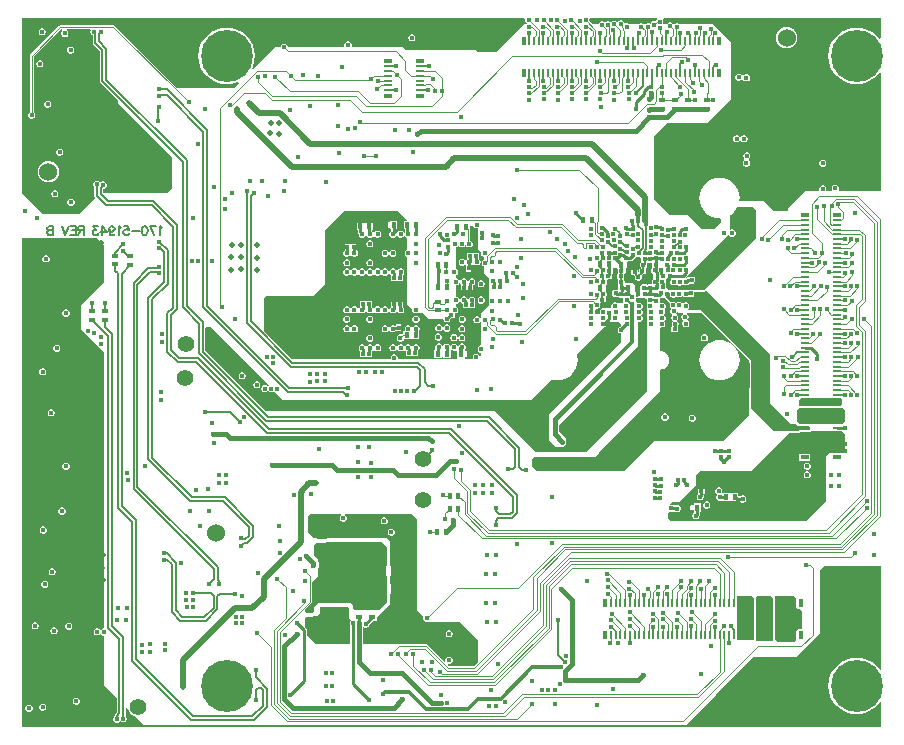
<source format=gbr>
%TF.GenerationSoftware,Altium Limited,Altium Designer,25.7.1 (20)*%
G04 Layer_Physical_Order=6*
G04 Layer_Color=16711680*
%FSLAX45Y45*%
%MOMM*%
%TF.SameCoordinates,1AA72D45-9F13-4BD8-B423-63960E99F270*%
%TF.FilePolarity,Positive*%
%TF.FileFunction,Copper,L6,Bot,Signal*%
%TF.Part,Single*%
G01*
G75*
%TA.AperFunction,SMDPad,CuDef*%
%ADD23R,0.30480X0.30480*%
%ADD41R,0.45720X0.60960*%
%ADD50R,0.45720X0.50800*%
%ADD51R,0.50800X0.45720*%
%ADD52R,0.99060X0.81280*%
%ADD53R,0.81280X0.99060*%
%ADD55R,0.30480X0.30480*%
%ADD58R,0.60960X0.45720*%
%TA.AperFunction,Conductor*%
%ADD60C,0.20320*%
%ADD61C,0.08128*%
%ADD62C,0.11176*%
%ADD63C,0.25400*%
%ADD64C,0.38100*%
%ADD65C,0.30480*%
%ADD66C,0.08636*%
%ADD69C,0.10414*%
%ADD70C,0.50800*%
%ADD71C,0.09144*%
%ADD73C,0.11684*%
%ADD75C,0.10160*%
%ADD76C,0.45720*%
%TA.AperFunction,ComponentPad*%
%ADD77C,4.40004*%
%TA.AperFunction,ViaPad*%
%ADD78C,0.40640*%
%ADD79C,0.50800*%
%TA.AperFunction,TestPad*%
%ADD80C,1.42240*%
%ADD81C,0.40640*%
%TA.AperFunction,SMDPad,CuDef*%
%ADD85R,0.68580X0.20320*%
%ADD86R,0.68580X0.35560*%
%ADD87R,0.35560X0.68580*%
%ADD88R,0.20320X0.68580*%
%ADD89C,1.52400*%
%TA.AperFunction,Conductor*%
%ADD90C,0.15240*%
%TA.AperFunction,NonConductor*%
%ADD91C,0.12700*%
G36*
X5426136Y6052525D02*
X5426182Y6049157D01*
X5424671Y6038851D01*
X5421097Y6036462D01*
X5415059Y6030425D01*
X5413850Y6030925D01*
X5401724D01*
X5390521Y6026285D01*
X5381947Y6017711D01*
X5381409Y6016411D01*
X5375329Y6007134D01*
X5366078Y6010060D01*
X5363659Y6011062D01*
X5351534D01*
X5340331Y6006422D01*
X5334887Y6000979D01*
X5320387D01*
X5313318Y6008048D01*
X5302115Y6012688D01*
X5289990D01*
X5278787Y6008048D01*
X5271718Y6000979D01*
X5197299D01*
X5190306Y6007971D01*
X5179103Y6012612D01*
X5166977D01*
X5164277Y6011493D01*
X5152768Y6012753D01*
X5149438Y6018047D01*
X5146937Y6024086D01*
X5138363Y6032660D01*
X5127160Y6037301D01*
X5115034D01*
X5103832Y6032660D01*
X5095258Y6024087D01*
X5085074Y6029841D01*
X5073871Y6034481D01*
X5061745D01*
X5050542Y6029841D01*
X5041968Y6021267D01*
X5031607Y6026082D01*
X5020404Y6030722D01*
X5008278D01*
X4997075Y6026082D01*
X4995688Y6024695D01*
X4987624Y6018178D01*
X4979095Y6024695D01*
X4977936Y6025853D01*
X4966734Y6030493D01*
X4954608D01*
X4943405Y6025853D01*
X4934831Y6017279D01*
X4930191Y6006076D01*
Y6000979D01*
X4885627D01*
X4857242Y6029364D01*
X4857902Y6030958D01*
Y6043084D01*
X4856153Y6047308D01*
X4864134Y6060008D01*
X5420050D01*
X5426136Y6052525D01*
D02*
G37*
G36*
X7322922Y5883521D02*
X7310222Y5878977D01*
X7289164Y5904635D01*
X7252808Y5934472D01*
X7211330Y5956643D01*
X7166323Y5970295D01*
X7119518Y5974905D01*
X7072713Y5970295D01*
X7027707Y5956643D01*
X6986229Y5934472D01*
X6949873Y5904635D01*
X6920036Y5868280D01*
X6897866Y5826801D01*
X6884213Y5781795D01*
X6879603Y5734990D01*
X6884213Y5688185D01*
X6897866Y5643178D01*
X6920036Y5601700D01*
X6949873Y5565344D01*
X6986229Y5535508D01*
X7027707Y5513337D01*
X7072713Y5499684D01*
X7119518Y5495075D01*
X7166323Y5499684D01*
X7211330Y5513337D01*
X7252808Y5535508D01*
X7289164Y5565344D01*
X7310222Y5591003D01*
X7322922Y5586458D01*
Y4589272D01*
X6976830D01*
X6968834Y4601972D01*
X6970573Y4606171D01*
Y4618296D01*
X6965932Y4629499D01*
X6957358Y4638073D01*
X6946156Y4642714D01*
X6934030D01*
X6922827Y4638073D01*
X6914253Y4629499D01*
X6909613Y4618296D01*
Y4606171D01*
X6911352Y4601972D01*
X6903356Y4589272D01*
X6872872D01*
X6864274Y4601701D01*
Y4613826D01*
X6859633Y4625029D01*
X6851059Y4633603D01*
X6839857Y4638243D01*
X6827731D01*
X6816528Y4633603D01*
X6807954Y4625029D01*
X6803314Y4613826D01*
Y4601701D01*
X6794715Y4589272D01*
X6685509D01*
X6541795Y4445559D01*
Y4418355D01*
X6417488D01*
X6332017Y4503826D01*
X6136251D01*
X6127723Y4513237D01*
X6129462Y4530896D01*
X6126179Y4564224D01*
X6116458Y4596271D01*
X6100671Y4625805D01*
X6079426Y4651693D01*
X6053538Y4672938D01*
X6024004Y4688725D01*
X5991957Y4698446D01*
X5958629Y4701729D01*
X5925301Y4698446D01*
X5893254Y4688725D01*
X5863719Y4672938D01*
X5837831Y4651693D01*
X5816586Y4625805D01*
X5800799Y4596271D01*
X5791078Y4564224D01*
X5787796Y4530896D01*
X5791078Y4497568D01*
X5800799Y4465521D01*
X5816586Y4435986D01*
X5837831Y4410098D01*
X5863719Y4388853D01*
X5893254Y4373066D01*
X5925301Y4363345D01*
X5958629Y4360063D01*
X5965229Y4360713D01*
X5974639Y4352184D01*
Y4329024D01*
X5912485Y4266870D01*
X5807608D01*
X5683326Y4391152D01*
X5543474D01*
X5407508Y4527118D01*
Y5055387D01*
X5520157Y5168036D01*
X5850331D01*
X6056224Y5373929D01*
Y5850839D01*
X5906084Y6000979D01*
X5623866D01*
X5616467Y6008378D01*
X5605264Y6013018D01*
X5593139D01*
X5581936Y6008378D01*
X5578250Y6004692D01*
X5564309Y6006307D01*
X5555736Y6014880D01*
X5544533Y6019521D01*
X5532407D01*
X5521204Y6014880D01*
X5512630Y6006306D01*
X5510424Y6000979D01*
X5478577D01*
Y6050508D01*
X5486303Y6060008D01*
X7322922D01*
Y5883521D01*
D02*
G37*
G36*
X4315596Y6047308D02*
X4314393Y6044405D01*
Y6032279D01*
X4319034Y6021076D01*
X4323151Y6016959D01*
X4327579Y6012416D01*
X4323764Y6000979D01*
X4303827D01*
X4071518Y5768670D01*
X3916629D01*
X3899510Y5785790D01*
X3306039D01*
X3278835Y5812993D01*
X2849120D01*
X2843378Y5821587D01*
Y5833712D01*
X2838737Y5844915D01*
X2830163Y5853489D01*
X2818960Y5858129D01*
X2806835D01*
X2795632Y5853489D01*
X2787058Y5844915D01*
X2782418Y5833712D01*
Y5821587D01*
X2776676Y5812993D01*
X2305533D01*
Y5813112D01*
X2300892Y5824315D01*
X2292318Y5832889D01*
X2281115Y5837530D01*
X2268990D01*
X2257787Y5832889D01*
X2249213Y5824315D01*
X2244573Y5813112D01*
Y5812993D01*
X2198980D01*
X2012853Y5626867D01*
X2002541Y5634515D01*
X2007171Y5643178D01*
X2020824Y5688185D01*
X2025434Y5734990D01*
X2020824Y5781795D01*
X2007171Y5826801D01*
X1985001Y5868280D01*
X1955164Y5904635D01*
X1918808Y5934472D01*
X1877330Y5956643D01*
X1832323Y5970295D01*
X1785518Y5974905D01*
X1738713Y5970295D01*
X1693707Y5956643D01*
X1652229Y5934472D01*
X1615873Y5904635D01*
X1586036Y5868280D01*
X1563866Y5826801D01*
X1550213Y5781795D01*
X1545603Y5734990D01*
X1550213Y5688185D01*
X1563866Y5643178D01*
X1586036Y5601700D01*
X1615873Y5565344D01*
X1652229Y5535508D01*
X1693707Y5513337D01*
X1738713Y5499684D01*
X1785518Y5495075D01*
X1832323Y5499684D01*
X1877330Y5513337D01*
X1885993Y5517968D01*
X1893642Y5507655D01*
X1845488Y5459501D01*
X1368476D01*
X837108Y5990869D01*
X831899Y5994350D01*
X825754Y5995572D01*
X377342D01*
X371198Y5994350D01*
X365989Y5990869D01*
X124384Y5749265D01*
X120903Y5744056D01*
X119681Y5737911D01*
Y5259706D01*
X118472Y5259205D01*
X109898Y5250631D01*
X105258Y5239428D01*
Y5227302D01*
X109898Y5216100D01*
X118472Y5207526D01*
X129675Y5202885D01*
X141800D01*
X153003Y5207526D01*
X161577Y5216100D01*
X166218Y5227302D01*
Y5239428D01*
X161577Y5250631D01*
X153003Y5259205D01*
X151794Y5259706D01*
Y5731260D01*
X382017Y5961483D01*
X389602Y5960436D01*
X393205Y5947119D01*
X388231Y5942146D01*
X383591Y5930943D01*
Y5918817D01*
X388231Y5907615D01*
X396805Y5899041D01*
X408008Y5894400D01*
X420134D01*
X431336Y5899041D01*
X439910Y5907615D01*
X444551Y5918817D01*
Y5930943D01*
X439910Y5942146D01*
X431336Y5950720D01*
X431242Y5950759D01*
X433768Y5963459D01*
X625538D01*
X633775Y5950759D01*
X632206Y5946970D01*
Y5934845D01*
X636846Y5923642D01*
X645420Y5915068D01*
X653042Y5911911D01*
Y5843601D01*
X653042Y5843600D01*
X654619Y5835672D01*
X659110Y5828950D01*
X713266Y5774795D01*
Y5520107D01*
X713266Y5520106D01*
X714843Y5512177D01*
X719334Y5505456D01*
X862686Y5362104D01*
Y5337175D01*
X1326896Y4872965D01*
Y4616602D01*
X1284173Y4573880D01*
X740322D01*
X739157Y4575045D01*
Y4610586D01*
X740348Y4611776D01*
X747590D01*
X758793Y4616417D01*
X767367Y4624991D01*
X772008Y4636194D01*
Y4648319D01*
X767367Y4659522D01*
X758793Y4668096D01*
X747590Y4672736D01*
X735465D01*
X724262Y4668096D01*
X724233Y4668067D01*
X711258Y4666203D01*
X702685Y4674776D01*
X691482Y4679417D01*
X679356D01*
X668153Y4674776D01*
X659579Y4666202D01*
X654939Y4654999D01*
Y4642874D01*
X659579Y4631671D01*
X664701Y4626549D01*
Y4552773D01*
X664701Y4552772D01*
X666278Y4544844D01*
X670769Y4538122D01*
X675074Y4533817D01*
X536397Y4395140D01*
X229514D01*
X49479Y4575175D01*
Y6060008D01*
X4307110D01*
X4315596Y6047308D01*
D02*
G37*
G36*
X3313963Y4345356D02*
Y4334231D01*
X3283560D01*
Y4268191D01*
X3293322D01*
Y4239955D01*
X3285702Y4238439D01*
X3284228Y4241997D01*
X3275654Y4250571D01*
X3264451Y4255211D01*
X3252325D01*
X3241123Y4250571D01*
X3232549Y4241997D01*
X3232332Y4241475D01*
X3223328Y4239649D01*
X3221804Y4241150D01*
Y4269791D01*
X3231566D01*
Y4335831D01*
X3170606D01*
Y4328211D01*
X3148990D01*
Y4277411D01*
X3170606D01*
Y4269791D01*
X3180368D01*
Y4252339D01*
X3176099Y4250571D01*
X3167525Y4241997D01*
X3162884Y4230794D01*
Y4218668D01*
X3167525Y4207466D01*
X3176099Y4198892D01*
X3187301Y4194251D01*
X3199427D01*
X3210630Y4198892D01*
X3219204Y4207466D01*
X3221752Y4213618D01*
X3230000D01*
X3232549Y4207466D01*
X3241123Y4198892D01*
X3252325Y4194251D01*
X3264451D01*
X3275654Y4198892D01*
X3284228Y4207466D01*
X3286776Y4213618D01*
X3295024D01*
X3297573Y4207466D01*
X3306147Y4198892D01*
X3313963Y4195654D01*
Y4093789D01*
X3306147Y4090551D01*
X3297573Y4081977D01*
X3292932Y4070774D01*
Y4058648D01*
X3297573Y4047446D01*
X3306147Y4038872D01*
X3313963Y4035634D01*
Y3636086D01*
X3358360Y3591689D01*
X3357956Y3590714D01*
Y3578588D01*
X3362597Y3567386D01*
X3371171Y3558812D01*
X3382373Y3554171D01*
X3394499D01*
X3395474Y3554575D01*
X3396082Y3553968D01*
X3449955D01*
X3493643Y3510280D01*
X3617747D01*
Y3503176D01*
X3622388Y3491973D01*
X3630962Y3483399D01*
X3642165Y3478759D01*
X3654290D01*
X3665493Y3483399D01*
X3674067Y3491973D01*
X3678707Y3503176D01*
Y3510419D01*
X3682582Y3514293D01*
X3709010D01*
Y3517163D01*
X3719551D01*
Y3553333D01*
X3722337D01*
X3733540Y3557973D01*
X3742114Y3566547D01*
X3746754Y3577750D01*
Y3589876D01*
X3742114Y3601079D01*
X3733540Y3609653D01*
X3726790Y3612449D01*
Y3635705D01*
X3734199D01*
X3745401Y3640346D01*
X3753975Y3648920D01*
X3756370Y3654700D01*
X3764618D01*
X3766380Y3650444D01*
X3774954Y3641870D01*
X3786157Y3637229D01*
X3786835D01*
Y3598850D01*
X3832555D01*
Y3601720D01*
X3840226D01*
Y3598850D01*
X3885946D01*
Y3644570D01*
X3885946Y3644570D01*
X3887395Y3651590D01*
X3890340Y3658700D01*
Y3670826D01*
X3885700Y3682028D01*
X3877126Y3690602D01*
X3865923Y3695243D01*
X3853797D01*
X3842595Y3690602D01*
X3834021Y3682028D01*
X3830320Y3673095D01*
X3824095Y3673648D01*
X3822526Y3674191D01*
X3818060Y3684975D01*
X3809486Y3693549D01*
X3798283Y3698189D01*
X3786157D01*
X3774954Y3693549D01*
X3766380Y3684975D01*
X3763986Y3679195D01*
X3755738D01*
X3753975Y3683451D01*
X3745401Y3692025D01*
X3734199Y3696665D01*
X3726790D01*
Y3792677D01*
X3734199D01*
X3745401Y3797318D01*
X3753975Y3805892D01*
X3755738Y3810148D01*
X3763986D01*
X3766380Y3804368D01*
X3769517Y3801230D01*
X3771925Y3794608D01*
X3771925Y3794607D01*
X3771925D01*
X3771925Y3794607D01*
Y3748888D01*
X3817645D01*
Y3751758D01*
X3825316D01*
Y3748888D01*
X3871036D01*
Y3791845D01*
X3878116Y3794778D01*
X3886690Y3803352D01*
X3891331Y3814554D01*
Y3826680D01*
X3886690Y3837883D01*
X3878116Y3846457D01*
X3866914Y3851097D01*
X3854788D01*
X3843585Y3846457D01*
X3835011Y3837883D01*
X3830371Y3826680D01*
Y3825742D01*
X3830320Y3825704D01*
X3827329Y3826486D01*
X3822116Y3829106D01*
X3818060Y3838899D01*
X3809486Y3847473D01*
X3798283Y3852113D01*
X3786157D01*
X3774954Y3847473D01*
X3766380Y3838899D01*
X3764618Y3834643D01*
X3756370D01*
X3753975Y3840423D01*
X3745401Y3848997D01*
X3734199Y3853637D01*
X3726790D01*
Y3878705D01*
X3732295Y3880985D01*
X3740869Y3889559D01*
X3745509Y3900762D01*
Y3912888D01*
X3740869Y3924090D01*
X3732295Y3932664D01*
X3726790Y3934945D01*
Y4114890D01*
X3736181Y4118780D01*
X3742577Y4125176D01*
X3747219Y4126643D01*
X3752123Y4125228D01*
X3758444Y4118907D01*
X3769647Y4114267D01*
X3781773D01*
X3792976Y4118907D01*
X3801550Y4127481D01*
X3803869Y4133081D01*
X3812117D01*
X3815047Y4126008D01*
X3823621Y4117434D01*
X3834824Y4112793D01*
X3846949D01*
X3858152Y4117434D01*
X3866726Y4126008D01*
X3871366Y4137211D01*
Y4149336D01*
X3866726Y4160539D01*
X3858152Y4169113D01*
X3846949Y4173753D01*
X3843322D01*
Y4267403D01*
X3842410Y4269605D01*
Y4296537D01*
X3875559D01*
X3879207Y4287730D01*
X3887781Y4279156D01*
X3898984Y4274515D01*
X3911109D01*
X3916604Y4268543D01*
Y4101338D01*
X3941117Y4076824D01*
X3939032Y4071790D01*
Y4059664D01*
X3943672Y4048462D01*
X3952246Y4039888D01*
X3963449Y4035247D01*
X3965423D01*
Y4012491D01*
X3959917Y4010211D01*
X3951343Y4001637D01*
X3946703Y3990434D01*
Y3978308D01*
X3951343Y3967105D01*
X3959917Y3958531D01*
X3965423Y3956251D01*
Y3895268D01*
X4005174Y3855517D01*
Y3627755D01*
X3936492Y3559073D01*
Y3520443D01*
X3928872Y3518927D01*
X3928753Y3519214D01*
X3920179Y3527788D01*
X3908976Y3532429D01*
X3896850D01*
X3885648Y3527788D01*
X3877074Y3519214D01*
X3872433Y3508012D01*
Y3495886D01*
X3877074Y3484683D01*
X3885648Y3476109D01*
X3896850Y3471469D01*
X3908976D01*
X3920179Y3476109D01*
X3928753Y3484683D01*
X3928872Y3484971D01*
X3936492Y3483455D01*
Y3284550D01*
X3934925D01*
X3923722Y3279910D01*
X3915148Y3271336D01*
X3910508Y3260133D01*
Y3248007D01*
X3915148Y3236805D01*
X3923722Y3228231D01*
X3934925Y3223590D01*
X3936492D01*
Y3194628D01*
X3935627Y3194228D01*
X3925925Y3198014D01*
X3925044Y3200140D01*
X3916470Y3208714D01*
X3905268Y3213354D01*
X3893142D01*
X3881939Y3208714D01*
X3873365Y3200140D01*
X3868725Y3188937D01*
Y3176811D01*
X3870028Y3173665D01*
X3865794Y3167329D01*
X3804246D01*
X3801364Y3173755D01*
X3801364Y3174949D01*
Y3183915D01*
X3820439D01*
Y3234715D01*
X3801364D01*
Y3244875D01*
X3801364Y3244875D01*
X3801365D01*
X3801364Y3244876D01*
X3804023Y3251394D01*
X3807315Y3254686D01*
X3811956Y3265889D01*
Y3278015D01*
X3807315Y3289217D01*
X3798741Y3297791D01*
X3787539Y3302432D01*
X3775413D01*
X3764210Y3297791D01*
X3755636Y3289217D01*
X3750996Y3278015D01*
X3743620Y3278606D01*
X3742087Y3278958D01*
X3739142Y3286068D01*
X3730568Y3294642D01*
X3719365Y3299282D01*
X3707239D01*
X3696037Y3294642D01*
X3687463Y3286068D01*
X3684427Y3278739D01*
X3676179D01*
X3673407Y3285433D01*
X3664833Y3294007D01*
X3653630Y3298647D01*
X3641504D01*
X3630301Y3294007D01*
X3621727Y3285433D01*
X3618819Y3278410D01*
X3610682Y3278680D01*
X3607138Y3287236D01*
X3598564Y3295810D01*
X3587361Y3300451D01*
X3575236D01*
X3564033Y3295810D01*
X3555459Y3287236D01*
X3550818Y3276033D01*
Y3263908D01*
X3553749Y3256833D01*
Y3246958D01*
X3544037D01*
Y3175838D01*
X3610077D01*
Y3185998D01*
X3619017D01*
Y3175838D01*
X3685057D01*
Y3243165D01*
X3692677Y3246322D01*
X3696037Y3242963D01*
X3707239Y3238322D01*
X3719365D01*
X3727704Y3241776D01*
X3734643Y3238121D01*
X3735324Y3237313D01*
Y3174949D01*
X3735324Y3173755D01*
X3732442Y3167329D01*
X3240047D01*
X3236087Y3173256D01*
Y3185381D01*
X3231447Y3196584D01*
X3222873Y3205158D01*
X3211670Y3209798D01*
X3199544D01*
X3188341Y3205158D01*
X3179767Y3196584D01*
X3175127Y3185381D01*
Y3173256D01*
X3171167Y3167329D01*
X2339277D01*
X2101266Y3405341D01*
Y3684143D01*
X2120544Y3703422D01*
X2518639D01*
X2616657Y3801440D01*
Y4260037D01*
X2779674Y4423054D01*
X3236265D01*
X3313963Y4345356D01*
D02*
G37*
G36*
X6266104Y4432605D02*
Y4190543D01*
X5826938Y3751377D01*
X5630041D01*
X5625381Y3753307D01*
X5613255D01*
X5608595Y3751377D01*
X5528513D01*
X5503139Y3776751D01*
Y3841344D01*
X5508169Y3846374D01*
X5513959Y3850792D01*
X5545929D01*
X5549086Y3843172D01*
X5545015Y3839102D01*
X5540375Y3827899D01*
Y3815774D01*
X5545015Y3804571D01*
X5553589Y3795997D01*
X5564792Y3791356D01*
X5576918D01*
X5588121Y3795997D01*
X5589257Y3797133D01*
X5599332Y3796431D01*
X5604212Y3791552D01*
X5615414Y3786911D01*
X5627540D01*
X5638743Y3791552D01*
X5644124Y3796933D01*
X5653712Y3797169D01*
X5655062Y3795819D01*
X5666265Y3791179D01*
X5678391D01*
X5689594Y3795819D01*
X5698168Y3804393D01*
X5698447Y3805066D01*
X5705476Y3807383D01*
X5705475Y3807384D01*
X5705476Y3807384D01*
X5745455D01*
Y3817925D01*
X5748325D01*
Y3863645D01*
X5702605D01*
Y3861503D01*
X5691454D01*
X5683526Y3859926D01*
X5679315Y3857112D01*
X5674458Y3863031D01*
X6032442Y4221015D01*
X6039915Y4219529D01*
X6040493Y4218134D01*
X6049067Y4209560D01*
X6060270Y4204919D01*
X6072396D01*
X6083598Y4209560D01*
X6092172Y4218134D01*
X6096813Y4229336D01*
Y4241462D01*
X6092172Y4252665D01*
X6083598Y4261239D01*
X6072396Y4265879D01*
X6060270D01*
X6056540Y4264334D01*
X6050204Y4268568D01*
Y4387071D01*
X6053538Y4388853D01*
X6079426Y4410098D01*
X6100671Y4435986D01*
X6111096Y4455490D01*
X6243218D01*
X6266104Y4432605D01*
D02*
G37*
G36*
X5293512Y4026560D02*
Y3988105D01*
X5292115D01*
Y3985235D01*
X5281574D01*
Y3945255D01*
X5292115D01*
Y3942385D01*
X5292986D01*
Y3934663D01*
X5278425D01*
Y3906921D01*
X5276952Y3905595D01*
X5269332Y3908989D01*
Y3926408D01*
X5223612D01*
Y3923538D01*
X5213071D01*
Y3883558D01*
X5223612D01*
Y3880688D01*
X5238586D01*
Y3876370D01*
X5242193Y3867664D01*
X5241366Y3865669D01*
Y3853543D01*
X5246007Y3842341D01*
X5254581Y3833767D01*
X5265783Y3829126D01*
X5277909D01*
X5289112Y3833767D01*
X5297686Y3842341D01*
X5302326Y3853543D01*
Y3865669D01*
X5300377Y3870374D01*
X5314103Y3884100D01*
X5317339Y3888943D01*
X5324145D01*
Y3891813D01*
X5334686D01*
Y3931793D01*
X5339661Y3937352D01*
X5347640Y3945331D01*
Y3979342D01*
X5353939Y3985641D01*
X5386045D01*
X5390032Y3981653D01*
Y3947871D01*
X5390032D01*
X5389835Y3940333D01*
X5382895Y3933393D01*
Y3902558D01*
X5394858Y3890594D01*
Y3840913D01*
X5391091Y3837146D01*
X5389743Y3833892D01*
X5388559Y3832708D01*
Y3831033D01*
X5386451Y3825943D01*
Y3813818D01*
X5387807Y3810544D01*
X5379288Y3802024D01*
X5350332D01*
Y3798722D01*
X5340934D01*
Y3802278D01*
X5300955D01*
Y3798722D01*
X5299177D01*
X5289118Y3788664D01*
Y3705581D01*
X5281414Y3697876D01*
X5277960Y3699307D01*
X5265834D01*
X5258231Y3696158D01*
X5249469Y3704920D01*
Y3733241D01*
X5242378Y3740332D01*
X5240528Y3747186D01*
X5240529Y3747186D01*
X5240528D01*
X5240528Y3747186D01*
Y3797986D01*
X5234457D01*
X5223662Y3808781D01*
X5170170D01*
X5158765Y3820185D01*
Y3823988D01*
X5154125Y3835190D01*
X5151272Y3838043D01*
Y3891864D01*
X5166385Y3906977D01*
Y3940251D01*
X5174386D01*
Y3990637D01*
X5184565Y3994853D01*
X5185437Y3995725D01*
X5219878D01*
X5255743Y4031590D01*
X5288483D01*
X5293512Y4026560D01*
D02*
G37*
G36*
X5096129Y3928110D02*
Y3887292D01*
X5089703D01*
Y3847313D01*
X5096129D01*
Y3761613D01*
X5091709Y3757193D01*
X5076952D01*
X5076469Y3757676D01*
X5061737D01*
X5050434Y3746373D01*
Y3732684D01*
X5050104Y3731887D01*
Y3719762D01*
X5050434Y3718964D01*
Y3709543D01*
X5067630Y3692347D01*
X5103774D01*
Y3688969D01*
X5136820D01*
X5141798Y3683991D01*
Y3654527D01*
X5131994Y3644722D01*
X5093667D01*
X5093557Y3644832D01*
X5082354Y3649472D01*
X5070229D01*
X5059927Y3645205D01*
X5053889D01*
X5037684Y3629000D01*
Y3600018D01*
X5034255Y3596589D01*
X4986634D01*
X4980196Y3599256D01*
X4968070D01*
X4956867Y3594616D01*
X4948293Y3586042D01*
X4943653Y3574839D01*
Y3562713D01*
X4945455Y3558361D01*
X4937023Y3549929D01*
X4912436D01*
X4905553Y3556813D01*
Y3585769D01*
X4914392Y3594608D01*
X4926178D01*
X4928791Y3597221D01*
X4937119Y3600671D01*
X4945693Y3609245D01*
X4950333Y3620448D01*
Y3632573D01*
X4948784Y3636314D01*
Y3639312D01*
X4957674Y3648202D01*
X4987036D01*
Y3649624D01*
X4993970D01*
X4995418Y3651072D01*
X4997577D01*
Y3653231D01*
X4998390Y3654044D01*
Y3697730D01*
X4998779Y3698119D01*
X5003419Y3709322D01*
Y3721448D01*
X4998779Y3732651D01*
X4998390Y3733040D01*
Y3736650D01*
X4998390Y3739490D01*
X4998009Y3744112D01*
X4998009Y3744113D01*
Y3794912D01*
X4998009Y3794912D01*
X4998009D01*
X5002388Y3800485D01*
X5003800Y3801897D01*
Y3807396D01*
X5006365Y3813589D01*
Y3825715D01*
X5003800Y3831908D01*
Y3838245D01*
X5011649Y3846093D01*
X5041621D01*
X5053406Y3857879D01*
Y3901228D01*
X5057064Y3910058D01*
Y3922184D01*
X5053818Y3930020D01*
X5059782Y3935984D01*
X5088255D01*
X5096129Y3928110D01*
D02*
G37*
G36*
X6390411Y3205963D02*
Y2792146D01*
X6565392Y2617165D01*
X6607937D01*
X6624269Y2600833D01*
X6715023D01*
X6724040Y2591816D01*
Y2564765D01*
X6635369D01*
Y2559939D01*
X6416523D01*
X6228486Y2747975D01*
Y3160979D01*
X5804078Y3585388D01*
X5690638D01*
X5689122Y3593008D01*
X5689594Y3593203D01*
X5698168Y3601777D01*
X5702808Y3612980D01*
Y3625106D01*
X5698168Y3636308D01*
X5689594Y3644882D01*
X5678391Y3649523D01*
X5666265D01*
X5655062Y3644882D01*
X5651599Y3641419D01*
X5642795Y3642760D01*
X5634222Y3651334D01*
X5623019Y3655974D01*
X5610893D01*
X5599690Y3651334D01*
X5591988Y3643632D01*
X5583422Y3652198D01*
X5572219Y3656838D01*
X5560093D01*
X5548890Y3652198D01*
X5546165Y3649473D01*
X5507228Y3688410D01*
Y3732555D01*
X5512381Y3737709D01*
X5518793Y3741656D01*
X5528513Y3737630D01*
X5528514Y3737630D01*
X5535194D01*
X5540285Y3730010D01*
X5538191Y3724953D01*
Y3712827D01*
X5542831Y3701625D01*
X5551405Y3693051D01*
X5562608Y3688410D01*
X5574733D01*
X5585936Y3693051D01*
X5590575Y3697689D01*
X5600750Y3698291D01*
X5602053Y3696988D01*
X5613255Y3692347D01*
X5625381D01*
X5636584Y3696988D01*
X5639396Y3699800D01*
X5646488Y3702589D01*
X5649315Y3699763D01*
X5655062Y3694016D01*
X5666265Y3689375D01*
X5678391D01*
X5689594Y3694016D01*
X5692318Y3696740D01*
X5699938Y3693583D01*
Y3689883D01*
X5739917D01*
Y3700424D01*
X5742788D01*
Y3737630D01*
X5826938D01*
X5836658Y3741656D01*
X5836658Y3741657D01*
X5837387Y3742385D01*
X5853989D01*
X6390411Y3205963D01*
D02*
G37*
G36*
X5306085Y3683254D02*
X5327599D01*
X5342001Y3668852D01*
Y3662764D01*
X5346641Y3651561D01*
X5348580Y3649623D01*
Y3637231D01*
X5346641Y3635292D01*
X5342001Y3624090D01*
Y3611964D01*
X5346641Y3600761D01*
X5348580Y3598823D01*
Y3530205D01*
X5344363Y3520026D01*
Y3507900D01*
X5348580Y3497721D01*
Y3478876D01*
X5344414Y3468819D01*
Y3456694D01*
X5348580Y3446637D01*
Y2901747D01*
X4825213Y2378380D01*
X4406519D01*
X4056532Y2728366D01*
X2116773D01*
X1605932Y3239208D01*
Y3432700D01*
X1613052Y3439820D01*
X1649044D01*
X2141792Y2947072D01*
X2140762Y2942860D01*
X2132398Y2939410D01*
X2131771Y2939848D01*
X2127294Y2944325D01*
X2116092Y2948965D01*
X2103966D01*
X2092763Y2944325D01*
X2084189Y2935751D01*
X2079549Y2924548D01*
Y2912423D01*
X2084189Y2901220D01*
X2092763Y2892646D01*
X2103966Y2888005D01*
X2116092D01*
X2127294Y2892646D01*
X2131771Y2897123D01*
X2136750Y2900604D01*
X2141728Y2897123D01*
X2146205Y2892646D01*
X2157408Y2888005D01*
X2169533D01*
X2180736Y2892646D01*
X2188477Y2900387D01*
X2264004Y2824861D01*
X4367225D01*
X4537759Y2995395D01*
X4552704Y2990861D01*
X4586029Y2987579D01*
X4619353Y2990861D01*
X4651398Y3000582D01*
X4680929Y3016367D01*
X4706815Y3037610D01*
X4728058Y3063495D01*
X4743843Y3093027D01*
X4753563Y3125071D01*
X4756845Y3158396D01*
X4753563Y3191720D01*
X4749030Y3206665D01*
X4978959Y3436595D01*
X4978976D01*
X4990179Y3441235D01*
X4998753Y3449809D01*
X5003394Y3461012D01*
Y3461029D01*
X5026355Y3483991D01*
X5100904D01*
Y3482848D01*
X5121758Y3461995D01*
Y3447988D01*
X5114067Y3440297D01*
X5110847Y3435477D01*
X5105857D01*
Y3432607D01*
X5095316D01*
Y3392627D01*
X5105857D01*
Y3389757D01*
X5121758D01*
Y3311271D01*
X4512640Y2702154D01*
Y2480310D01*
X4565345Y2427605D01*
X4646219D01*
X4663389Y2444775D01*
Y2493772D01*
X4600880Y2556281D01*
Y2607793D01*
X5267604Y3274517D01*
Y3479094D01*
X5271931Y3481984D01*
X5284056D01*
X5295259Y3486625D01*
X5303833Y3495199D01*
X5308473Y3506402D01*
Y3518527D01*
X5303833Y3529730D01*
X5295259Y3538304D01*
X5295211Y3538545D01*
X5302664Y3545999D01*
X5307305Y3557202D01*
Y3569327D01*
X5302664Y3580530D01*
X5294746Y3588448D01*
X5303096Y3596799D01*
X5307736Y3608002D01*
Y3620127D01*
X5303096Y3631330D01*
X5294522Y3639904D01*
X5283319Y3644544D01*
X5271194D01*
X5265420Y3642153D01*
X5257800Y3647245D01*
Y3674542D01*
X5256971Y3675371D01*
X5259982Y3683136D01*
X5260758Y3683457D01*
X5263492D01*
X5268569Y3685560D01*
X5275225D01*
X5276153Y3685176D01*
X5278888Y3685176D01*
X5281414Y3684130D01*
X5283939Y3685176D01*
X5286674Y3685176D01*
X5288608Y3687109D01*
X5289847Y3687623D01*
X5306085D01*
Y3683254D01*
D02*
G37*
G36*
X5497508Y3678690D02*
X5497508Y3678690D01*
X5536445Y3639752D01*
X5538381Y3638951D01*
X5535676Y3632421D01*
Y3620295D01*
X5540316Y3609092D01*
X5546427Y3602982D01*
X5546742Y3593788D01*
X5546108Y3593154D01*
X5541467Y3581951D01*
Y3569825D01*
X5546108Y3558623D01*
X5554682Y3550049D01*
X5555546Y3549691D01*
X5557334Y3540702D01*
X5553321Y3536690D01*
X5548681Y3525487D01*
Y3513361D01*
X5553321Y3502158D01*
X5561895Y3493585D01*
X5562373Y3491182D01*
X5557207Y3486017D01*
X5552567Y3474814D01*
Y3462688D01*
X5557207Y3451485D01*
X5558754Y3449938D01*
X5559929Y3447802D01*
X5557054Y3440862D01*
X5551627D01*
Y3400882D01*
X5562168D01*
Y3398012D01*
X5607888D01*
Y3443732D01*
X5607888D01*
X5608500Y3451099D01*
X5608887Y3451485D01*
X5613527Y3462688D01*
Y3474814D01*
X5608887Y3486017D01*
X5600313Y3494590D01*
X5599835Y3496993D01*
X5605000Y3502158D01*
X5609641Y3513361D01*
Y3525487D01*
X5605000Y3536690D01*
X5596426Y3545264D01*
X5595562Y3545622D01*
X5593774Y3554610D01*
X5597787Y3558623D01*
X5601337Y3567193D01*
X5609467Y3569839D01*
X5620080Y3559226D01*
X5646572D01*
X5648033Y3556323D01*
X5648908Y3551606D01*
X5641332Y3544030D01*
X5636692Y3532827D01*
Y3520702D01*
X5641332Y3509499D01*
X5649906Y3500925D01*
X5650726Y3500585D01*
X5652289Y3491690D01*
X5646996Y3486398D01*
X5642356Y3475195D01*
Y3463069D01*
X5646996Y3451866D01*
X5655570Y3443292D01*
X5666773Y3438652D01*
X5678899D01*
X5690102Y3443292D01*
X5698676Y3451866D01*
X5703316Y3463069D01*
Y3475195D01*
X5698676Y3486398D01*
X5690102Y3494972D01*
X5689282Y3495311D01*
X5687719Y3504207D01*
X5693011Y3509499D01*
X5697652Y3520702D01*
Y3532827D01*
X5693011Y3544030D01*
X5685436Y3551606D01*
X5686310Y3556323D01*
X5687772Y3559226D01*
X5810799D01*
X6210478Y3159547D01*
Y2694026D01*
X5991327Y2474874D01*
X5412334D01*
X5153939Y2216480D01*
X4414672D01*
X4372991Y2258162D01*
Y2319477D01*
X4393438Y2339924D01*
X4901209D01*
X4934763Y2373478D01*
X5454879Y2893593D01*
Y3077665D01*
X5471620Y3079869D01*
X5491227Y3087991D01*
X5508064Y3100910D01*
X5520984Y3117747D01*
X5529106Y3137354D01*
X5531876Y3158396D01*
X5529106Y3179437D01*
X5520984Y3199044D01*
X5508064Y3215881D01*
X5491227Y3228801D01*
X5471620Y3236922D01*
X5454879Y3239126D01*
Y3433265D01*
X5461215Y3437499D01*
X5464869Y3435985D01*
X5476994D01*
X5488197Y3440625D01*
X5496771Y3449199D01*
X5501411Y3460402D01*
Y3472528D01*
X5496771Y3483731D01*
X5491220Y3489282D01*
X5491626Y3491324D01*
X5500200Y3499898D01*
X5504840Y3511101D01*
Y3523226D01*
X5500200Y3534429D01*
X5491626Y3543003D01*
X5490706Y3547630D01*
X5493367Y3550291D01*
X5498008Y3561494D01*
Y3573620D01*
X5493367Y3584823D01*
X5493268Y3584922D01*
X5494470Y3594497D01*
X5500556Y3600583D01*
X5505196Y3611786D01*
Y3623912D01*
X5500556Y3635115D01*
X5491982Y3643689D01*
X5480779Y3648329D01*
X5468653D01*
X5462499Y3645780D01*
X5454879Y3650871D01*
Y3675355D01*
X5461406Y3681882D01*
X5496185D01*
X5497508Y3678690D01*
D02*
G37*
G36*
X6999148Y2823921D02*
Y2784246D01*
X6986194Y2771292D01*
X6639636D01*
X6632346Y2778582D01*
Y2822296D01*
X6646113Y2836062D01*
X6987007D01*
X6999148Y2823921D01*
D02*
G37*
G36*
X7017766Y2735682D02*
Y2640127D01*
X6992671Y2615032D01*
X6637223D01*
X6616979Y2635275D01*
Y2736469D01*
X6634810Y2754300D01*
X6999148D01*
X7017766Y2735682D01*
D02*
G37*
G36*
X7021017Y2534056D02*
Y2385898D01*
X7006438Y2371319D01*
X6887185D01*
X6863131Y2347265D01*
Y1964741D01*
X6692113Y1793723D01*
X5551119D01*
X5521731Y1823110D01*
Y1868702D01*
X5528394Y1873736D01*
X5531313Y1872792D01*
X5532450Y1871460D01*
Y1869796D01*
X5572430D01*
Y1872887D01*
X5580050Y1877416D01*
X5584953Y1876572D01*
X5595425Y1872234D01*
X5607550D01*
X5618753Y1876874D01*
X5627327Y1885448D01*
X5631967Y1896651D01*
Y1908777D01*
X5627327Y1919980D01*
X5618753Y1928554D01*
X5607550Y1933194D01*
X5595425D01*
X5585294Y1928998D01*
X5577840Y1928597D01*
X5577840Y1928597D01*
X5577839Y1928597D01*
X5536445D01*
X5533288Y1936217D01*
X5559120Y1962048D01*
X5620588D01*
X5759552Y2101012D01*
Y2186508D01*
X5791632Y2218588D01*
X6227191D01*
X6554795Y2546193D01*
X6635369D01*
X6645089Y2550219D01*
X6645421Y2551019D01*
X6724040D01*
X6733761Y2555045D01*
X6734126Y2555926D01*
X6999148D01*
X7021017Y2534056D01*
D02*
G37*
G36*
X3401720Y1808251D02*
Y1039927D01*
X3453267Y988380D01*
X3450133Y980813D01*
Y968688D01*
X3454773Y957485D01*
X3463347Y948911D01*
X3474550Y944270D01*
X3486676D01*
X3494242Y947405D01*
X3503447Y938200D01*
X3765017D01*
X3912133Y791083D01*
Y606273D01*
X3877771Y571910D01*
X3665013D01*
X3656205Y580718D01*
X3660522Y587178D01*
X3661824Y586638D01*
X3673950D01*
X3685153Y591279D01*
X3693727Y599853D01*
X3698367Y611056D01*
Y623181D01*
X3693727Y634384D01*
X3685153Y642958D01*
X3673950Y647598D01*
X3661824D01*
X3650621Y642958D01*
X3642047Y634384D01*
X3637407Y623181D01*
Y611056D01*
X3637946Y609753D01*
X3631487Y605437D01*
X3488690Y748233D01*
X3483481Y751714D01*
X3477336Y752936D01*
X3445176D01*
X3438804Y759308D01*
X2940165D01*
Y895150D01*
X2942654Y897012D01*
X2947785Y899159D01*
X2957533Y895121D01*
X2969659D01*
X2980861Y899762D01*
X2989435Y908336D01*
X2992598Y915970D01*
X3024327Y947699D01*
X3061005D01*
Y984377D01*
X3171063Y1094435D01*
Y1183208D01*
X3176854D01*
Y1264488D01*
X3171063D01*
Y1334694D01*
X3174822D01*
Y1415974D01*
X3171063D01*
Y1623873D01*
X3140177Y1654759D01*
X2522601D01*
X2474493Y1702867D01*
Y1840078D01*
X2489911Y1855495D01*
X2755771D01*
X2757287Y1847875D01*
X2755957Y1847324D01*
X2747383Y1838750D01*
X2742743Y1827548D01*
Y1815422D01*
X2747383Y1804219D01*
X2755957Y1795645D01*
X2767160Y1791005D01*
X2779286D01*
X2790488Y1795645D01*
X2799062Y1804219D01*
X2803703Y1815422D01*
Y1827548D01*
X2799062Y1838750D01*
X2790488Y1847324D01*
X2789159Y1847875D01*
X2790674Y1855495D01*
X3354476D01*
X3401720Y1808251D01*
D02*
G37*
G36*
X3141980Y1575740D02*
Y1415974D01*
X3139262D01*
Y1334694D01*
X3141980D01*
Y1264488D01*
X3141294D01*
Y1183208D01*
X3141980D01*
Y1107135D01*
X3076600Y1041756D01*
X2871241D01*
X2851912Y1061085D01*
Y1085748D01*
X2835986Y1101674D01*
X2813075D01*
Y1106729D01*
X2731795D01*
Y1101674D01*
X2663952D01*
Y1106754D01*
X2582672D01*
Y1101674D01*
X2562555D01*
X2526233Y1065352D01*
Y1032662D01*
X2511704Y1018134D01*
X2460854D01*
X2448154Y1030834D01*
Y1048791D01*
X2501773Y1102411D01*
X2505254Y1107620D01*
X2506476Y1113765D01*
Y1278081D01*
X2561666Y1333271D01*
Y1395019D01*
X2566289D01*
Y1445819D01*
X2561666D01*
Y1474038D01*
X2525344Y1510360D01*
Y1596644D01*
X2541956Y1613256D01*
X2549576Y1612544D01*
Y1612544D01*
X2630856D01*
Y1617523D01*
X2700249D01*
Y1616253D01*
X2781529D01*
Y1617523D01*
X2848635D01*
Y1616735D01*
X2929915D01*
Y1617523D01*
X2995625D01*
Y1617421D01*
X3076905D01*
Y1617523D01*
X3100197D01*
X3141980Y1575740D01*
D02*
G37*
G36*
X2731795Y1071169D02*
X2811958D01*
X2821407Y1061720D01*
Y1009929D01*
X2819603Y1008126D01*
Y975436D01*
X2836557Y958482D01*
X2831635Y953560D01*
X2826995Y942358D01*
Y930232D01*
X2831635Y919029D01*
X2834167Y916497D01*
Y759308D01*
X2540787D01*
X2470429Y829666D01*
X2468312Y831783D01*
Y871474D01*
X2466538Y880394D01*
X2461485Y887955D01*
X2446350Y903090D01*
Y906094D01*
Y973633D01*
X2458708Y985990D01*
X2458739Y985999D01*
X2460650Y987908D01*
X2465243D01*
X2465502Y987984D01*
X2465502Y987983D01*
Y987984D01*
X2465502Y987984D01*
X2516302D01*
Y991794D01*
X2554402D01*
X2577109Y1014501D01*
Y1066227D01*
Y1071118D01*
X2582587D01*
X2582672Y1071194D01*
X2663952D01*
Y1072617D01*
X2731795D01*
Y1071169D01*
D02*
G37*
G36*
X6251270Y1140765D02*
Y796061D01*
X6240577Y785368D01*
X6118352D01*
X6107659Y796061D01*
Y1156132D01*
X6109665Y1158138D01*
X6233897D01*
X6251270Y1140765D01*
D02*
G37*
G36*
X6408318Y1144092D02*
Y790727D01*
X6402299Y784708D01*
X6277381D01*
X6269965Y792124D01*
Y1150772D01*
X6279998Y1160805D01*
X6391605D01*
X6408318Y1144092D01*
D02*
G37*
G36*
X6609410Y1146759D02*
Y1065759D01*
X6620104Y1055065D01*
X6636741D01*
X6656095Y1035710D01*
Y885393D01*
X6649415Y878713D01*
X6620078D01*
X6609410Y868045D01*
Y789407D01*
X6595364Y775360D01*
X6447079D01*
X6427038Y795401D01*
Y1151458D01*
X6427699Y1152119D01*
Y1164133D01*
X6592037D01*
X6609410Y1146759D01*
D02*
G37*
G36*
X750037Y4132859D02*
Y3824046D01*
X551917Y3625926D01*
Y3421990D01*
X578783Y3395123D01*
X582592Y3385928D01*
X591166Y3377354D01*
X600361Y3373545D01*
X750011Y3223895D01*
Y886943D01*
X740291D01*
X729088Y882302D01*
X725213Y878428D01*
X718273Y875779D01*
X715315Y878486D01*
X709517Y884283D01*
X698314Y888924D01*
X686189D01*
X674986Y884283D01*
X666412Y875709D01*
X661772Y864507D01*
Y852381D01*
X666412Y841178D01*
X674986Y832604D01*
X686189Y827964D01*
X698314D01*
X709517Y832604D01*
X713392Y836479D01*
X720332Y839127D01*
X723290Y836421D01*
X729088Y830623D01*
X740291Y825983D01*
X750011D01*
Y405943D01*
X858020Y297934D01*
Y178609D01*
X841508Y162097D01*
X837017Y155376D01*
X835440Y147447D01*
X835440Y147446D01*
Y139202D01*
X830318Y134080D01*
X825678Y122877D01*
Y110752D01*
X830318Y99549D01*
X838892Y90975D01*
X850095Y86335D01*
X862221D01*
X873423Y90975D01*
X881997Y99549D01*
X888997Y100941D01*
X891750Y98189D01*
X902952Y93548D01*
X915078D01*
X926281Y98189D01*
X934855Y106763D01*
X939495Y117965D01*
Y130091D01*
X934855Y141294D01*
X929733Y146416D01*
Y149915D01*
X930899Y151660D01*
X932477Y159588D01*
X932476Y159589D01*
Y213522D01*
X939517Y216437D01*
X953088Y202866D01*
X956668Y189506D01*
X967368Y170971D01*
X982501Y155838D01*
X1001036Y145138D01*
X1014396Y141558D01*
X1083310Y72644D01*
X5676417D01*
X5927979Y324206D01*
Y331978D01*
X6242609Y646608D01*
X6603898D01*
X6809765Y852475D01*
Y1384681D01*
X6844716Y1419631D01*
X7322922D01*
Y541514D01*
X7315302Y538787D01*
X7289164Y570635D01*
X7252808Y600472D01*
X7211330Y622643D01*
X7166323Y636295D01*
X7119518Y640905D01*
X7072713Y636295D01*
X7027707Y622643D01*
X6986229Y600472D01*
X6949873Y570635D01*
X6920036Y534280D01*
X6897866Y492801D01*
X6884213Y447795D01*
X6879603Y400990D01*
X6884213Y354185D01*
X6897866Y309178D01*
X6920036Y267700D01*
X6949873Y231344D01*
X6986229Y201508D01*
X7027707Y179337D01*
X7072713Y165684D01*
X7119518Y161075D01*
X7166323Y165684D01*
X7211330Y179337D01*
X7252808Y201508D01*
X7289164Y231344D01*
X7315302Y263193D01*
X7322922Y260466D01*
Y50825D01*
X49479D01*
Y4191127D01*
X691769D01*
X750037Y4132859D01*
D02*
G37*
%LPC*%
G36*
X6527292Y5980003D02*
X6518561D01*
X6517247Y5979459D01*
X6515851Y5979734D01*
X6501223Y5976792D01*
X6500042Y5975999D01*
X6498619Y5975993D01*
X6484858Y5970225D01*
X6483856Y5969215D01*
X6482463Y5968928D01*
X6470109Y5960561D01*
X6469326Y5959373D01*
X6468017Y5958818D01*
X6457555Y5948179D01*
X6457022Y5946860D01*
X6455847Y5946057D01*
X6447688Y5933564D01*
X6447426Y5932166D01*
X6446432Y5931147D01*
X6440896Y5917292D01*
X6440914Y5915869D01*
X6440142Y5914675D01*
X6437446Y5899999D01*
X6437744Y5898608D01*
X6437222Y5897285D01*
X6437346Y5889947D01*
Y5882552D01*
X6437884Y5881251D01*
X6437610Y5879870D01*
X6440538Y5865148D01*
X6441320Y5863978D01*
Y5862569D01*
X6447064Y5848702D01*
X6448060Y5847706D01*
X6448335Y5846325D01*
X6456674Y5833845D01*
X6457844Y5833063D01*
X6458383Y5831762D01*
X6468997Y5821148D01*
X6470298Y5820609D01*
X6471080Y5819438D01*
X6483561Y5811099D01*
X6484941Y5810825D01*
X6485937Y5809829D01*
X6499805Y5804085D01*
X6501213D01*
X6502384Y5803303D01*
X6517105Y5800374D01*
X6518486Y5800649D01*
X6519787Y5800110D01*
X6534797D01*
X6536098Y5800649D01*
X6537479Y5800374D01*
X6552200Y5803303D01*
X6553371Y5804085D01*
X6554779D01*
X6568647Y5809829D01*
X6569642Y5810825D01*
X6571023Y5811099D01*
X6583503Y5819438D01*
X6584286Y5820609D01*
X6585587Y5821148D01*
X6596201Y5831762D01*
X6596740Y5833063D01*
X6597910Y5833845D01*
X6606249Y5846325D01*
X6606524Y5847706D01*
X6607519Y5848702D01*
X6613264Y5862569D01*
Y5863977D01*
X6614046Y5865148D01*
X6616974Y5879870D01*
X6616700Y5881251D01*
X6617238Y5882552D01*
Y5897403D01*
X6616711Y5898677D01*
X6616985Y5900028D01*
X6614180Y5914450D01*
X6613419Y5915600D01*
X6613431Y5916978D01*
X6607923Y5930600D01*
X6606957Y5931582D01*
X6606705Y5932938D01*
X6598698Y5945257D01*
X6597562Y5946038D01*
X6597056Y5947320D01*
X6586844Y5957884D01*
X6585580Y5958433D01*
X6584838Y5959595D01*
X6572797Y5968015D01*
X6571451Y5968312D01*
X6570501Y5969312D01*
X6557075Y5975278D01*
X6555696Y5975313D01*
X6554573Y5976112D01*
X6540254Y5979405D01*
X6538895Y5979176D01*
X6537640Y5979746D01*
X6530298Y5979995D01*
X6530063Y5979907D01*
X6529831Y5980003D01*
X6528562Y5979477D01*
X6527292Y5980003D01*
D02*
G37*
G36*
X6127869Y5585562D02*
X6115744D01*
X6104541Y5580921D01*
X6095967Y5572347D01*
X6091326Y5561144D01*
Y5549019D01*
X6095967Y5537816D01*
X6104541Y5529242D01*
X6115744Y5524602D01*
X6127869D01*
X6139072Y5529242D01*
X6146510Y5536680D01*
X6153619Y5536921D01*
X6160589Y5535876D01*
X6161448Y5533803D01*
X6170022Y5525229D01*
X6181225Y5520588D01*
X6193350D01*
X6204553Y5525229D01*
X6213127Y5533803D01*
X6217768Y5545006D01*
Y5557131D01*
X6213127Y5568334D01*
X6204553Y5576908D01*
X6193350Y5581548D01*
X6181225D01*
X6170022Y5576908D01*
X6162584Y5569470D01*
X6155475Y5569229D01*
X6148505Y5570274D01*
X6147646Y5572347D01*
X6139072Y5580921D01*
X6127869Y5585562D01*
D02*
G37*
G36*
X6109276Y5065268D02*
X6097151D01*
X6085948Y5060628D01*
X6077374Y5052054D01*
X6072734Y5040851D01*
Y5028725D01*
X6077374Y5017522D01*
X6085948Y5008948D01*
X6097151Y5004308D01*
X6109276D01*
X6120479Y5008948D01*
X6127715Y5016184D01*
X6136080Y5016686D01*
X6142154Y5015963D01*
X6149702Y5008415D01*
X6160905Y5003775D01*
X6173030D01*
X6184233Y5008415D01*
X6192807Y5016989D01*
X6197448Y5028192D01*
Y5040317D01*
X6192807Y5051520D01*
X6184233Y5060094D01*
X6173030Y5064735D01*
X6160905D01*
X6149702Y5060094D01*
X6142466Y5052859D01*
X6134101Y5052357D01*
X6128027Y5053080D01*
X6120479Y5060628D01*
X6109276Y5065268D01*
D02*
G37*
G36*
X6194290Y4921148D02*
X6182165D01*
X6170962Y4916508D01*
X6162388Y4907934D01*
X6157747Y4896731D01*
Y4884606D01*
X6162388Y4873403D01*
X6168536Y4867255D01*
X6169601Y4858620D01*
X6168199Y4852227D01*
X6161575Y4845602D01*
X6156935Y4834400D01*
Y4822274D01*
X6161575Y4811071D01*
X6170149Y4802497D01*
X6181352Y4797857D01*
X6193477D01*
X6204680Y4802497D01*
X6213254Y4811071D01*
X6217895Y4822274D01*
Y4834400D01*
X6213254Y4845602D01*
X6207106Y4851751D01*
X6206041Y4860385D01*
X6207443Y4866779D01*
X6214067Y4873403D01*
X6218707Y4884606D01*
Y4896731D01*
X6214067Y4907934D01*
X6205493Y4916508D01*
X6194290Y4921148D01*
D02*
G37*
G36*
X6839857Y4855972D02*
X6827731D01*
X6816528Y4851332D01*
X6807954Y4842758D01*
X6803314Y4831555D01*
Y4819429D01*
X6807954Y4808226D01*
X6816528Y4799652D01*
X6827731Y4795012D01*
X6839857D01*
X6851059Y4799652D01*
X6859633Y4808226D01*
X6864274Y4819429D01*
Y4831555D01*
X6859633Y4842758D01*
X6851059Y4851332D01*
X6839857Y4855972D01*
D02*
G37*
G36*
X231869Y5971134D02*
X219743D01*
X208540Y5966493D01*
X199966Y5957919D01*
X195326Y5946716D01*
Y5934591D01*
X199966Y5923388D01*
X208540Y5914814D01*
X219743Y5910174D01*
X231869D01*
X243072Y5914814D01*
X251646Y5923388D01*
X256286Y5934591D01*
Y5946716D01*
X251646Y5957919D01*
X243072Y5966493D01*
X231869Y5971134D01*
D02*
G37*
G36*
X3358558Y5919597D02*
X3346432D01*
X3335230Y5914957D01*
X3326656Y5906383D01*
X3322015Y5895180D01*
Y5883054D01*
X3326656Y5871851D01*
X3335230Y5863277D01*
X3346432Y5858637D01*
X3358558D01*
X3369761Y5863277D01*
X3378335Y5871851D01*
X3382975Y5883054D01*
Y5895180D01*
X3378335Y5906383D01*
X3369761Y5914957D01*
X3358558Y5919597D01*
D02*
G37*
G36*
X470502Y5812790D02*
X458376D01*
X447173Y5808150D01*
X438599Y5799576D01*
X433959Y5788373D01*
Y5776247D01*
X438599Y5765044D01*
X447173Y5756470D01*
X458376Y5751830D01*
X470502D01*
X481705Y5756470D01*
X490279Y5765044D01*
X494919Y5776247D01*
Y5788373D01*
X490279Y5799576D01*
X481705Y5808150D01*
X470502Y5812790D01*
D02*
G37*
G36*
X208120Y5700598D02*
X195994D01*
X184791Y5695958D01*
X176217Y5687384D01*
X171577Y5676181D01*
Y5664055D01*
X176217Y5652853D01*
X184791Y5644279D01*
X195994Y5639638D01*
X208120D01*
X219323Y5644279D01*
X227897Y5652853D01*
X232537Y5664055D01*
Y5676181D01*
X227897Y5687384D01*
X219323Y5695958D01*
X208120Y5700598D01*
D02*
G37*
G36*
X277106Y5355082D02*
X264981D01*
X253778Y5350442D01*
X245204Y5341868D01*
X240563Y5330665D01*
Y5318539D01*
X245204Y5307336D01*
X253778Y5298762D01*
X264981Y5294122D01*
X277106D01*
X288309Y5298762D01*
X296883Y5307336D01*
X301523Y5318539D01*
Y5330665D01*
X296883Y5341868D01*
X288309Y5350442D01*
X277106Y5355082D01*
D02*
G37*
G36*
X378528Y4949317D02*
X366403D01*
X355200Y4944677D01*
X346626Y4936103D01*
X341986Y4924900D01*
Y4912774D01*
X346626Y4901571D01*
X355200Y4892997D01*
X366403Y4888357D01*
X378528D01*
X389731Y4892997D01*
X398305Y4901571D01*
X402946Y4912774D01*
Y4924900D01*
X398305Y4936103D01*
X389731Y4944677D01*
X378528Y4949317D01*
D02*
G37*
G36*
X277419Y4844522D02*
X268688D01*
X267374Y4843977D01*
X265978Y4844252D01*
X251350Y4841310D01*
X250169Y4840517D01*
X248746Y4840511D01*
X234985Y4834743D01*
X233983Y4833733D01*
X232590Y4833447D01*
X220236Y4825079D01*
X219453Y4823891D01*
X218144Y4823336D01*
X207682Y4812697D01*
X207148Y4811378D01*
X205974Y4810575D01*
X197815Y4798083D01*
X197552Y4796685D01*
X196559Y4795666D01*
X191023Y4781810D01*
X191041Y4780387D01*
X190268Y4779193D01*
X187573Y4764518D01*
X187871Y4763126D01*
X187349Y4761803D01*
X187472Y4754465D01*
Y4747070D01*
X188011Y4745769D01*
X187736Y4744388D01*
X190665Y4729667D01*
X191447Y4728496D01*
Y4727088D01*
X197191Y4713220D01*
X198187Y4712225D01*
X198461Y4710844D01*
X206800Y4698363D01*
X207971Y4697581D01*
X208510Y4696280D01*
X219124Y4685666D01*
X220425Y4685127D01*
X221207Y4683957D01*
X233687Y4675618D01*
X235068Y4675343D01*
X236064Y4674348D01*
X249931Y4668603D01*
X251340D01*
X252511Y4667821D01*
X267232Y4664893D01*
X268613Y4665167D01*
X269914Y4664629D01*
X284924D01*
X286225Y4665167D01*
X287605Y4664893D01*
X302327Y4667821D01*
X303498Y4668603D01*
X304906D01*
X318774Y4674348D01*
X319769Y4675343D01*
X321150Y4675618D01*
X333630Y4683957D01*
X334412Y4685127D01*
X335713Y4685666D01*
X346327Y4696280D01*
X346866Y4697581D01*
X348037Y4698363D01*
X356376Y4710844D01*
X356651Y4712225D01*
X357646Y4713220D01*
X363390Y4727088D01*
Y4728496D01*
X364173Y4729666D01*
X367101Y4744388D01*
X366827Y4745769D01*
X367365Y4747070D01*
Y4761921D01*
X366838Y4763195D01*
X367112Y4764546D01*
X364307Y4778969D01*
X363546Y4780118D01*
X363558Y4781497D01*
X358050Y4795118D01*
X357084Y4796101D01*
X356832Y4797456D01*
X348825Y4809775D01*
X347689Y4810556D01*
X347183Y4811838D01*
X336971Y4822402D01*
X335706Y4822951D01*
X334965Y4824114D01*
X322924Y4832533D01*
X321578Y4832831D01*
X320628Y4833830D01*
X307201Y4839796D01*
X305823Y4839831D01*
X304700Y4840631D01*
X290381Y4843923D01*
X289022Y4843694D01*
X287767Y4844265D01*
X280424Y4844514D01*
X280190Y4844425D01*
X279958Y4844521D01*
X278689Y4843996D01*
X277419Y4844522D01*
D02*
G37*
G36*
X335450Y4599610D02*
X323324D01*
X312122Y4594969D01*
X303548Y4586395D01*
X298907Y4575193D01*
Y4563067D01*
X303548Y4551864D01*
X312122Y4543290D01*
X323324Y4538650D01*
X335450D01*
X346653Y4543290D01*
X355227Y4551864D01*
X359867Y4563067D01*
Y4575193D01*
X355227Y4586395D01*
X346653Y4594969D01*
X335450Y4599610D01*
D02*
G37*
G36*
X474794Y4524858D02*
X462669D01*
X451466Y4520217D01*
X442892Y4511643D01*
X438252Y4500440D01*
Y4488315D01*
X442892Y4477112D01*
X451466Y4468538D01*
X462669Y4463898D01*
X474794D01*
X485997Y4468538D01*
X494571Y4477112D01*
X499212Y4488315D01*
Y4500440D01*
X494571Y4511643D01*
X485997Y4520217D01*
X474794Y4524858D01*
D02*
G37*
G36*
X3023438Y4324147D02*
X2962478D01*
Y4316527D01*
X2948457D01*
Y4324147D01*
X2887497D01*
Y4258107D01*
X2897259D01*
Y4240023D01*
X2897259Y4240022D01*
X2898836Y4232093D01*
X2902788Y4226179D01*
Y4218668D01*
X2907429Y4207466D01*
X2916003Y4198892D01*
X2927205Y4194251D01*
X2939331D01*
X2950534Y4198892D01*
X2959108Y4207466D01*
X2961656Y4213618D01*
X2969904D01*
X2972453Y4207466D01*
X2981027Y4198892D01*
X2992229Y4194251D01*
X3004355D01*
X3015558Y4198892D01*
X3024132Y4207466D01*
X3026680Y4213618D01*
X3034928D01*
X3037477Y4207466D01*
X3046051Y4198892D01*
X3057253Y4194251D01*
X3069379D01*
X3080582Y4198892D01*
X3089156Y4207466D01*
X3093796Y4218668D01*
Y4230794D01*
X3089156Y4241997D01*
X3080582Y4250571D01*
X3069379Y4255211D01*
X3057253D01*
X3046051Y4250571D01*
X3037477Y4241997D01*
X3034928Y4235844D01*
X3026680D01*
X3024132Y4241997D01*
X3015642Y4250487D01*
X3015650Y4250972D01*
X3017277Y4258107D01*
X3023438D01*
Y4324147D01*
D02*
G37*
G36*
X2885008Y4142537D02*
X2839288D01*
Y4139667D01*
X2831617D01*
Y4142537D01*
X2785897D01*
Y4096817D01*
X2785897Y4096817D01*
X2784980Y4089577D01*
X2777381Y4081977D01*
X2772740Y4070774D01*
Y4058648D01*
X2777381Y4047446D01*
X2785955Y4038872D01*
X2797157Y4034231D01*
X2809283D01*
X2820486Y4038872D01*
X2829060Y4047446D01*
X2831608Y4053598D01*
X2839856D01*
X2842405Y4047446D01*
X2850979Y4038872D01*
X2862181Y4034231D01*
X2874307D01*
X2885510Y4038872D01*
X2894084Y4047446D01*
X2898724Y4058648D01*
Y4070774D01*
X2894084Y4081977D01*
X2886320Y4089740D01*
X2885008Y4096817D01*
X2885009Y4096817D01*
X2885008Y4096817D01*
Y4142537D01*
D02*
G37*
G36*
X3004355Y4175201D02*
X2992229D01*
X2981027Y4170561D01*
X2972453Y4161987D01*
X2967812Y4150784D01*
Y4138658D01*
X2972453Y4127456D01*
X2981027Y4118882D01*
X2992229Y4114241D01*
X3004355D01*
X3015558Y4118882D01*
X3024132Y4127456D01*
X3028772Y4138658D01*
Y4150784D01*
X3024132Y4161987D01*
X3015558Y4170561D01*
X3004355Y4175201D01*
D02*
G37*
G36*
X3199427Y4095191D02*
X3187301D01*
X3176099Y4090551D01*
X3167525Y4081977D01*
X3164976Y4075824D01*
X3156728D01*
X3154180Y4081977D01*
X3145606Y4090551D01*
X3134403Y4095191D01*
X3122277D01*
X3111075Y4090551D01*
X3102501Y4081977D01*
X3097860Y4070774D01*
Y4058648D01*
X3102501Y4047446D01*
X3111075Y4038872D01*
X3122277Y4034231D01*
X3134403D01*
X3145606Y4038872D01*
X3154180Y4047446D01*
X3156728Y4053598D01*
X3164976D01*
X3167525Y4047446D01*
X3176099Y4038872D01*
X3187301Y4034231D01*
X3199427D01*
X3210630Y4038872D01*
X3219204Y4047446D01*
X3223844Y4058648D01*
Y4070774D01*
X3219204Y4081977D01*
X3210630Y4090551D01*
X3199427Y4095191D01*
D02*
G37*
G36*
X3920465Y4065829D02*
X3874745D01*
Y4062959D01*
X3867074D01*
Y4065829D01*
X3821354D01*
Y4020109D01*
X3821354D01*
X3820975Y4012645D01*
X3816088Y4007758D01*
X3814433Y4003762D01*
X3806185D01*
X3805614Y4005142D01*
X3797040Y4013716D01*
X3785837Y4018356D01*
X3773711D01*
X3762508Y4013716D01*
X3753934Y4005142D01*
X3749294Y3993939D01*
Y3981813D01*
X3753934Y3970611D01*
X3762508Y3962037D01*
X3773711Y3957396D01*
X3785837D01*
X3797040Y3962037D01*
X3805614Y3970611D01*
X3807265Y3974598D01*
X3814885Y3973082D01*
Y3964508D01*
X3812743D01*
Y3918788D01*
X3815613D01*
Y3908247D01*
X3855593D01*
Y3918788D01*
X3858463D01*
Y3964350D01*
X3859193Y3964653D01*
X3867767Y3973227D01*
X3869912Y3978404D01*
X3878160D01*
X3879715Y3974649D01*
X3888289Y3966075D01*
X3899492Y3961435D01*
X3911618D01*
X3922820Y3966075D01*
X3931394Y3974649D01*
X3936035Y3985852D01*
Y3997978D01*
X3931394Y4009180D01*
X3922821Y4017754D01*
X3920465Y4020109D01*
Y4065829D01*
D02*
G37*
G36*
X3004355Y4015181D02*
X2992229D01*
X2981027Y4010541D01*
X2972453Y4001967D01*
X2967812Y3990764D01*
Y3978638D01*
X2972453Y3967436D01*
X2981027Y3958862D01*
X2992229Y3954221D01*
X3004355D01*
X3015558Y3958862D01*
X3024132Y3967436D01*
X3028772Y3978638D01*
Y3990764D01*
X3024132Y4001967D01*
X3015558Y4010541D01*
X3004355Y4015181D01*
D02*
G37*
G36*
X2809283D02*
X2797157D01*
X2785955Y4010541D01*
X2777381Y4001967D01*
X2772740Y3990764D01*
Y3978638D01*
X2777381Y3967436D01*
X2785955Y3958862D01*
X2797157Y3954221D01*
X2809283D01*
X2820486Y3958862D01*
X2829060Y3967436D01*
X2833700Y3978638D01*
Y3990764D01*
X2829060Y4001967D01*
X2820486Y4010541D01*
X2809283Y4015181D01*
D02*
G37*
G36*
X3264451Y3935171D02*
X3252325D01*
X3241123Y3930531D01*
X3232549Y3921957D01*
X3230000Y3915804D01*
X3221752D01*
X3219204Y3921957D01*
X3210630Y3930531D01*
X3199427Y3935171D01*
X3187301D01*
X3176099Y3930531D01*
X3167525Y3921957D01*
X3164976Y3915804D01*
X3156728D01*
X3154180Y3921957D01*
X3145606Y3930531D01*
X3134403Y3935171D01*
X3122277D01*
X3111075Y3930531D01*
X3102501Y3921957D01*
X3099952Y3915804D01*
X3091704D01*
X3089156Y3921957D01*
X3080582Y3930531D01*
X3069379Y3935171D01*
X3057253D01*
X3046051Y3930531D01*
X3037477Y3921957D01*
X3034928Y3915804D01*
X3026680D01*
X3024132Y3921957D01*
X3015558Y3930531D01*
X3004355Y3935171D01*
X2992229D01*
X2981027Y3930531D01*
X2972453Y3921957D01*
X2969904Y3915804D01*
X2961656D01*
X2959108Y3921957D01*
X2950534Y3930531D01*
X2939331Y3935171D01*
X2927205D01*
X2916003Y3930531D01*
X2907429Y3921957D01*
X2904880Y3915804D01*
X2896632D01*
X2894084Y3921957D01*
X2885510Y3930531D01*
X2874307Y3935171D01*
X2862181D01*
X2850979Y3930531D01*
X2842405Y3921957D01*
X2839856Y3915804D01*
X2831608D01*
X2829060Y3921957D01*
X2820486Y3930531D01*
X2809283Y3935171D01*
X2797157D01*
X2785955Y3930531D01*
X2777381Y3921957D01*
X2772740Y3910754D01*
Y3898628D01*
X2777381Y3887426D01*
X2785955Y3878852D01*
X2797157Y3874211D01*
X2809283D01*
X2820486Y3878852D01*
X2829060Y3887426D01*
X2831608Y3893578D01*
X2839856D01*
X2842405Y3887426D01*
X2850979Y3878852D01*
X2862181Y3874211D01*
X2874307D01*
X2885510Y3878852D01*
X2894084Y3887426D01*
X2896632Y3893578D01*
X2904880D01*
X2907429Y3887426D01*
X2916003Y3878852D01*
X2927205Y3874211D01*
X2939331D01*
X2950534Y3878852D01*
X2959108Y3887426D01*
X2961656Y3893578D01*
X2969904D01*
X2972453Y3887426D01*
X2981027Y3878852D01*
X2992229Y3874211D01*
X3004355D01*
X3015558Y3878852D01*
X3024132Y3887426D01*
X3026680Y3893578D01*
X3034928D01*
X3037477Y3887426D01*
X3046051Y3878852D01*
X3057253Y3874211D01*
X3069379D01*
X3080582Y3878852D01*
X3089156Y3887426D01*
X3091704Y3893578D01*
X3099952D01*
X3102501Y3887426D01*
X3111075Y3878852D01*
X3122277Y3874211D01*
X3134403D01*
X3145606Y3878852D01*
X3154180Y3887426D01*
X3156728Y3893578D01*
X3164976D01*
X3167525Y3887426D01*
X3173414Y3881536D01*
X3178175Y3875887D01*
Y3830168D01*
X3223895D01*
Y3833038D01*
X3231566D01*
Y3830168D01*
X3277286D01*
Y3875887D01*
X3277286Y3875887D01*
X3277286D01*
X3277286Y3875888D01*
X3279424Y3882622D01*
X3284228Y3887426D01*
X3288868Y3898628D01*
Y3910754D01*
X3284228Y3921957D01*
X3275654Y3930531D01*
X3264451Y3935171D01*
D02*
G37*
G36*
X3946949Y3836391D02*
X3934823D01*
X3923621Y3831750D01*
X3915047Y3823176D01*
X3910406Y3811973D01*
Y3799848D01*
X3915047Y3788645D01*
X3923621Y3780071D01*
X3934823Y3775431D01*
X3946949D01*
X3958152Y3780071D01*
X3966726Y3788645D01*
X3971366Y3799848D01*
Y3811973D01*
X3966726Y3823176D01*
X3958152Y3831750D01*
X3946949Y3836391D01*
D02*
G37*
G36*
X3016504Y3658108D02*
X2970784D01*
Y3655238D01*
X2963113D01*
Y3658108D01*
X2917393D01*
Y3612388D01*
X2912363Y3606851D01*
X2907429Y3601917D01*
X2904880Y3595764D01*
X2896632D01*
X2894084Y3601917D01*
X2885510Y3610491D01*
X2874307Y3615131D01*
X2862181D01*
X2850979Y3610491D01*
X2842405Y3601917D01*
X2839856Y3595764D01*
X2831608D01*
X2829060Y3601917D01*
X2820486Y3610491D01*
X2809283Y3615131D01*
X2797157D01*
X2785955Y3610491D01*
X2777381Y3601917D01*
X2772740Y3590714D01*
Y3578588D01*
X2777381Y3567386D01*
X2785955Y3558812D01*
X2797157Y3554171D01*
X2809283D01*
X2820486Y3558812D01*
X2829060Y3567386D01*
X2831608Y3573538D01*
X2839856D01*
X2842405Y3567386D01*
X2850979Y3558812D01*
X2862181Y3554171D01*
X2874307D01*
X2885510Y3558812D01*
X2894084Y3567386D01*
X2896632Y3573538D01*
X2904880D01*
X2907429Y3567386D01*
X2916003Y3558812D01*
X2927205Y3554171D01*
X2939331D01*
X2950534Y3558812D01*
X2959108Y3567386D01*
X2961656Y3573538D01*
X2969904D01*
X2972453Y3567386D01*
X2981027Y3558812D01*
X2992229Y3554171D01*
X3004355D01*
X3015558Y3558812D01*
X3024132Y3567386D01*
X3026680Y3573538D01*
X3034928D01*
X3037477Y3567386D01*
X3046051Y3558812D01*
X3057253Y3554171D01*
X3069379D01*
X3080582Y3558812D01*
X3089156Y3567386D01*
X3091704Y3573538D01*
X3099952D01*
X3102501Y3567386D01*
X3111075Y3558812D01*
X3122277Y3554171D01*
X3134403D01*
X3145606Y3558812D01*
X3154180Y3567386D01*
X3156728Y3573538D01*
X3164976D01*
X3167525Y3567386D01*
X3176099Y3558812D01*
X3187301Y3554171D01*
X3199427D01*
X3210630Y3558812D01*
X3219204Y3567386D01*
X3221752Y3573538D01*
X3230000D01*
X3232549Y3567386D01*
X3241123Y3558812D01*
X3252325Y3554171D01*
X3264451D01*
X3275654Y3558812D01*
X3284228Y3567386D01*
X3288868Y3578588D01*
Y3590714D01*
X3284228Y3601917D01*
X3275654Y3610491D01*
X3275051Y3610741D01*
Y3654450D01*
X3229331D01*
Y3651580D01*
X3221660D01*
Y3654450D01*
X3175940D01*
Y3610332D01*
X3167525Y3601917D01*
X3164976Y3595764D01*
X3156728D01*
X3154180Y3601917D01*
X3145606Y3610491D01*
X3134403Y3615131D01*
X3122277D01*
X3111075Y3610491D01*
X3102501Y3601917D01*
X3099952Y3595764D01*
X3091704D01*
X3089156Y3601917D01*
X3080582Y3610491D01*
X3069379Y3615131D01*
X3057253D01*
X3046051Y3610491D01*
X3037477Y3601917D01*
X3034928Y3595764D01*
X3026680D01*
X3024132Y3601917D01*
X3019882Y3606167D01*
X3016504Y3612388D01*
Y3658108D01*
D02*
G37*
G36*
X3947051Y3698342D02*
X3934925D01*
X3923722Y3693701D01*
X3915148Y3685127D01*
X3910508Y3673924D01*
Y3661799D01*
X3915148Y3650596D01*
X3923722Y3642022D01*
X3934925Y3637382D01*
X3947051D01*
X3958253Y3642022D01*
X3966827Y3650596D01*
X3971468Y3661799D01*
Y3673924D01*
X3966827Y3685127D01*
X3958253Y3693701D01*
X3947051Y3698342D01*
D02*
G37*
G36*
X3786472Y3535604D02*
X3774346D01*
X3763143Y3530963D01*
X3754569Y3522389D01*
X3749929Y3511187D01*
Y3499061D01*
X3754569Y3487858D01*
X3763143Y3479284D01*
X3774346Y3474644D01*
X3786472D01*
X3797675Y3479284D01*
X3806249Y3487858D01*
X3810889Y3499061D01*
Y3511187D01*
X3806249Y3522389D01*
X3797675Y3530963D01*
X3786472Y3535604D01*
D02*
G37*
G36*
X3394499Y3535121D02*
X3382373D01*
X3371171Y3530481D01*
X3362597Y3521907D01*
X3357956Y3510704D01*
Y3498578D01*
X3362597Y3487376D01*
X3371171Y3478802D01*
X3382373Y3474161D01*
X3394499D01*
X3405702Y3478802D01*
X3414276Y3487376D01*
X3418916Y3498578D01*
Y3510704D01*
X3414276Y3521907D01*
X3405702Y3530481D01*
X3394499Y3535121D01*
D02*
G37*
G36*
X3004355D02*
X2992229D01*
X2981027Y3530481D01*
X2972453Y3521907D01*
X2967812Y3510704D01*
Y3498578D01*
X2972453Y3487376D01*
X2981027Y3478802D01*
X2992229Y3474161D01*
X3004355D01*
X3015558Y3478802D01*
X3024132Y3487376D01*
X3028772Y3498578D01*
Y3510704D01*
X3024132Y3521907D01*
X3015558Y3530481D01*
X3004355Y3535121D01*
D02*
G37*
G36*
X2809283D02*
X2797157D01*
X2785955Y3530481D01*
X2777381Y3521907D01*
X2772740Y3510704D01*
Y3498578D01*
X2777381Y3487376D01*
X2785955Y3478802D01*
X2797157Y3474161D01*
X2809283D01*
X2820486Y3478802D01*
X2829060Y3487376D01*
X2833700Y3498578D01*
Y3510704D01*
X2829060Y3521907D01*
X2820486Y3530481D01*
X2809283Y3535121D01*
D02*
G37*
G36*
X3262198Y3463417D02*
X3222219D01*
Y3452876D01*
X3219348D01*
Y3450734D01*
X3209995D01*
X3199427Y3455111D01*
X3187301D01*
X3176099Y3450471D01*
X3167525Y3441897D01*
X3164976Y3435744D01*
X3156728D01*
X3154180Y3441897D01*
X3145606Y3450471D01*
X3134403Y3455111D01*
X3122277D01*
X3111075Y3450471D01*
X3102501Y3441897D01*
X3097860Y3430694D01*
Y3418568D01*
X3102501Y3407366D01*
X3111075Y3398792D01*
X3122277Y3394151D01*
X3134403D01*
X3145606Y3398792D01*
X3154180Y3407366D01*
X3156728Y3413518D01*
X3164976D01*
X3167525Y3407366D01*
X3176099Y3398792D01*
X3187301Y3394151D01*
X3199427D01*
X3210630Y3398792D01*
X3213856Y3402018D01*
X3219349Y3407156D01*
X3265068D01*
Y3452876D01*
X3262198D01*
Y3463417D01*
D02*
G37*
G36*
X3394499Y3455111D02*
X3382373D01*
X3371171Y3450471D01*
X3362597Y3441897D01*
X3360048Y3435744D01*
X3351800D01*
X3349252Y3441897D01*
X3340678Y3450471D01*
X3329475Y3455111D01*
X3317349D01*
X3306147Y3450471D01*
X3297573Y3441897D01*
X3292932Y3430694D01*
Y3418568D01*
X3296786Y3409264D01*
X3293338Y3401644D01*
X3281782D01*
Y3382920D01*
X3280689D01*
X3270580Y3378733D01*
X3266811Y3374964D01*
X3263841Y3376193D01*
X3251716D01*
X3240513Y3371553D01*
X3231939Y3362979D01*
X3227299Y3351776D01*
Y3339651D01*
X3231939Y3328448D01*
X3240513Y3319874D01*
X3251716Y3315233D01*
X3263841D01*
X3275044Y3319874D01*
X3283618Y3328448D01*
X3286582Y3335604D01*
X3342742D01*
Y3343224D01*
X3356762D01*
Y3335604D01*
X3417722D01*
Y3401644D01*
X3417723D01*
X3415062Y3409264D01*
X3418916Y3418568D01*
Y3430694D01*
X3414276Y3441897D01*
X3405702Y3450471D01*
X3394499Y3455111D01*
D02*
G37*
G36*
X2874307D02*
X2862181D01*
X2850979Y3450471D01*
X2842405Y3441897D01*
X2839856Y3435744D01*
X2831608D01*
X2829060Y3441897D01*
X2820486Y3450471D01*
X2809283Y3455111D01*
X2797157D01*
X2785955Y3450471D01*
X2777381Y3441897D01*
X2772740Y3430694D01*
Y3418568D01*
X2777381Y3407366D01*
X2785955Y3398792D01*
X2797157Y3394151D01*
X2809283D01*
X2820486Y3398792D01*
X2829060Y3407366D01*
X2831608Y3413518D01*
X2839856D01*
X2842405Y3407366D01*
X2850979Y3398792D01*
X2862181Y3394151D01*
X2874307D01*
X2885510Y3398792D01*
X2894084Y3407366D01*
X2898724Y3418568D01*
Y3430694D01*
X2894084Y3441897D01*
X2885510Y3450471D01*
X2874307Y3455111D01*
D02*
G37*
G36*
X3590231Y3463315D02*
X3578106D01*
X3566903Y3458675D01*
X3558329Y3450101D01*
X3553689Y3438898D01*
Y3426773D01*
X3558329Y3415570D01*
X3566903Y3406996D01*
X3578106Y3402355D01*
X3590231D01*
X3601434Y3406996D01*
X3610008Y3415570D01*
X3612765Y3422225D01*
X3620909Y3421974D01*
X3624445Y3413436D01*
X3633019Y3404862D01*
X3644222Y3400222D01*
X3656348D01*
X3667550Y3404862D01*
X3676124Y3413436D01*
X3680765Y3424639D01*
Y3436765D01*
X3676124Y3447967D01*
X3667550Y3456541D01*
X3656348Y3461182D01*
X3644222D01*
X3633019Y3456541D01*
X3624445Y3447967D01*
X3621689Y3441313D01*
X3613545Y3441563D01*
X3610008Y3450101D01*
X3601434Y3458675D01*
X3590231Y3463315D01*
D02*
G37*
G36*
X3781519Y3456915D02*
X3769393D01*
X3758190Y3452274D01*
X3749616Y3443700D01*
X3744976Y3432497D01*
Y3420372D01*
X3749616Y3409169D01*
X3758190Y3400595D01*
X3769393Y3395955D01*
X3781519D01*
X3792722Y3400595D01*
X3801296Y3409169D01*
X3805936Y3420372D01*
Y3432497D01*
X3801296Y3443700D01*
X3792722Y3452274D01*
X3781519Y3456915D01*
D02*
G37*
G36*
X3585253Y3385668D02*
X3573127D01*
X3561925Y3381027D01*
X3553351Y3372453D01*
X3548710Y3361250D01*
Y3349125D01*
X3553351Y3337922D01*
X3561925Y3329348D01*
X3573127Y3324708D01*
X3585253D01*
X3596456Y3329348D01*
X3605030Y3337922D01*
X3609670Y3349125D01*
Y3361250D01*
X3605030Y3372453D01*
X3596456Y3381027D01*
X3585253Y3385668D01*
D02*
G37*
G36*
X3715428Y3380740D02*
X3703302D01*
X3692100Y3376100D01*
X3683526Y3367526D01*
X3678885Y3356323D01*
Y3344197D01*
X3683526Y3332994D01*
X3692100Y3324420D01*
X3703302Y3319780D01*
X3715428D01*
X3726631Y3324420D01*
X3735205Y3332994D01*
X3739459Y3343265D01*
X3743296Y3343745D01*
X3743353Y3343745D01*
X3747079Y3343265D01*
X3751344Y3332969D01*
X3759918Y3324395D01*
X3771120Y3319755D01*
X3783246D01*
X3794449Y3324395D01*
X3803023Y3332969D01*
X3807663Y3344172D01*
Y3356297D01*
X3803023Y3367500D01*
X3794449Y3376074D01*
X3783246Y3380715D01*
X3771120D01*
X3759918Y3376074D01*
X3751344Y3367500D01*
X3747090Y3357230D01*
X3743253Y3356749D01*
X3743195Y3356750D01*
X3739470Y3357230D01*
X3735205Y3367526D01*
X3726631Y3376100D01*
X3715428Y3380740D01*
D02*
G37*
G36*
X3004355Y3375101D02*
X2992229D01*
X2981027Y3370461D01*
X2972453Y3361887D01*
X2967812Y3350684D01*
Y3338558D01*
X2972453Y3327356D01*
X2981027Y3318782D01*
X2992229Y3314141D01*
X3004355D01*
X3015558Y3318782D01*
X3024132Y3327356D01*
X3028772Y3338558D01*
Y3350684D01*
X3024132Y3361887D01*
X3015558Y3370461D01*
X3004355Y3375101D01*
D02*
G37*
G36*
X3069379Y3295091D02*
X3057253D01*
X3046051Y3290451D01*
X3037477Y3281877D01*
X3034928Y3275724D01*
X3026680D01*
X3024132Y3281877D01*
X3015558Y3290451D01*
X3004355Y3295091D01*
X2992229D01*
X2981027Y3290451D01*
X2972453Y3281877D01*
X2969904Y3275724D01*
X2961656D01*
X2959108Y3281877D01*
X2950534Y3290451D01*
X2939331Y3295091D01*
X2927205D01*
X2916003Y3290451D01*
X2907429Y3281877D01*
X2902788Y3270674D01*
Y3258548D01*
X2907429Y3247346D01*
X2916003Y3238772D01*
X2916428Y3238595D01*
Y3189757D01*
X2967227D01*
Y3189757D01*
X2969819D01*
Y3189757D01*
X3020619D01*
Y3240557D01*
X3023691Y3246905D01*
X3024132Y3247346D01*
X3026680Y3253498D01*
X3034928D01*
X3037477Y3247346D01*
X3046051Y3238772D01*
X3057253Y3234131D01*
X3069379D01*
X3080582Y3238772D01*
X3089156Y3247346D01*
X3093796Y3258548D01*
Y3270674D01*
X3089156Y3281877D01*
X3080582Y3290451D01*
X3069379Y3295091D01*
D02*
G37*
G36*
X3394499D02*
X3382373D01*
X3371171Y3290451D01*
X3362597Y3281877D01*
X3360048Y3275724D01*
X3351800D01*
X3349252Y3281877D01*
X3340678Y3290451D01*
X3329475Y3295091D01*
X3317349D01*
X3306147Y3290451D01*
X3297573Y3281877D01*
X3295024Y3275724D01*
X3286776D01*
X3284228Y3281877D01*
X3275654Y3290451D01*
X3264451Y3295091D01*
X3252325D01*
X3241123Y3290451D01*
X3232549Y3281877D01*
X3230000Y3275724D01*
X3221752D01*
X3219204Y3281877D01*
X3210630Y3290451D01*
X3199427Y3295091D01*
X3187301D01*
X3176099Y3290451D01*
X3167525Y3281877D01*
X3162884Y3270674D01*
Y3258548D01*
X3167525Y3247346D01*
X3176099Y3238772D01*
X3187301Y3234131D01*
X3199427D01*
X3210630Y3238772D01*
X3219204Y3247346D01*
X3221752Y3253498D01*
X3230000D01*
X3232549Y3247346D01*
X3241123Y3238772D01*
X3252325Y3234131D01*
X3264451D01*
X3275654Y3238772D01*
X3284228Y3247346D01*
X3286776Y3253498D01*
X3295024D01*
X3297573Y3247346D01*
X3305175Y3239743D01*
Y3193390D01*
X3355974D01*
Y3193389D01*
X3358566D01*
Y3193390D01*
X3409366D01*
Y3242435D01*
X3414276Y3247346D01*
X3418916Y3258548D01*
Y3270674D01*
X3414276Y3281877D01*
X3405702Y3290451D01*
X3394499Y3295091D01*
D02*
G37*
G36*
X1923737Y3057347D02*
X1911612D01*
X1900409Y3052707D01*
X1891835Y3044133D01*
X1887195Y3032930D01*
Y3020804D01*
X1891835Y3009602D01*
X1900409Y3001028D01*
X1911612Y2996387D01*
X1923737D01*
X1934940Y3001028D01*
X1943514Y3009602D01*
X1948155Y3020804D01*
Y3032930D01*
X1943514Y3044133D01*
X1934940Y3052707D01*
X1923737Y3057347D01*
D02*
G37*
G36*
X2047791Y2982239D02*
X2035665D01*
X2024463Y2977599D01*
X2015889Y2969025D01*
X2011248Y2957822D01*
Y2945697D01*
X2015889Y2934494D01*
X2024463Y2925920D01*
X2035665Y2921279D01*
X2047791D01*
X2058994Y2925920D01*
X2067568Y2934494D01*
X2072208Y2945697D01*
Y2957822D01*
X2067568Y2969025D01*
X2058994Y2977599D01*
X2047791Y2982239D01*
D02*
G37*
G36*
X5837801Y3378378D02*
X5825676D01*
X5814473Y3373737D01*
X5805899Y3365163D01*
X5801258Y3353961D01*
Y3341835D01*
X5805899Y3330632D01*
X5814473Y3322058D01*
X5825676Y3317418D01*
X5837801D01*
X5849004Y3322058D01*
X5857578Y3330632D01*
X5862218Y3341835D01*
Y3353961D01*
X5857578Y3365163D01*
X5849004Y3373737D01*
X5837801Y3378378D01*
D02*
G37*
G36*
X5958629Y3329203D02*
X5925306Y3325921D01*
X5893264Y3316201D01*
X5873590Y3305686D01*
X5863733Y3300417D01*
X5837850Y3279175D01*
X5816608Y3253291D01*
X5800823Y3223761D01*
X5791103Y3191718D01*
X5787821Y3158396D01*
X5791103Y3125073D01*
X5800823Y3093030D01*
X5816608Y3063500D01*
X5837850Y3037616D01*
X5863733Y3016374D01*
X5873590Y3011105D01*
X5893264Y3000590D01*
X5925306Y2990870D01*
X5958629Y2987588D01*
X5991951Y2990870D01*
X6023994Y3000590D01*
X6053524Y3016374D01*
X6079408Y3037616D01*
X6100650Y3063500D01*
X6116434Y3093030D01*
X6126154Y3125073D01*
X6129436Y3158396D01*
X6126154Y3191718D01*
X6116434Y3223761D01*
X6100650Y3253291D01*
X6079408Y3279175D01*
X6053524Y3300417D01*
X6023994Y3316201D01*
X5991951Y3325921D01*
X5958629Y3329203D01*
D02*
G37*
G36*
X5503182Y2708859D02*
X5491056D01*
X5479853Y2704219D01*
X5471279Y2695645D01*
X5466639Y2684442D01*
Y2672316D01*
X5471279Y2661114D01*
X5479853Y2652540D01*
X5491056Y2647899D01*
X5503182D01*
X5514384Y2652540D01*
X5522958Y2661114D01*
X5527599Y2672316D01*
Y2684442D01*
X5522958Y2695645D01*
X5514384Y2704219D01*
X5503182Y2708859D01*
D02*
G37*
G36*
X5735109Y2697378D02*
X5722983D01*
X5711781Y2692738D01*
X5703207Y2684164D01*
X5698566Y2672961D01*
Y2660836D01*
X5703207Y2649633D01*
X5711781Y2641059D01*
X5722983Y2636418D01*
X5735109D01*
X5746312Y2641059D01*
X5754886Y2649633D01*
X5759526Y2660836D01*
Y2672961D01*
X5754886Y2684164D01*
X5746312Y2692738D01*
X5735109Y2697378D01*
D02*
G37*
G36*
X6724269Y2364867D02*
X6635369D01*
Y2308987D01*
X6724269D01*
Y2364867D01*
D02*
G37*
G36*
X6708869Y2290877D02*
X6696743D01*
X6685540Y2286236D01*
X6676966Y2277662D01*
X6672326Y2266460D01*
Y2254334D01*
X6676966Y2243131D01*
X6685540Y2234557D01*
X6696743Y2229917D01*
X6708869D01*
X6720072Y2234557D01*
X6728646Y2243131D01*
X6733286Y2254334D01*
Y2266460D01*
X6728646Y2277662D01*
X6720072Y2286236D01*
X6708869Y2290877D01*
D02*
G37*
G36*
X6708056Y2218004D02*
X6695930D01*
X6684728Y2213364D01*
X6676154Y2204790D01*
X6671513Y2193587D01*
Y2181461D01*
X6676154Y2170259D01*
X6684728Y2161685D01*
X6695930Y2157044D01*
X6708056D01*
X6719259Y2161685D01*
X6727833Y2170259D01*
X6732473Y2181461D01*
Y2193587D01*
X6727833Y2204790D01*
X6719259Y2213364D01*
X6708056Y2218004D01*
D02*
G37*
G36*
X5822290Y2070938D02*
X5776570D01*
Y2025499D01*
X5771126Y2020056D01*
X5766486Y2008853D01*
Y1996727D01*
X5771126Y1985524D01*
X5779700Y1976950D01*
X5790903Y1972310D01*
X5803029D01*
X5814231Y1976950D01*
X5822805Y1985524D01*
X5827446Y1996727D01*
Y2008853D01*
X5823599Y2018140D01*
X5822971Y2021536D01*
X5827023Y2028088D01*
X5832831D01*
Y2068068D01*
X5822290D01*
Y2070938D01*
D02*
G37*
G36*
X5957791Y2081174D02*
X5945665D01*
X5934462Y2076534D01*
X5925888Y2067960D01*
X5921248Y2056757D01*
Y2044632D01*
X5925888Y2033429D01*
X5934462Y2024855D01*
X5935534Y2019465D01*
X5933839Y2017770D01*
X5929198Y2006567D01*
Y1994441D01*
X5933839Y1983238D01*
X5942413Y1974664D01*
X5953615Y1970024D01*
X5965741D01*
X5975731Y1974162D01*
X5980443Y1972278D01*
X5983351Y1970295D01*
Y1967484D01*
X6044311D01*
Y1975104D01*
X6058332D01*
Y1967484D01*
X6093506D01*
X6097292Y1964955D01*
X6105220Y1963378D01*
X6131956D01*
X6137078Y1958256D01*
X6148281Y1953616D01*
X6160407D01*
X6171609Y1958256D01*
X6180183Y1966830D01*
X6184824Y1978033D01*
Y1990158D01*
X6180183Y2001361D01*
X6171609Y2009935D01*
X6160407Y2014576D01*
X6148281D01*
X6137078Y2009935D01*
X6131956Y2004814D01*
X6119292D01*
Y2033524D01*
X6058332D01*
Y2025904D01*
X6044311D01*
Y2033524D01*
X5985855D01*
X5980228Y2039850D01*
X5982208Y2044632D01*
Y2056757D01*
X5977568Y2067960D01*
X5968994Y2076534D01*
X5957791Y2081174D01*
D02*
G37*
G36*
X5804992Y1951406D02*
X5738952D01*
Y1935185D01*
X5731332Y1932028D01*
X5729735Y1933626D01*
X5719214D01*
X5711774Y1926186D01*
Y1895345D01*
X5719214Y1887906D01*
X5729735D01*
X5731332Y1889503D01*
X5738952Y1886347D01*
Y1870126D01*
X5736024Y1863719D01*
X5732620Y1860315D01*
X5727979Y1849112D01*
Y1836987D01*
X5732620Y1825784D01*
X5741194Y1817210D01*
X5752397Y1812569D01*
X5764522D01*
X5775725Y1817210D01*
X5784299Y1825784D01*
X5788939Y1836987D01*
Y1840809D01*
X5793506Y1847643D01*
X5795280Y1856562D01*
Y1870126D01*
X5804992D01*
Y1951406D01*
D02*
G37*
G36*
X5855784Y1963801D02*
X5843659D01*
X5832456Y1959161D01*
X5823882Y1950587D01*
X5819242Y1939384D01*
Y1927258D01*
X5823882Y1916055D01*
X5832456Y1907481D01*
X5843659Y1902841D01*
X5855784D01*
X5866987Y1907481D01*
X5875561Y1916055D01*
X5880202Y1927258D01*
Y1939384D01*
X5875561Y1950587D01*
X5866987Y1959161D01*
X5855784Y1963801D01*
D02*
G37*
G36*
X3125284Y1828749D02*
X3113159D01*
X3101956Y1824109D01*
X3093382Y1815535D01*
X3088742Y1804332D01*
Y1792206D01*
X3093382Y1781004D01*
X3101956Y1772430D01*
X3113159Y1767789D01*
X3125284D01*
X3136487Y1772430D01*
X3145061Y1781004D01*
X3149702Y1792206D01*
Y1804332D01*
X3145061Y1815535D01*
X3136487Y1824109D01*
X3125284Y1828749D01*
D02*
G37*
G36*
X3187260Y1731721D02*
X3175135D01*
X3163932Y1727081D01*
X3155358Y1718507D01*
X3150718Y1707304D01*
Y1695178D01*
X3155358Y1683976D01*
X3163932Y1675402D01*
X3175135Y1670761D01*
X3187260D01*
X3198463Y1675402D01*
X3207037Y1683976D01*
X3211678Y1695178D01*
Y1707304D01*
X3207037Y1718507D01*
X3198463Y1727081D01*
X3187260Y1731721D01*
D02*
G37*
G36*
X3676363Y873100D02*
X3664237D01*
X3653034Y868459D01*
X3644460Y859885D01*
X3639820Y848682D01*
Y836557D01*
X3644460Y825354D01*
X3653034Y816780D01*
X3664237Y812140D01*
X3676363D01*
X3687566Y816780D01*
X3696140Y825354D01*
X3700780Y836557D01*
Y848682D01*
X3696140Y859885D01*
X3687566Y868459D01*
X3676363Y873100D01*
D02*
G37*
G36*
X262730Y4046957D02*
X250604D01*
X239401Y4042316D01*
X230827Y4033742D01*
X226187Y4022539D01*
Y4010414D01*
X230827Y3999211D01*
X239401Y3990637D01*
X250604Y3985997D01*
X262730D01*
X273933Y3990637D01*
X282507Y3999211D01*
X287147Y4010414D01*
Y4022539D01*
X282507Y4033742D01*
X273933Y4042316D01*
X262730Y4046957D01*
D02*
G37*
G36*
X431995Y3588918D02*
X419870D01*
X408667Y3584278D01*
X400093Y3575704D01*
X395453Y3564501D01*
Y3552376D01*
X400093Y3541173D01*
X408667Y3532599D01*
X419870Y3527958D01*
X431995D01*
X443198Y3532599D01*
X451772Y3541173D01*
X456413Y3552376D01*
Y3564501D01*
X451772Y3575704D01*
X443198Y3584278D01*
X431995Y3588918D01*
D02*
G37*
G36*
X354297Y3288792D02*
X342171D01*
X330968Y3284152D01*
X322394Y3275578D01*
X317754Y3264375D01*
Y3252249D01*
X322394Y3241046D01*
X330968Y3232472D01*
X342171Y3227832D01*
X354297D01*
X365500Y3232472D01*
X374074Y3241046D01*
X378714Y3252249D01*
Y3264375D01*
X374074Y3275578D01*
X365500Y3284152D01*
X354297Y3288792D01*
D02*
G37*
G36*
X233367Y3092399D02*
X221242D01*
X210039Y3087759D01*
X201465Y3079185D01*
X196825Y3067982D01*
Y3055856D01*
X201465Y3044654D01*
X210039Y3036080D01*
X221242Y3031439D01*
X233367D01*
X244570Y3036080D01*
X253144Y3044654D01*
X257785Y3055856D01*
Y3067982D01*
X253144Y3079185D01*
X244570Y3087759D01*
X233367Y3092399D01*
D02*
G37*
G36*
X308628Y2745461D02*
X296502D01*
X285299Y2740820D01*
X276725Y2732246D01*
X272085Y2721043D01*
Y2708918D01*
X276725Y2697715D01*
X285299Y2689141D01*
X296502Y2684501D01*
X308628D01*
X319830Y2689141D01*
X328404Y2697715D01*
X333045Y2708918D01*
Y2721043D01*
X328404Y2732246D01*
X319830Y2740820D01*
X308628Y2745461D01*
D02*
G37*
G36*
X431995Y2291613D02*
X419870D01*
X408667Y2286973D01*
X400093Y2278399D01*
X395453Y2267196D01*
Y2255071D01*
X400093Y2243868D01*
X408667Y2235294D01*
X419870Y2230653D01*
X431995D01*
X443198Y2235294D01*
X451772Y2243868D01*
X456413Y2255071D01*
Y2267196D01*
X451772Y2278399D01*
X443198Y2286973D01*
X431995Y2291613D01*
D02*
G37*
G36*
X398010Y1912264D02*
X385885D01*
X374682Y1907624D01*
X366108Y1899050D01*
X361467Y1887847D01*
Y1875722D01*
X366108Y1864519D01*
X374682Y1855945D01*
X385885Y1851304D01*
X398010D01*
X409213Y1855945D01*
X417787Y1864519D01*
X422427Y1875722D01*
Y1887847D01*
X417787Y1899050D01*
X409213Y1907624D01*
X398010Y1912264D01*
D02*
G37*
G36*
X240200Y1751482D02*
X228074D01*
X216872Y1746842D01*
X208298Y1738268D01*
X203657Y1727065D01*
Y1714940D01*
X208298Y1703737D01*
X216872Y1695163D01*
X228074Y1690522D01*
X240200D01*
X251403Y1695163D01*
X259977Y1703737D01*
X264617Y1714940D01*
Y1727065D01*
X259977Y1738268D01*
X251403Y1746842D01*
X240200Y1751482D01*
D02*
G37*
G36*
X315841Y1398092D02*
X303716D01*
X292513Y1393452D01*
X283939Y1384878D01*
X279298Y1373675D01*
Y1361549D01*
X283939Y1350347D01*
X292513Y1341773D01*
X303716Y1337132D01*
X315841D01*
X327044Y1341773D01*
X335618Y1350347D01*
X340258Y1361549D01*
Y1373675D01*
X335618Y1384878D01*
X327044Y1393452D01*
X315841Y1398092D01*
D02*
G37*
G36*
X253078Y1291539D02*
X240952D01*
X229749Y1286899D01*
X221175Y1278325D01*
X216535Y1267122D01*
Y1254996D01*
X221175Y1243794D01*
X229749Y1235220D01*
X240952Y1230579D01*
X253078D01*
X264281Y1235220D01*
X272855Y1243794D01*
X277495Y1254996D01*
Y1267122D01*
X272855Y1278325D01*
X264281Y1286899D01*
X253078Y1291539D01*
D02*
G37*
G36*
X171188Y941832D02*
X159063D01*
X147860Y937192D01*
X139286Y928618D01*
X134645Y917415D01*
Y905289D01*
X139286Y894086D01*
X147860Y885512D01*
X159063Y880872D01*
X171188D01*
X182391Y885512D01*
X190965Y894086D01*
X195605Y905289D01*
Y917415D01*
X190965Y928618D01*
X182391Y937192D01*
X171188Y941832D01*
D02*
G37*
G36*
X454297Y934745D02*
X442171D01*
X430968Y930105D01*
X422394Y921531D01*
X417754Y910328D01*
Y898203D01*
X422394Y887000D01*
X430968Y878426D01*
X442171Y873785D01*
X454297D01*
X465499Y878426D01*
X474073Y887000D01*
X478714Y898203D01*
Y910328D01*
X474073Y921531D01*
X465499Y930105D01*
X454297Y934745D01*
D02*
G37*
G36*
X329786Y899465D02*
X317660D01*
X306457Y894824D01*
X297883Y886250D01*
X293243Y875048D01*
Y862922D01*
X297883Y851719D01*
X306457Y843145D01*
X317660Y838505D01*
X329786D01*
X340989Y843145D01*
X349563Y851719D01*
X354203Y862922D01*
Y875048D01*
X349563Y886250D01*
X340989Y894824D01*
X329786Y899465D01*
D02*
G37*
G36*
X519448Y301600D02*
X507322D01*
X496119Y296959D01*
X487545Y288385D01*
X482905Y277182D01*
Y265057D01*
X487545Y253854D01*
X496119Y245280D01*
X507322Y240640D01*
X519448D01*
X530650Y245280D01*
X539224Y253854D01*
X543865Y265057D01*
Y277182D01*
X539224Y288385D01*
X530650Y296959D01*
X519448Y301600D01*
D02*
G37*
G36*
X234129Y249301D02*
X222004D01*
X210801Y244661D01*
X202227Y236087D01*
X197587Y224884D01*
Y212758D01*
X202227Y201555D01*
X210801Y192981D01*
X222004Y188341D01*
X234129D01*
X245332Y192981D01*
X253906Y201555D01*
X258547Y212758D01*
Y224884D01*
X253906Y236087D01*
X245332Y244661D01*
X234129Y249301D01*
D02*
G37*
G36*
X118280Y242316D02*
X106154D01*
X94952Y237676D01*
X86378Y229102D01*
X81737Y217899D01*
Y205773D01*
X86378Y194570D01*
X94952Y185996D01*
X106154Y181356D01*
X118280D01*
X129483Y185996D01*
X138057Y194570D01*
X142697Y205773D01*
Y217899D01*
X138057Y229102D01*
X129483Y237676D01*
X118280Y242316D01*
D02*
G37*
%LPD*%
D23*
X5607812Y2147138D02*
D03*
X5661203D02*
D03*
X5852820Y2048078D02*
D03*
X5799430D02*
D03*
X5268544Y4336593D02*
D03*
X5215153D02*
D03*
X5548452Y4065803D02*
D03*
X5601843D02*
D03*
X5479085Y3774186D02*
D03*
X5425694D02*
D03*
X5483428Y3873652D02*
D03*
X5536819D02*
D03*
X5516347Y3968750D02*
D03*
X5569737D02*
D03*
X5354676Y3911803D02*
D03*
X5301285D02*
D03*
X5370043Y3967861D02*
D03*
X5423433D02*
D03*
X5261585Y3965245D02*
D03*
X5314975D02*
D03*
X5075326Y3412617D02*
D03*
X5128717D02*
D03*
X5531637Y3420872D02*
D03*
X5585028D02*
D03*
X5017567Y3671062D02*
D03*
X4964176D02*
D03*
X5069713Y3867302D02*
D03*
X5123104D02*
D03*
X5019802Y4069283D02*
D03*
X4966411D02*
D03*
X5013858Y3873652D02*
D03*
X4960468D02*
D03*
X3739540Y3537153D02*
D03*
X3686150D02*
D03*
X3897071Y4192549D02*
D03*
X3950462D02*
D03*
X3863086Y3621710D02*
D03*
X3809695D02*
D03*
X3254426Y3853028D02*
D03*
X3201035D02*
D03*
X3383966Y3218790D02*
D03*
X3330575D02*
D03*
X3252191Y3631590D02*
D03*
X3198800D02*
D03*
X3848176Y3771748D02*
D03*
X3794785D02*
D03*
X4046499Y3781730D02*
D03*
X4099890D02*
D03*
X4146398Y3469945D02*
D03*
X4199788D02*
D03*
X2862148Y4119677D02*
D03*
X2808757D02*
D03*
X2993644Y3635248D02*
D03*
X2940253D02*
D03*
X3897605Y4042969D02*
D03*
X3844214D02*
D03*
X2995219Y3215157D02*
D03*
X2941828D02*
D03*
X5078603Y3773780D02*
D03*
X5131994D02*
D03*
X5193081Y3903548D02*
D03*
X5246472D02*
D03*
X4153916Y3893083D02*
D03*
X4207307D02*
D03*
X4921656Y3570453D02*
D03*
X4868266D02*
D03*
D41*
X5771972Y1910766D02*
D03*
X5676976D02*
D03*
D50*
X2514194Y1420419D02*
D03*
X2589174D02*
D03*
X3641192Y1703756D02*
D03*
X3566211D02*
D03*
X3673704Y2010004D02*
D03*
X3748684D02*
D03*
X3748710Y1899285D02*
D03*
X3673729D02*
D03*
X5122291Y3965651D02*
D03*
X5197272D02*
D03*
X5020894Y3769512D02*
D03*
X4945913D02*
D03*
X3201086Y4302811D02*
D03*
X3126105D02*
D03*
X3843325Y3209315D02*
D03*
X3768344D02*
D03*
X3652037Y3211398D02*
D03*
X3577057D02*
D03*
X2992958Y4291127D02*
D03*
X2917977D02*
D03*
X6088812Y2000504D02*
D03*
X6013831D02*
D03*
X3572231Y3968521D02*
D03*
X3647211D02*
D03*
X3648304Y3776015D02*
D03*
X3573323D02*
D03*
X3389020Y4301211D02*
D03*
X3314040D02*
D03*
X4945609Y3969410D02*
D03*
X5020589D02*
D03*
X5263413Y3772586D02*
D03*
X5188433D02*
D03*
X3736950Y4286148D02*
D03*
X3811930D02*
D03*
X4802657Y4343933D02*
D03*
X4877638D02*
D03*
X3387242Y3368624D02*
D03*
X3312262D02*
D03*
D51*
X2490902Y1040079D02*
D03*
Y965098D02*
D03*
X2904592Y986180D02*
D03*
Y1061161D02*
D03*
X3577742Y3654654D02*
D03*
Y3579673D02*
D03*
X5474640Y5283708D02*
D03*
Y5358689D02*
D03*
X5584292Y5358968D02*
D03*
Y5283987D02*
D03*
X5851474Y5283200D02*
D03*
Y5358181D02*
D03*
X5692800Y5359781D02*
D03*
Y5284800D02*
D03*
X752094Y3499129D02*
D03*
Y3574110D02*
D03*
X644195Y3577844D02*
D03*
Y3502863D02*
D03*
X970280Y3964940D02*
D03*
Y4039921D02*
D03*
X841578Y4044213D02*
D03*
Y3969233D02*
D03*
D52*
X3088462Y1375334D02*
D03*
X3225622D02*
D03*
X3090494Y1223848D02*
D03*
X3227654D02*
D03*
D53*
X2772435Y1157529D02*
D03*
Y1020369D02*
D03*
X3036265Y1566621D02*
D03*
Y1703781D02*
D03*
X2889275Y1565935D02*
D03*
Y1703095D02*
D03*
X2740889Y1565453D02*
D03*
Y1702613D02*
D03*
X2623312Y1157554D02*
D03*
Y1020394D02*
D03*
X2590216Y1698904D02*
D03*
Y1561744D02*
D03*
D55*
X5458739Y2044802D02*
D03*
Y1991411D02*
D03*
X5459527Y2150542D02*
D03*
Y2097151D02*
D03*
X5552440Y1849806D02*
D03*
Y1903197D02*
D03*
X5620614Y4163466D02*
D03*
Y4216857D02*
D03*
X5425161Y4229684D02*
D03*
Y4283075D02*
D03*
X5525059Y4206926D02*
D03*
Y4260317D02*
D03*
X5472278Y5472684D02*
D03*
Y5419293D02*
D03*
X5116779Y4156913D02*
D03*
Y4210304D02*
D03*
X5220995Y3637661D02*
D03*
Y3691052D02*
D03*
X5012487Y4155669D02*
D03*
Y4209059D02*
D03*
X5020208Y3615233D02*
D03*
Y3561842D02*
D03*
X5223256Y4099433D02*
D03*
Y4046042D02*
D03*
X5116779Y4098696D02*
D03*
Y4045306D02*
D03*
X5418506Y3660038D02*
D03*
Y3713429D02*
D03*
X5973648Y2336114D02*
D03*
Y2389505D02*
D03*
X5326482Y4069486D02*
D03*
Y4016096D02*
D03*
X5424957Y4075024D02*
D03*
Y4021633D02*
D03*
X5370322Y3822014D02*
D03*
Y3768623D02*
D03*
X5320944Y3822268D02*
D03*
Y3768877D02*
D03*
X5326075Y3663264D02*
D03*
Y3716655D02*
D03*
X5725465Y3787394D02*
D03*
Y3840785D02*
D03*
X5123764Y3668979D02*
D03*
Y3722370D02*
D03*
X3835603Y3888257D02*
D03*
Y3941648D02*
D03*
X3662705Y4173753D02*
D03*
Y4120363D02*
D03*
X4085565Y4154272D02*
D03*
Y4207662D02*
D03*
X6039206Y2335987D02*
D03*
Y2389378D02*
D03*
X5719928Y3669894D02*
D03*
Y3723284D02*
D03*
X5225034Y4273448D02*
D03*
Y4220058D02*
D03*
X5453177Y6025109D02*
D03*
Y5971718D02*
D03*
X3242208Y3483407D02*
D03*
Y3430016D02*
D03*
X5381904Y5472024D02*
D03*
Y5418633D02*
D03*
D58*
X3020365Y1075715D02*
D03*
Y980719D02*
D03*
D60*
X5907862Y5643474D02*
X5925490Y5661101D01*
X5907862Y5591048D02*
Y5643474D01*
X4467860Y5864606D02*
Y5929376D01*
X4947844Y5526278D02*
Y5591048D01*
X897077Y3891737D02*
X970280Y3964940D01*
X897077Y1921535D02*
Y3891737D01*
Y1921535D02*
X1014959Y1803654D01*
Y628142D02*
Y1803654D01*
Y628142D02*
X1501115Y141986D01*
X2003069D01*
X2093290Y232207D01*
Y364719D01*
X2072970Y385039D02*
X2093290Y364719D01*
X2048815Y385039D02*
X2072970D01*
X2033016Y369240D02*
X2048815Y385039D01*
X2033016Y284912D02*
Y369240D01*
Y284912D02*
X2033803Y284124D01*
X3528263Y2392807D02*
Y2395906D01*
X3455264Y2319807D02*
X3528263Y2392807D01*
X3444672Y2319807D02*
X3455264D01*
X3496843Y5645760D02*
X3497224Y5645379D01*
X3422320Y5645760D02*
X3496843D01*
X2798420Y2863291D02*
X2805100D01*
X2768371Y2893339D02*
X2798420Y2863291D01*
X2302053Y2893339D02*
X2768371D01*
X1588287Y3607105D02*
X2302053Y2893339D01*
X1588287Y3607105D02*
Y5090922D01*
X1278433Y5400777D02*
X1588287Y5090922D01*
X1212596Y5400777D02*
X1278433D01*
X1210234Y5398414D02*
X1212596Y5400777D01*
X6953377Y3784422D02*
X7018147D01*
X6953377Y2864434D02*
X7018147D01*
X5326482Y4069486D02*
Y4087851D01*
X5336184Y4097553D01*
Y4306494D01*
X6615049Y2864434D02*
X6679819D01*
X1209980Y4108221D02*
X1224356D01*
X1256284Y4076294D01*
Y3820566D02*
Y4076294D01*
X1123645Y3687928D02*
X1256284Y3820566D01*
X1123645Y2320188D02*
Y3687928D01*
Y2320188D02*
X1480033Y1963801D01*
X1755318D01*
X1976425Y1742694D01*
Y1672463D02*
Y1742694D01*
X1945056Y1641094D02*
X1976425Y1672463D01*
X1916303Y1641094D02*
X1945056D01*
X1905254Y1652143D02*
X1916303Y1641094D01*
X4975885Y3819652D02*
Y3843858D01*
X4960468Y3859276D02*
X4975885Y3843858D01*
X4960468Y3859276D02*
Y3873652D01*
X5719724Y1105687D02*
Y1170457D01*
X6953377Y3584423D02*
X7021830D01*
X4707865Y5864606D02*
Y5929376D01*
X5199736Y767055D02*
Y832129D01*
X5627853Y5591048D02*
Y5662549D01*
X5644845Y5679542D01*
X4945913Y3789680D02*
X4975885Y3819652D01*
X4945913Y3769512D02*
Y3789680D01*
X4964176Y3706622D02*
X4972939Y3715385D01*
X4964176Y3671062D02*
Y3706622D01*
X6615049Y3384423D02*
X6679819D01*
X4587850Y5864606D02*
Y5929376D01*
X3148762Y5645760D02*
X3223895D01*
X5919724Y1105687D02*
Y1173455D01*
X911809Y4079138D02*
X951027Y4039921D01*
X970280D01*
X4347845Y5864606D02*
Y5929376D01*
X5919724Y832129D02*
Y896899D01*
X6953377Y3384423D02*
X7018147D01*
X5187848Y5525922D02*
Y5591048D01*
X1606906Y2716098D02*
X1814881D01*
X1899488Y2631491D01*
X1901266D01*
X841578Y4044213D02*
Y4070045D01*
X910565Y4139032D01*
Y4144137D01*
X5267858Y5864606D02*
Y5917870D01*
X5277231Y5927242D01*
Y5932297D01*
X5243474Y4119651D02*
X5270830D01*
X5223256Y4099433D02*
X5243474Y4119651D01*
X5599735Y832129D02*
Y898804D01*
X5372481Y3668827D02*
X5409717D01*
X5418506Y3660038D01*
X5123104Y3823106D02*
X5128285Y3817925D01*
X5123104Y3823106D02*
Y3867302D01*
X4827854Y5864606D02*
Y5929376D01*
X6615049Y4184421D02*
X6679819D01*
X5157445Y4122217D02*
X5178476D01*
X5122748Y4156913D02*
X5157445Y4122217D01*
X5116779Y4156913D02*
X5122748D01*
X6679819Y3984422D02*
X6744589D01*
X5747842Y5591048D02*
Y5655818D01*
X4168546Y2234692D02*
X4208882D01*
X4230014Y2255825D01*
Y2405634D01*
X3989756Y2645893D02*
X4230014Y2405634D01*
X2123237Y2645893D02*
X3989756D01*
X1552194Y3216935D02*
X2123237Y2645893D01*
X1552194Y3216935D02*
Y3467049D01*
X1413485Y3605759D02*
X1552194Y3467049D01*
X1413485Y3605759D02*
Y4840605D01*
X733984Y5520106D02*
X1413485Y4840605D01*
X733984Y5520106D02*
Y5783377D01*
X673760Y5843600D02*
X733984Y5783377D01*
X673760Y5843600D02*
Y5929833D01*
X662686Y5940908D02*
X673760Y5929833D01*
X5387848Y5864606D02*
Y5936158D01*
X752094Y3441675D02*
Y3499129D01*
Y3441675D02*
X817220Y3376549D01*
Y906780D02*
Y3376549D01*
Y906780D02*
X911758Y812241D01*
Y159588D02*
Y812241D01*
X909015Y156845D02*
X911758Y159588D01*
X909015Y124028D02*
Y156845D01*
X6615049Y3584423D02*
X6679819D01*
X1989734Y4549089D02*
X2018513Y4577867D01*
X1989734Y3487572D02*
Y4549089D01*
Y3487572D02*
X2341169Y3136138D01*
X3410026D01*
X3461410Y3084754D01*
Y2970301D02*
Y3084754D01*
Y2970301D02*
X3491586Y2940126D01*
X3536544D01*
X5827852Y5918378D02*
X5839790Y5930316D01*
X5827852Y5864606D02*
Y5918378D01*
X5012487Y4155669D02*
X5046904Y4121252D01*
X5071948D01*
X4945913Y3749624D02*
Y3769512D01*
Y3749624D02*
X4972939Y3722599D01*
Y3715385D02*
Y3722599D01*
X5327701Y4017315D02*
X5371668D01*
X5326482Y4016096D02*
X5327701Y4017315D01*
X5719724Y832129D02*
Y907263D01*
X5307863Y5479847D02*
Y5591048D01*
X5248250Y5420233D02*
X5307863Y5479847D01*
X5326482Y3976751D02*
Y4016096D01*
X5314975Y3965245D02*
X5326482Y3976751D01*
X5695239Y5931611D02*
X5707863Y5918987D01*
Y5864606D02*
Y5918987D01*
X5067859Y5526278D02*
Y5591048D01*
X3371672Y2894457D02*
X3383991D01*
X3427070Y2937535D01*
Y3072359D01*
X3396310Y3103118D02*
X3427070Y3072359D01*
X2327478Y3103118D02*
X3396310D01*
X1956714Y3473882D02*
X2327478Y3103118D01*
X1956714Y3473882D02*
Y4584878D01*
X1954378Y4587215D02*
X1956714Y4584878D01*
X6615049Y3024429D02*
X6679819D01*
X3485896Y5445760D02*
X3487090Y5444566D01*
X3422320Y5445760D02*
X3485896D01*
X4945609Y3989375D02*
X4975885Y4019652D01*
X4945609Y3969410D02*
Y3989375D01*
X4347845Y5526278D02*
Y5591048D01*
X6616776Y3224428D02*
X6679819D01*
X6580175Y3187827D02*
X6616776Y3224428D01*
X6576670Y3187827D02*
X6580175D01*
X5227853Y5808142D02*
Y5864606D01*
Y5808142D02*
X5236845Y5799150D01*
X643509Y3646272D02*
X644195Y3645586D01*
Y3577844D02*
Y3645586D01*
X841578Y3917061D02*
Y3969233D01*
Y3917061D02*
X864057Y3894582D01*
Y1907845D02*
Y3894582D01*
Y1907845D02*
X981939Y1789963D01*
Y614451D02*
Y1789963D01*
Y614451D02*
X1487424Y108966D01*
X2016760D01*
X2126310Y218516D01*
Y378435D01*
X2032508Y472237D02*
X2126310Y378435D01*
X2032508Y472237D02*
Y537159D01*
X6953377Y4184421D02*
X7018147D01*
X5076952Y4271899D02*
X5116779Y4232072D01*
Y4210304D02*
Y4232072D01*
X5319725Y1166800D02*
X5323383Y1170457D01*
X5319725Y1105687D02*
Y1166800D01*
X5625948Y5929503D02*
X5627853Y5927598D01*
Y5864606D02*
Y5927598D01*
X1258595Y1522527D02*
X1276858D01*
X1353718Y1445666D01*
Y1039927D02*
Y1445666D01*
Y1039927D02*
X1408201Y985444D01*
X1596619D01*
X1675435Y1064260D01*
Y1165403D01*
X1655115Y1185723D02*
X1675435Y1165403D01*
X1503324Y1185723D02*
X1655115D01*
X5060671Y5950712D02*
X5067859Y5943524D01*
Y5864606D02*
Y5943524D01*
X5301285Y3896919D02*
Y3911803D01*
X5272329Y3867963D02*
X5301285Y3896919D01*
X5272329Y3860089D02*
Y3867963D01*
X5271846Y3859606D02*
X5272329Y3860089D01*
X1211809Y5298948D02*
Y5298973D01*
X1205916Y5293055D02*
X1211809Y5298948D01*
X1205916Y5192141D02*
Y5293055D01*
X1201166Y5187391D02*
X1205916Y5192141D01*
X5172354Y3719627D02*
X5192420D01*
X5220995Y3691052D01*
X5399735Y832129D02*
Y898017D01*
X5123104Y3907968D02*
X5128184Y3913048D01*
X5123104Y3867302D02*
Y3907968D01*
X4947844Y5864606D02*
Y5929376D01*
X3148762Y5445760D02*
X3218231D01*
X6039714Y765785D02*
Y832129D01*
X4960468Y3904234D02*
X4975885Y3919652D01*
X4960468Y3873652D02*
Y3904234D01*
X752069Y3645281D02*
X752094Y3645256D01*
Y3574110D02*
Y3645256D01*
X4587850Y5526278D02*
Y5591048D01*
X644195Y3502863D02*
X784200Y3362858D01*
Y893089D02*
Y3362858D01*
Y893089D02*
X878738Y798551D01*
Y170028D02*
Y798551D01*
X856158Y147447D02*
X878738Y170028D01*
X856158Y116815D02*
Y147447D01*
X5301285Y3911803D02*
X5311115Y3921633D01*
Y3961384D01*
X5314975Y3965245D01*
X4066692Y1764132D02*
Y1799895D01*
X4087012Y1820215D01*
X4201668D01*
X4243121Y1861668D01*
Y2014626D01*
X3681425Y2576322D02*
X4243121Y2014626D01*
X2140915Y2576322D02*
X3681425D01*
X1540942Y3176295D02*
X2140915Y2576322D01*
X1385265Y3176295D02*
X1540942D01*
X1317092Y3244469D02*
X1385265Y3176295D01*
X1317092Y3244469D02*
Y3542259D01*
X1365072Y3590239D01*
Y4304106D01*
X1164920Y4504258D02*
X1365072Y4304106D01*
X780644Y4504258D02*
X1164920D01*
X718439Y4566463D02*
X780644Y4504258D01*
X718439Y4566463D02*
Y4619168D01*
X741528Y4642256D01*
X5381904Y5472024D02*
X5387848Y5477967D01*
Y5591048D01*
X1214958Y5452593D02*
X1278738D01*
X1621307Y5110023D01*
Y3620795D02*
Y5110023D01*
Y3620795D02*
X2315743Y2926359D01*
X2809773D01*
X5507863Y5933618D02*
X5514391Y5940146D01*
X5507863Y5864606D02*
Y5933618D01*
X6953377Y3984422D02*
X7018147D01*
X1638427Y1267765D02*
X1678483Y1307821D01*
Y1390371D01*
X998042Y2070811D02*
X1678483Y1390371D01*
X998042Y2070811D02*
Y3811194D01*
X1121918Y3935070D01*
X1201217D01*
X1213104Y3946957D01*
X1209523Y4163187D02*
X1216127D01*
X1289304Y4090010D01*
Y3806850D02*
Y4090010D01*
X1156665Y3674212D02*
X1289304Y3806850D01*
X1156665Y2333879D02*
Y3674212D01*
Y2333879D02*
X1493723Y1996821D01*
X1769008D01*
X2009445Y1756385D01*
Y1658772D02*
Y1756385D01*
X1958721Y1608049D02*
X2009445Y1658772D01*
X1933524Y1608049D02*
X1958721D01*
X1909242Y1583766D02*
X1933524Y1608049D01*
X5427853Y5591048D02*
Y5638343D01*
X5446979Y5657469D01*
X5172354Y3668827D02*
X5175453D01*
X5206619Y3637661D01*
X5220995D01*
X6053582Y904367D02*
X6079719Y878230D01*
Y832129D02*
Y878230D01*
X4945609Y3949929D02*
X4975885Y3919652D01*
X4945609Y3949929D02*
Y3969410D01*
X1202868Y3901821D02*
X1211555Y3893134D01*
X1135380Y3901821D02*
X1202868D01*
X1031062Y3797503D02*
X1135380Y3901821D01*
X1031062Y2084527D02*
Y3797503D01*
Y2084527D02*
X1711503Y1404087D01*
Y1296238D02*
Y1404087D01*
Y1296238D02*
X1721307Y1286434D01*
Y1266342D02*
Y1286434D01*
X5175733Y5798033D02*
X5187848Y5810148D01*
Y5864606D01*
X706780Y5924880D02*
X718795Y5936894D01*
X706780Y5857291D02*
Y5924880D01*
Y5857291D02*
X767004Y5797067D01*
Y5533796D02*
Y5797067D01*
Y5533796D02*
X1446505Y4854296D01*
Y3619475D02*
Y4854296D01*
Y3619475D02*
X1585214Y3480765D01*
Y3230626D02*
Y3480765D01*
Y3230626D02*
X2136927Y2678913D01*
X4003446D01*
X4263034Y2419325D01*
Y2251024D02*
Y2419325D01*
Y2251024D02*
X4283380Y2230679D01*
X4320870D01*
X1858670Y1180516D02*
X1860956Y1182802D01*
X1728800Y1180516D02*
X1858670D01*
X1708455Y1160170D02*
X1728800Y1180516D01*
X1708455Y1050569D02*
Y1160170D01*
X1610309Y952424D02*
X1708455Y1050569D01*
X1394485Y952424D02*
X1610309D01*
X1320698Y1026211D02*
X1394485Y952424D01*
X1320698Y1026211D02*
Y1431950D01*
X1283386Y1469263D02*
X1320698Y1431950D01*
X1255700Y1469263D02*
X1283386D01*
X5199736Y1105687D02*
Y1163295D01*
X5199126Y1163904D02*
X5199736Y1163295D01*
X5199126Y1163904D02*
Y1170584D01*
X4827854Y5526278D02*
Y5591048D01*
X4591863Y660476D02*
Y955523D01*
Y660476D02*
X4649953Y602386D01*
X4707865Y5526278D02*
Y5591048D01*
X6953377Y3024429D02*
X7018147D01*
X6953377Y3184423D02*
X7021728D01*
X6615049Y3784422D02*
X6679819D01*
X685419Y4552772D02*
Y4648937D01*
Y4552772D02*
X766953Y4471238D01*
X1151204D01*
X1332052Y4290390D01*
Y3603930D02*
Y4290390D01*
X1284072Y3555949D02*
X1332052Y3603930D01*
X1284072Y3230753D02*
Y3555949D01*
Y3230753D02*
X1371549Y3143275D01*
X1527251D01*
X2127225Y2543302D01*
X3667709D01*
X4207027Y2003984D01*
Y1876628D02*
Y2003984D01*
X4186707Y1856308D02*
X4207027Y1876628D01*
X4087978Y1856308D02*
X4186707D01*
X4064025Y1880260D02*
X4087978Y1856308D01*
X4064025Y1880260D02*
Y1911096D01*
X5516931Y1179881D02*
X5519725Y1177087D01*
Y1105687D02*
Y1177087D01*
X4467860Y5526278D02*
Y5591048D01*
D61*
X4877638Y4343933D02*
X4904334Y4317238D01*
Y4228414D02*
Y4317238D01*
Y4228414D02*
X4960366Y4172382D01*
X3818077Y4280002D02*
X3830676Y4267403D01*
Y4153484D02*
Y4267403D01*
Y4153484D02*
X3840886Y4143273D01*
X4235729Y3864661D02*
X4248125D01*
X4207307Y3893083D02*
X4235729Y3864661D01*
X4945228Y4224528D02*
X4960442D01*
X4925365Y4244391D02*
X4945228Y4224528D01*
X4925365Y4244391D02*
Y4332529D01*
X4926305Y4333469D01*
Y4461586D01*
D62*
X5959729Y1105687D02*
Y1211377D01*
X5966231Y1217879D01*
Y1348511D01*
X5911926Y1402817D02*
X5966231Y1348511D01*
X4714113Y1402817D02*
X5911926D01*
X4535094Y1223797D02*
X4714113Y1402817D01*
X4535094Y885038D02*
Y1223797D01*
X4058971Y408915D02*
X4535094Y885038D01*
X3494024Y408915D02*
X4058971D01*
X3237128Y665810D02*
X3494024Y408915D01*
X3237128Y665810D02*
Y669417D01*
X6600419Y3064434D02*
X6679819D01*
X6561709Y3025724D02*
X6600419Y3064434D01*
X6561709Y3024759D02*
Y3025724D01*
X6953377Y4264431D02*
X7143674D01*
X7191781Y4216324D01*
Y3659988D02*
Y4216324D01*
X7139991Y3608197D02*
X7191781Y3659988D01*
X7139991Y3458134D02*
Y3608197D01*
Y3458134D02*
X7191781Y3406343D01*
Y2006524D02*
Y3406343D01*
X6882257Y1696999D02*
X7191781Y2006524D01*
X3995496Y1696999D02*
X6882257D01*
X3824529Y1867967D02*
X3995496Y1696999D01*
X3824529Y1867967D02*
Y2047215D01*
X3709314Y2162429D02*
X3824529Y2047215D01*
X3709314Y2162429D02*
Y2234870D01*
X5239715Y1105687D02*
Y1184605D01*
X5200396Y1223924D02*
X5239715Y1184605D01*
X5195418Y1223924D02*
X5200396D01*
X6596431Y3824427D02*
X6679819D01*
X6557874Y3785870D02*
X6596431Y3824427D01*
X6953377Y3944442D02*
X7044385D01*
X7082561Y3982618D01*
X7071462Y1489634D02*
X7107225Y1525397D01*
X6032297Y1489634D02*
X7071462D01*
X5173904Y4225849D02*
X5179695Y4220058D01*
X5225034D01*
X5399735Y1105687D02*
Y1197407D01*
X5437556Y1235227D01*
X6462928Y4344441D02*
X6679819D01*
X6317234Y4198747D02*
X6462928Y4344441D01*
X6317234Y4184980D02*
Y4198747D01*
X6953377Y4104437D02*
X7062749D01*
X7124370Y4166057D01*
Y4174947D01*
X6912000Y4224426D02*
X6953377D01*
X6785077Y4351350D02*
X6912000Y4224426D01*
X6785077Y4351350D02*
Y4458335D01*
X6548196Y3544443D02*
X6679819D01*
X6504203Y3588436D02*
X6548196Y3544443D01*
X6503949Y3588436D02*
X6504203D01*
X5759729Y1105687D02*
Y1250010D01*
X5795543Y1285824D01*
X5879719Y1105687D02*
Y1197585D01*
X5905906Y1223772D01*
X5914593D01*
X5921223Y1230401D01*
X3611042Y5395265D02*
Y5440045D01*
X3528339Y5312562D02*
X3611042Y5395265D01*
X2964891Y5312562D02*
X3528339D01*
X2881909Y5395544D02*
X2964891Y5312562D01*
X2166823Y5395544D02*
X2881909D01*
X2048840Y5513527D02*
X2166823Y5395544D01*
X2048840Y5513527D02*
Y5552567D01*
X2044751Y845312D02*
X2161921Y728142D01*
Y235483D02*
Y728142D01*
Y235483D02*
X2296973Y100432D01*
X5648071D01*
X6283528Y735889D01*
X6650584D01*
X6749948Y835254D01*
Y1399896D01*
X6721119Y1428725D02*
X6749948Y1399896D01*
X6691782Y1428725D02*
X6721119D01*
X3422320Y5605755D02*
X3549320D01*
X3611042Y5544033D01*
Y5440045D02*
Y5544033D01*
X6679819Y3944442D02*
X6759219D01*
X6797929Y3983152D01*
Y3985844D01*
X5959729Y519659D02*
Y832129D01*
X5769610Y329540D02*
X5959729Y519659D01*
X4283431Y329540D02*
X5769610D01*
X4125951Y172060D02*
X4283431Y329540D01*
X2331364Y172060D02*
X4125951D01*
X2235530Y267894D02*
X2331364Y172060D01*
X2235530Y267894D02*
Y858876D01*
X2490419Y1113765D01*
Y1331087D01*
X2445944Y1375562D02*
X2490419Y1331087D01*
X6679819Y4024427D02*
X6792773D01*
X6822999Y4054653D01*
Y4065143D01*
X6679819Y3704438D02*
X6733921D01*
X6813728Y3784244D01*
X6814210D01*
X5039716Y771576D02*
Y832129D01*
X5035499Y767359D02*
X5039716Y771576D01*
X5119726Y832129D02*
Y879754D01*
X5044034Y955446D02*
X5119726Y879754D01*
X6953377Y3704438D02*
X7065899D01*
X7127088Y3765626D01*
Y3787470D01*
X5867857Y5591048D02*
Y5690565D01*
X5811825Y5746598D02*
X5867857Y5690565D01*
X5486756Y5746598D02*
X5811825D01*
X5471262Y5731104D02*
X5486756Y5746598D01*
X4200525Y5731104D02*
X5471262D01*
X3733419Y5263998D02*
X4200525Y5731104D01*
X2929306Y5263998D02*
X3733419D01*
X2833853Y5359451D02*
X2929306Y5263998D01*
X2169135Y5359451D02*
X2833853D01*
X2108733Y5419852D02*
X2169135Y5359451D01*
X1933194Y5419852D02*
X2108733D01*
X1829054Y5315712D02*
X1933194Y5419852D01*
X1818615Y5315712D02*
X1829054D01*
X6953377Y3664433D02*
X7020433D01*
X7021830Y3665830D01*
X5319725Y832129D02*
Y903046D01*
X5200371Y1022401D02*
X5319725Y903046D01*
X5200371Y1022401D02*
Y1023798D01*
X6527749Y2984424D02*
X6679819D01*
X6502806Y3009367D02*
X6527749Y2984424D01*
X6502806Y3009367D02*
Y3021635D01*
X6903745Y3544443D02*
X6953377D01*
X6876898Y3571291D02*
X6903745Y3544443D01*
X6876898Y3571291D02*
Y3587471D01*
X6871208Y3593160D02*
X6876898Y3587471D01*
X6679819Y4104437D02*
X6733159D01*
X6769710Y4067886D01*
X1728597Y3631971D02*
X1748028Y3612540D01*
X1728597Y3631971D02*
Y5290033D01*
X2044141Y5605577D01*
X2290801D01*
X2329434Y5566943D01*
X5472278Y5361051D02*
X5474640Y5358689D01*
X5472278Y5361051D02*
Y5419293D01*
X6953377Y3504438D02*
X7008419D01*
X7025056Y3521075D01*
X5559730Y832129D02*
Y944067D01*
X5483682Y1020115D02*
X5559730Y944067D01*
X5519725Y832129D02*
Y924611D01*
X5478983Y965352D02*
X5519725Y924611D01*
X6953377Y3864432D02*
X7005676D01*
X7023456Y3882212D01*
Y3900475D01*
X6679819Y3344443D02*
X6715658D01*
X6753835Y3382620D01*
X3509975Y5565750D02*
X3535248Y5540477D01*
X3422320Y5565750D02*
X3509975D01*
X5359730Y1105687D02*
Y1141654D01*
X5369890Y1151814D01*
Y1204366D01*
X5356911Y1217346D02*
X5369890Y1204366D01*
X5354091Y1217346D02*
X5356911D01*
X5797118Y5968797D02*
X5798007Y5967908D01*
Y5914339D02*
Y5967908D01*
X5787847Y5904179D02*
X5798007Y5914339D01*
X5787847Y5864606D02*
Y5904179D01*
X6953377Y3624428D02*
X7040956D01*
X7079717Y3663188D01*
X6679819Y3904437D02*
X6787388D01*
X6852615Y3969664D01*
Y3981806D01*
X5467858Y5517947D02*
Y5591048D01*
Y5517947D02*
X5472278Y5513527D01*
Y5472684D02*
Y5513527D01*
X6953377Y3304438D02*
X7018147D01*
X6911416Y4264431D02*
X6953377D01*
X6841744Y4334104D02*
X6911416Y4264431D01*
X6841744Y4334104D02*
Y4460367D01*
X5584012Y5358689D02*
X5584292Y5358968D01*
X5474640Y5358689D02*
X5584012D01*
X5450484Y5472684D02*
X5472278D01*
X5424805Y5447005D02*
X5450484Y5472684D01*
X5424805Y5353075D02*
Y5447005D01*
X5400497Y5328768D02*
X5424805Y5353075D01*
X5346268Y5328768D02*
X5400497D01*
X5184318Y5166817D02*
X5346268Y5328768D01*
X2923819Y5166817D02*
X5184318D01*
X2911373Y5179263D02*
X2923819Y5166817D01*
X5747842Y5864606D02*
Y5922315D01*
X5758028Y5932500D01*
X5827852Y5544210D02*
Y5591048D01*
Y5544210D02*
X5863971Y5508092D01*
Y5428590D02*
Y5508092D01*
X5851474Y5416093D02*
X5863971Y5428590D01*
X5851474Y5358181D02*
Y5416093D01*
X6079719Y1105687D02*
Y1367739D01*
X5966003Y1481455D02*
X6079719Y1367739D01*
X4680890Y1481455D02*
X5966003D01*
X4463466Y1264031D02*
X4680890Y1481455D01*
X4463466Y914756D02*
Y1264031D01*
X4029253Y480543D02*
X4463466Y914756D01*
X3552215Y480543D02*
X4029253D01*
X3518332Y514426D02*
X3552215Y480543D01*
X3518332Y514426D02*
Y533806D01*
X3648304Y3828720D02*
X3650894Y3831311D01*
X3648304Y3776015D02*
Y3828720D01*
X5547843Y5552161D02*
Y5591048D01*
Y5552161D02*
X5626710Y5473294D01*
Y5468798D02*
Y5473294D01*
X5679719Y832129D02*
Y942340D01*
X5605932Y1016127D02*
X5679719Y942340D01*
X6629654Y4144442D02*
X6679819D01*
X6590335Y4105123D02*
X6629654Y4144442D01*
X6679819Y3504438D02*
X6738772D01*
X6756248Y3521913D01*
Y3589909D01*
X5079721Y832129D02*
Y864260D01*
X5041849Y902132D02*
X5079721Y864260D01*
X2951074Y4885157D02*
X3047289D01*
X5679719Y1105687D02*
Y1185062D01*
X5719394Y1224737D01*
Y1228395D01*
X6943776Y1649247D02*
X7205548Y1911020D01*
X3951554Y1649247D02*
X6943776D01*
X3748710Y1852092D02*
X3951554Y1649247D01*
X3748710Y1852092D02*
Y1899285D01*
X6953377Y2904439D02*
X7045503D01*
X7071487Y2878455D01*
Y2865272D02*
Y2878455D01*
X6636944Y3184423D02*
X6679819D01*
X6600800Y3148279D02*
X6636944Y3184423D01*
X6560287Y3148279D02*
X6600800D01*
X6516014Y3192551D02*
X6560287Y3148279D01*
X6452946Y3192551D02*
X6516014D01*
X6439789Y3179394D02*
X6452946Y3192551D01*
X6953377Y3224428D02*
X7066153D01*
X7127621Y3285896D01*
Y3302076D01*
X5879719Y832129D02*
Y914527D01*
X5915406Y950214D01*
X5921858D01*
X6679819Y3304438D02*
X6730517D01*
X6807175Y3381096D01*
X6953377Y3744443D02*
X7045173D01*
X7071487Y3770757D01*
Y3785057D01*
X2329434Y5566943D02*
X2368525Y5527853D01*
X2996387D01*
X3004185Y5535651D01*
X3034284Y5565750D01*
X3148762D01*
X5507863Y5591048D02*
Y5674208D01*
X5555971Y5722315D01*
X5671718D01*
X5696026Y5698007D01*
X5839714Y832129D02*
Y924611D01*
X5920537Y1005434D01*
X5639714Y832129D02*
Y919531D01*
X5602580Y956666D02*
X5639714Y919531D01*
X6599276Y4224426D02*
X6679819D01*
X6555156Y4180307D02*
X6599276Y4224426D01*
X6537630Y4180307D02*
X6555156D01*
X6953377Y3104439D02*
X7047941D01*
X7128383Y3184881D01*
Y3185185D01*
X5279720Y1105687D02*
Y1208710D01*
X5211166Y1277264D02*
X5279720Y1208710D01*
X5196611Y1277264D02*
X5211166D01*
X5999734Y525882D02*
Y832129D01*
X5779516Y305664D02*
X5999734Y525882D01*
X4302277Y305664D02*
X5779516D01*
X4144797Y148184D02*
X4302277Y305664D01*
X2321458Y148184D02*
X4144797D01*
X2209673Y259969D02*
X2321458Y148184D01*
X2209673Y259969D02*
Y866800D01*
X2442820Y1099947D01*
Y1122350D01*
X6953377Y4024427D02*
X7055917D01*
X7084416Y4052926D01*
Y4058615D01*
X6896811Y4449445D02*
X6910172Y4462805D01*
X6896811Y4315612D02*
Y4449445D01*
Y4315612D02*
X6907987Y4304436D01*
X6953377D01*
X5407787Y6000445D02*
X5432450Y6025109D01*
X5453177D01*
X6910172Y4462805D02*
Y4489120D01*
X6943192Y4522140D01*
X7097852D01*
X7292340Y4327652D01*
Y1849603D02*
Y4327652D01*
X6999580Y1556842D02*
X7292340Y1849603D01*
X4652620Y1556842D02*
X6999580D01*
X4414063Y1318285D02*
X4652620Y1556842D01*
X4414063Y1045566D02*
Y1318285D01*
X3897630Y529133D02*
X4414063Y1045566D01*
X3651301Y529133D02*
X3897630D01*
X3467430Y713003D02*
X3651301Y529133D01*
X3335299Y713003D02*
X3467430D01*
X3305251Y682955D02*
X3335299Y713003D01*
X3305251Y668731D02*
Y682955D01*
X6679819Y3664433D02*
X6783807D01*
X6867169Y3747795D01*
Y3781857D01*
X6867525Y3782212D01*
X5467858Y5864606D02*
Y5910809D01*
X5453177Y5925490D02*
X5467858Y5910809D01*
X5453177Y5925490D02*
Y5971718D01*
X6953377Y4064432D02*
X7031126D01*
X5599735Y1105687D02*
Y1194511D01*
X5636590Y1231367D01*
Y1235253D01*
X2196643Y5559323D02*
X2320341Y5435625D01*
X2898546D01*
X2997302Y5336870D01*
X3202153D01*
X3264027Y5398745D01*
Y5537251D01*
X3225571Y5575706D02*
X3264027Y5537251D01*
X5427853Y5819673D02*
Y5864606D01*
X5367604Y5759425D02*
X5427853Y5819673D01*
X4968240Y5759425D02*
X5367604D01*
X4951197Y5776468D02*
X4968240Y5759425D01*
X6642329Y3104439D02*
X6679819D01*
X6632169Y3094279D02*
X6642329Y3104439D01*
X6498844Y3094279D02*
X6632169D01*
X6493281Y3099841D02*
X6498844Y3094279D01*
X5839714Y1105687D02*
Y1247394D01*
X5872759Y1280439D01*
Y1293266D01*
X5587848Y5557215D02*
Y5591048D01*
Y5557215D02*
X5622544Y5522519D01*
X5628030D01*
X5692800Y5457749D01*
Y5359781D02*
Y5457749D01*
X6953377Y3344443D02*
X7033057D01*
X7071487Y3382874D01*
X6521577Y2944444D02*
X6679819D01*
X6508471Y2931338D02*
X6521577Y2944444D01*
X6508471Y2870937D02*
Y2931338D01*
X5787847Y5525135D02*
Y5591048D01*
Y5525135D02*
X5813247Y5499735D01*
Y5491607D02*
Y5499735D01*
X3061259Y5456707D02*
X3090316Y5485765D01*
X3148762D01*
X3095498Y5525770D02*
X3148762D01*
X3088589Y5518861D02*
X3095498Y5525770D01*
X3063850Y5518861D02*
X3088589D01*
X5479720Y1105687D02*
Y1152677D01*
X5478323Y1154074D02*
X5479720Y1152677D01*
X5478323Y1154074D02*
Y1200506D01*
X5512537Y1234719D01*
X5516626D01*
X5159731Y1105687D02*
Y1209116D01*
X5020869Y1347978D02*
X5159731Y1209116D01*
X5009363Y1347978D02*
X5020869D01*
X6953377Y4144442D02*
X7034428D01*
X7071411Y4181424D01*
X5119726Y1105687D02*
Y1186993D01*
X5012030Y1294689D02*
X5119726Y1186993D01*
X3565068Y1702613D02*
X3566211Y1703756D01*
X3508527Y1702613D02*
X3565068D01*
X3195523Y5605755D02*
X3225571Y5575706D01*
X3148762Y5605755D02*
X3195523D01*
X3346501Y5565750D02*
X3422320D01*
X3297631Y5614619D02*
X3346501Y5565750D01*
X3297631Y5614619D02*
Y5695213D01*
X3220364Y5772480D02*
X3297631Y5695213D01*
X2309622Y5772480D02*
X3220364D01*
X2275053Y5807050D02*
X2309622Y5772480D01*
X5359730Y832129D02*
Y922096D01*
X5394757Y957123D01*
X6953377Y4224426D02*
X7149897D01*
X7167905Y4206418D01*
Y3680028D02*
Y4206418D01*
X7116115Y3628238D02*
X7167905Y3680028D01*
X7116115Y3448202D02*
Y3628238D01*
Y3448202D02*
X7167905Y3396412D01*
Y2026742D02*
Y3396412D01*
X6862039Y1720875D02*
X7167905Y2026742D01*
X4005402Y1720875D02*
X6862039D01*
X3848405Y1877873D02*
X4005402Y1720875D01*
X3848405Y1877873D02*
Y2057146D01*
X3769131Y2136419D02*
X3848405Y2057146D01*
X3769131Y2136419D02*
Y2228469D01*
X6953377Y3424428D02*
X7091782D01*
X7124802Y3391408D01*
Y3384906D02*
Y3391408D01*
X6953377Y4344441D02*
X6983857D01*
X7005955Y4366539D01*
Y4417314D01*
X6963918Y4459351D02*
X7005955Y4417314D01*
X6963918Y4459351D02*
Y4483532D01*
X5692800Y5359781D02*
X5717540D01*
X5718556Y5358765D01*
X5753583D01*
X5667858Y5824525D02*
Y5864606D01*
X5629300Y5785968D02*
X5667858Y5824525D01*
X5464607Y5785968D02*
X5629300D01*
X5461533Y5789041D02*
X5464607Y5785968D01*
X6953377Y2944444D02*
X7046925D01*
X7124827Y2866542D01*
Y2865425D02*
Y2866542D01*
X5439715Y832129D02*
Y966953D01*
X5393411Y1013257D02*
X5439715Y966953D01*
X6953377Y3464433D02*
X7033184D01*
X7075475Y3506724D01*
X7077507D01*
X5907862Y5864606D02*
Y5912510D01*
X5924626Y5929274D01*
X6635521Y3144444D02*
X6679819D01*
X6613474Y3122397D02*
X6635521Y3144444D01*
X6539154Y3122397D02*
X6613474D01*
X6508420Y3153131D02*
X6539154Y3122397D01*
X6495948Y3153131D02*
X6508420D01*
X5667858Y5517540D02*
Y5591048D01*
Y5517540D02*
X5742508Y5442890D01*
Y5427091D02*
Y5442890D01*
X6679819Y3744443D02*
X6718859D01*
X6757848Y3783432D01*
X6579210Y3864432D02*
X6679819D01*
X6504686Y3789909D02*
X6579210Y3864432D01*
X3595141Y521132D02*
X3611855Y504419D01*
X3906723D01*
X4437939Y1035634D01*
Y1272311D01*
X4698594Y1532966D01*
X7009486D01*
X7316216Y1839697D01*
Y4356659D01*
X7126859Y4546016D02*
X7316216Y4356659D01*
X6802806Y4546016D02*
X7126859D01*
X6740373Y4483583D02*
X6802806Y4546016D01*
X6740373Y4233418D02*
Y4483583D01*
Y4233418D02*
X6822999Y4150792D01*
Y4065143D02*
Y4150792D01*
X3644087Y3905428D02*
X3647211Y3908552D01*
Y3968521D01*
X5639714Y1105687D02*
Y1178839D01*
X5680786Y1219911D01*
Y1249324D01*
X5717464Y1286002D01*
X5959729Y832129D02*
Y871652D01*
X5994552Y906475D01*
X135738Y5233365D02*
Y5737911D01*
X377342Y5979516D01*
X825754D01*
X1464132Y5341137D01*
X5279720Y832129D02*
Y888441D01*
X5197653Y970509D02*
X5279720Y888441D01*
X3422320Y5485765D02*
X3469259D01*
X3477184Y5493690D01*
X3510813D01*
X3548228Y5456276D01*
Y5441671D02*
Y5456276D01*
X6494501Y4304436D02*
X6679819D01*
X6370371Y4180307D02*
X6494501Y4304436D01*
X3179928Y670077D02*
X3246730Y736879D01*
X3477336D01*
X3658362Y555854D01*
X3884422D01*
X4380662Y1052093D01*
Y1318920D01*
X4642460Y1580718D01*
X6989674D01*
X7268464Y1859509D01*
Y4317721D01*
X7087921Y4498264D02*
X7268464Y4317721D01*
X6978650Y4498264D02*
X7087921D01*
X6963918Y4483532D02*
X6978650Y4498264D01*
X5039716Y1105687D02*
Y1150112D01*
X5010709Y1179119D02*
X5039716Y1150112D01*
X5799734Y832129D02*
Y947928D01*
X5722874Y1024788D02*
X5799734Y947928D01*
Y1105687D02*
Y1221715D01*
X6953377Y2984424D02*
X7049135D01*
X7071462Y3006750D01*
Y3022371D01*
X5851474Y5358181D02*
X5907354D01*
X6953377Y3824427D02*
X7032066D01*
X7083374Y3875735D01*
Y3904894D01*
X5584292Y5358968D02*
Y5361991D01*
X5629961Y5407660D01*
Y5413324D01*
X6039714Y1105687D02*
Y1363802D01*
X5945937Y1457579D02*
X6039714Y1363802D01*
X4690796Y1457579D02*
X5945937D01*
X4487342Y1254125D02*
X4690796Y1457579D01*
X4487342Y904850D02*
Y1254125D01*
X4039159Y456667D02*
X4487342Y904850D01*
X3534689Y456667D02*
X4039159D01*
X3456864Y534492D02*
X3534689Y456667D01*
X5079721Y1105687D02*
Y1170254D01*
X5012715Y1237259D02*
X5079721Y1170254D01*
X5239715Y832129D02*
Y867639D01*
X5197653Y909701D02*
X5239715Y867639D01*
X5159527Y832333D02*
X5159731Y832129D01*
X5159527Y832333D02*
Y894563D01*
X5047082Y1007008D02*
X5159527Y894563D01*
X5047082Y1007008D02*
Y1008710D01*
X4240276Y124308D02*
X4367657Y251689D01*
X2311552Y124308D02*
X4240276D01*
X2185797Y250063D02*
X2311552Y124308D01*
X2185797Y250063D02*
Y876732D01*
X2284501Y975436D01*
Y1237767D01*
X2216074Y1306195D02*
X2284501Y1237767D01*
X6566205Y4064432D02*
X6679819D01*
X6536817Y4093820D02*
X6566205Y4064432D01*
X6536817Y4093820D02*
Y4103776D01*
X6535471Y4105123D02*
X6536817Y4103776D01*
X6679819Y3464433D02*
X6738468D01*
X6812128Y3538093D01*
Y3588283D01*
X5559730Y1105687D02*
Y1213002D01*
X5633974Y1287247D01*
Y1287678D01*
X5636641Y1290345D01*
X3748684Y2010004D02*
X3800653Y1958035D01*
Y1853590D02*
Y1958035D01*
Y1853590D02*
X3981120Y1673123D01*
X6912991D01*
X7204227Y1964360D01*
X5759729Y832129D02*
Y926465D01*
X5720182Y966013D02*
X5759729Y926465D01*
X6600419Y2904439D02*
X6679819D01*
X6561557Y2865577D02*
X6600419Y2904439D01*
X6888607Y3904437D02*
X6953377D01*
Y3064434D02*
X7086321D01*
X7124802Y3025953D01*
Y3023006D02*
Y3025953D01*
X5867857Y5864606D02*
Y5902046D01*
X5884799Y5918987D01*
Y5964758D01*
X5707863Y5537022D02*
Y5591048D01*
Y5537022D02*
X5738647Y5506237D01*
Y5501361D02*
Y5506237D01*
X3480613Y974750D02*
X3732301Y1226439D01*
X4250080D01*
X4628236Y1604594D01*
X6979742D01*
X7244156Y1869008D01*
Y3444799D01*
X7178599Y3510356D02*
X7244156Y3444799D01*
X3636721Y1814500D02*
Y1862277D01*
X3673729Y1899285D01*
X6581877Y3424428D02*
X6679819D01*
X6561709Y3404260D02*
X6581877Y3424428D01*
X6561709Y3385058D02*
Y3404260D01*
X5479720Y832129D02*
Y902894D01*
X6953377Y3264433D02*
X7046239D01*
X7071436Y3289630D01*
Y3302076D01*
X3616655Y2017471D02*
X3624123Y2010004D01*
X3673704D01*
X5999734Y1105687D02*
Y1360932D01*
X5929630Y1431036D02*
X5999734Y1360932D01*
X4698035Y1431036D02*
X5929630D01*
X4511218Y1244219D02*
X4698035Y1431036D01*
X4511218Y894944D02*
Y1244219D01*
X4049065Y432791D02*
X4511218Y894944D01*
X3503955Y432791D02*
X4049065D01*
X3366719Y570027D02*
X3503955Y432791D01*
X3366719Y570027D02*
Y674395D01*
X3257779Y3345713D02*
X3280689Y3368624D01*
X3312262D01*
X4926305Y4461586D02*
Y4618380D01*
X4773524Y4771161D02*
X4926305Y4618380D01*
X4241851Y4771161D02*
X4773524D01*
X6528079Y4264431D02*
X6679819D01*
X6484290Y4220642D02*
X6528079Y4264431D01*
X6484290Y4181577D02*
Y4220642D01*
X6600444Y3624428D02*
X6679819D01*
X6561709Y3585693D02*
X6600444Y3624428D01*
X6561709Y3585540D02*
Y3585693D01*
X5439715Y1105687D02*
Y1175588D01*
X6953377Y3144444D02*
X7046087D01*
X7075043Y3173400D01*
Y3186176D01*
X5347843Y5591048D02*
Y5652160D01*
X5314290Y5685714D02*
X5347843Y5652160D01*
X4919497Y5685714D02*
X5314290D01*
D63*
X5352618Y5472024D02*
X5381904D01*
X5317414Y5436819D02*
X5352618Y5472024D01*
X5317414Y5412511D02*
Y5436819D01*
X5249469Y5344566D02*
X5317414Y5412511D01*
X5249469Y5287366D02*
Y5344566D01*
X5142687Y4045306D02*
X5167300Y4020693D01*
X5116779Y4045306D02*
X5142687D01*
X3897605Y3999865D02*
X3905555Y3991915D01*
X3897605Y3999865D02*
Y4042969D01*
X3778428Y3908908D02*
X3799078Y3888257D01*
X3835603D01*
X3792220Y3821633D02*
X3794785Y3819068D01*
Y3771748D02*
Y3819068D01*
X2904592Y935203D02*
X2910383Y929411D01*
X2904592Y935203D02*
Y986180D01*
X5424957Y4075024D02*
X5431917Y4068064D01*
X5471566D01*
X5474640Y4064991D01*
X5026584Y3886378D02*
Y3916121D01*
X5013858Y3873652D02*
X5026584Y3886378D01*
X4097376Y3830447D02*
X4099890Y3827932D01*
Y3781730D02*
Y3827932D01*
X2993644Y3589299D02*
X2998292Y3584651D01*
X2993644Y3589299D02*
Y3635248D01*
X5454574Y3713429D02*
X5466563Y3725418D01*
X5418506Y3713429D02*
X5454574D01*
X3254426Y3900729D02*
X3258388Y3904691D01*
X3254426Y3853028D02*
Y3900729D01*
X2995219Y3261538D02*
X2998292Y3264611D01*
X2995219Y3215157D02*
Y3261538D01*
X5520741Y4019372D02*
Y4038092D01*
X5548452Y4065803D01*
X3573323Y3901999D02*
X3581197Y3909873D01*
X3573323Y3776015D02*
Y3901999D01*
X5412308Y3719627D02*
X5418506Y3713429D01*
X5372481Y3719627D02*
X5412308D01*
X3193364Y4224731D02*
X3201086Y4232453D01*
Y4302811D01*
X3739540Y3537636D02*
X3780409Y3578504D01*
X3739540Y3537153D02*
Y3537636D01*
X5370068Y3768877D02*
X5370322Y3768623D01*
X5320944Y3768877D02*
X5370068D01*
X3868801Y4232478D02*
X3897071Y4204208D01*
Y4192549D02*
Y4204208D01*
X5416931Y3819881D02*
X5425770Y3828720D01*
Y3909314D01*
X5415712Y3919372D02*
X5425770Y3909314D01*
X3383966Y3260141D02*
X3388436Y3264611D01*
X3383966Y3218790D02*
Y3260141D01*
X3835603Y3984168D02*
X3841928Y3990492D01*
X3835603Y3941648D02*
Y3984168D01*
X5569737Y3968750D02*
X5655107D01*
X5679313Y3992956D01*
Y4023284D01*
X5676976Y1870100D02*
X5700928Y1846148D01*
X5676976Y1870100D02*
Y1910766D01*
X2857475Y413283D02*
X2987980Y282778D01*
X2857475Y413283D02*
Y936295D01*
X5517617Y3696589D02*
Y3722497D01*
Y3696589D02*
X5544312Y3669894D01*
X5719928D01*
X4260367Y3469945D02*
X4268394Y3461918D01*
X4199788Y3469945D02*
X4260367D01*
X3848176Y3807943D02*
X3860851Y3820617D01*
X3848176Y3771748D02*
Y3807943D01*
X3950386Y4238473D02*
X3950462Y4238396D01*
Y4192549D02*
Y4238396D01*
X4038092Y4149344D02*
X4043020Y4154272D01*
X4085565D01*
X5416931Y3819881D02*
X5425694Y3811118D01*
Y3774186D02*
Y3811118D01*
X5371668Y4017315D02*
X5375986Y4021633D01*
X5424957D01*
X5172354Y3719627D02*
X5188433Y3735705D01*
Y3772586D01*
X5518658Y3920211D02*
Y3966439D01*
X5516347Y3968750D02*
X5518658Y3966439D01*
X5012487Y4209059D02*
Y4237736D01*
X4974895Y4275328D02*
X5012487Y4237736D01*
X4965522Y4275328D02*
X4974895D01*
X5462880Y4283075D02*
X5474716Y4271239D01*
X5425161Y4283075D02*
X5462880D01*
X5370322Y3721786D02*
X5372481Y3719627D01*
X5370322Y3721786D02*
Y3768623D01*
X4868266Y3570453D02*
X4868774Y3570961D01*
Y3618865D01*
X5423433Y4020109D02*
X5424957Y4021633D01*
X5423433Y3967861D02*
Y4020109D01*
X2379751Y936727D02*
X2445004Y871474D01*
Y444729D02*
Y871474D01*
X2324938Y324663D02*
X2445004Y444729D01*
X3193364Y3424631D02*
X3198749Y3430016D01*
X3242208D01*
X5459984Y4021633D02*
X5468925Y4012692D01*
X5424957Y4021633D02*
X5459984D01*
X5415509Y2150542D02*
X5459527D01*
X5410276Y2155774D02*
X5415509Y2150542D01*
X4798035Y4343933D02*
X4802657D01*
X4740656Y4401312D02*
X4798035Y4343933D01*
X5077384Y4019652D02*
X5091125D01*
X5116779Y4045306D01*
X5225034Y4273448D02*
Y4298315D01*
X5215153Y4308196D02*
X5225034Y4298315D01*
X5215153Y4308196D02*
Y4336593D01*
X5423433Y3932403D02*
Y3967861D01*
X5417922Y3926891D02*
X5423433Y3932403D01*
X5417922Y3921582D02*
Y3926891D01*
X5415712Y3919372D02*
X5417922Y3921582D01*
X5170145Y4276522D02*
X5173218Y4273448D01*
X5225034D01*
X5536819Y3873652D02*
X5650636D01*
X5672328Y3895344D01*
Y3919753D01*
X5271897Y3668827D02*
X5277460Y3663264D01*
X5326075D01*
X5467299Y3889781D02*
Y3921074D01*
Y3889781D02*
X5483428Y3873652D01*
X6150940Y4305960D02*
X6240170Y4395191D01*
X6150940Y4150385D02*
Y4305960D01*
X5787949Y3787394D02*
X6150940Y4150385D01*
X5725465Y3787394D02*
X5787949D01*
X3859860Y3664763D02*
X3863086Y3661537D01*
Y3621710D02*
Y3661537D01*
X3323412Y3264611D02*
X3330575Y3257448D01*
Y3218790D02*
Y3257448D01*
X5535981Y4271239D02*
X5571211D01*
X5525059Y4260317D02*
X5535981Y4271239D01*
X5019802Y4029100D02*
X5026635Y4022268D01*
X5019802Y4029100D02*
Y4069283D01*
X3626917Y4173753D02*
X3662705D01*
X3590696Y4209974D02*
X3626917Y4173753D01*
X3590696Y4209974D02*
Y4229252D01*
X5583047Y3468751D02*
X5585028Y3466770D01*
Y3420872D02*
Y3466770D01*
X5369357Y4069486D02*
X5370728Y4068115D01*
X5326482Y4069486D02*
X5369357D01*
X5128717Y3412617D02*
Y3425647D01*
X5165827Y3462757D01*
X5175148D01*
X3387242Y3423437D02*
X3388436Y3424631D01*
X3387242Y3368624D02*
Y3423437D01*
X5708294Y3770224D02*
X5725465Y3787394D01*
X5546420Y3770224D02*
X5708294D01*
X5519928Y3796716D02*
X5546420Y3770224D01*
X5519928Y3796716D02*
Y3820236D01*
X5412842Y2099462D02*
X5415153Y2097151D01*
X5459527D01*
X3714369Y4224299D02*
X3736950Y4246880D01*
Y4286148D01*
X3648227Y3509239D02*
X3676142Y3537153D01*
X3686150D01*
X6679819Y3264433D02*
X6730467D01*
X6781673Y3213227D01*
Y3166008D02*
Y3213227D01*
X3572231Y3918839D02*
X3581197Y3909873D01*
X3572231Y3918839D02*
Y3968521D01*
X6953377Y2584425D02*
X7018147D01*
X5593334Y2099462D02*
X5607812Y2113940D01*
Y2147138D01*
X5604078Y1849806D02*
X5604434Y1849450D01*
X5552440Y1849806D02*
X5604078D01*
X3193364Y3504641D02*
X3214599Y3483407D01*
X3242208D01*
X5074158Y3462807D02*
X5075326Y3461639D01*
Y3412617D02*
Y3461639D01*
X5369509Y3716655D02*
X5372481Y3719627D01*
X5326075Y3716655D02*
X5369509D01*
X5620614Y4216857D02*
Y4252011D01*
X5638241Y4269638D01*
X5671922D01*
X5523306Y3429203D02*
X5531637Y3420872D01*
X5523306Y3429203D02*
Y3638880D01*
X5492547Y3669640D02*
X5523306Y3638880D01*
X5472557Y3669640D02*
X5492547D01*
X3252191Y3590849D02*
X3258388Y3584651D01*
X3252191Y3590849D02*
Y3631590D01*
X5019802Y4069283D02*
X5019827Y4069258D01*
X5071643D01*
X5072634Y4070248D01*
X2933268Y3264611D02*
X2941828Y3256051D01*
Y3215157D02*
Y3256051D01*
X3792220Y3667709D02*
X3809695Y3650234D01*
Y3621710D02*
Y3650234D01*
X5131994Y3773780D02*
X5187239D01*
X5188433Y3772586D01*
X2992958Y4230065D02*
X2998292Y4224731D01*
X2992958Y4230065D02*
Y4291127D01*
X3647110Y4061612D02*
X3662705Y4077208D01*
Y4120363D01*
X3647567Y3268167D02*
X3652037Y3263697D01*
Y3211398D02*
Y3263697D01*
X5123764Y3722370D02*
X5126507Y3719627D01*
X5172354D01*
X5167300Y4020693D02*
X5197907D01*
X5223256Y4046042D01*
X2917977Y4240022D02*
X2933268Y4224731D01*
X2917977Y4240022D02*
Y4291127D01*
X4104640Y3499282D02*
X4133977Y3469945D01*
X4146398D01*
X5959678Y2000504D02*
X6013831D01*
X4037736Y3829660D02*
X4046499Y3820897D01*
Y3781730D02*
Y3820897D01*
X3126105Y4226966D02*
X3128340Y4224731D01*
X3126105Y4226966D02*
Y4302811D01*
X3388436Y4224731D02*
X3389020Y4225315D01*
Y4301211D01*
X5410276Y1993036D02*
X5411902Y1991411D01*
X5458739D01*
X5080584Y3725824D02*
X5084039Y3722370D01*
X5123764D01*
X3841928Y3990492D02*
X3844214Y3992778D01*
Y4042969D01*
X5077384Y4019652D02*
X5122291Y3974744D01*
Y3965651D02*
Y3974744D01*
X5128184Y3913048D02*
Y3959758D01*
X5122291Y3965651D02*
X5128184Y3959758D01*
X5128285Y3777488D02*
Y3817925D01*
Y3777488D02*
X5131994Y3773780D01*
X5026584Y3916121D02*
Y3963416D01*
X5020589Y3969410D02*
X5026584Y3963416D01*
X2963596Y925601D02*
X3018714Y980719D01*
X3020365D01*
X2862148Y4070807D02*
X2868244Y4064711D01*
X2862148Y4070807D02*
Y4119677D01*
X5661203Y2127123D02*
X5687339Y2100986D01*
X5661203Y2127123D02*
Y2147138D01*
X3193364Y3904691D02*
X3201035Y3897020D01*
Y3853028D02*
Y3897020D01*
X2803220Y4064711D02*
X2808757Y4070248D01*
Y4119677D01*
X5601843Y4065803D02*
X5656809D01*
X5678475Y4087470D01*
Y4113174D01*
X4966411Y4029126D02*
X4975885Y4019652D01*
X4966411Y4029126D02*
Y4069283D01*
X6105220Y1984096D02*
X6154344D01*
X6088812Y2000504D02*
X6105220Y1984096D01*
X5420131Y3768623D02*
X5425694Y3774186D01*
X5370322Y3768623D02*
X5420131D01*
X4153916Y3837076D02*
X4161307Y3829685D01*
X4153916Y3837076D02*
Y3893083D01*
X5020208Y3507867D02*
Y3561842D01*
X4979416Y3467075D02*
X5020208Y3507867D01*
X4972914Y3467075D02*
X4979416D01*
X3577057Y3265729D02*
X3581298Y3269971D01*
X3577057Y3211398D02*
Y3265729D01*
X5758459Y1843049D02*
X5771972Y1856562D01*
Y1910766D01*
X5796966Y2002790D02*
X5799430Y2005254D01*
Y2048078D01*
X5973648Y2389505D02*
X5973775Y2389378D01*
X6039206D01*
X5123764Y3722370D02*
Y3734613D01*
X5131994Y3742842D01*
Y3773780D01*
X6611823Y2584425D02*
X6679819D01*
X5672328Y3821659D02*
X5691454Y3840785D01*
X5725465D01*
X5601005Y1903197D02*
X5601487Y1902714D01*
X5552440Y1903197D02*
X5601005D01*
X5469230Y3824300D02*
X5479085Y3814445D01*
Y3774186D02*
Y3814445D01*
X5412867Y2047646D02*
X5415712Y2044802D01*
X5458739D01*
X3193364Y3584651D02*
X3198800Y3590087D01*
Y3631590D01*
X5672328Y3719855D02*
X5675757Y3723284D01*
X5719928D01*
X3314040Y4234104D02*
X3323412Y4224731D01*
X3314040Y4234104D02*
Y4301211D01*
X5850941Y2003323D02*
X5852820Y2005203D01*
Y2048078D01*
X5919318Y2389505D02*
X5973648D01*
X4039387Y4219524D02*
X4051249Y4207662D01*
X4085565D01*
X2933268Y3584651D02*
X2940253Y3591636D01*
Y3635248D01*
D64*
X2272868Y735686D02*
X2381504Y844321D01*
X2272868Y287807D02*
Y735686D01*
Y287807D02*
X2346503Y214173D01*
X3202229D01*
X3274771Y286715D01*
X5361635Y5370068D02*
X5381904Y5390337D01*
Y5418633D01*
X4653102Y448081D02*
X4653178Y448005D01*
X4653102Y448081D02*
Y527380D01*
X4712589Y586867D01*
Y1126211D01*
X4614469Y1224331D02*
X4712589Y1126211D01*
X5364074Y5277764D02*
X5370017Y5283708D01*
X5474640D01*
X5719928Y3669894D02*
X5811672D01*
X6255182Y3226384D01*
Y2791536D02*
Y3226384D01*
Y2791536D02*
X6462293Y2584425D01*
X6611823D01*
X5849874Y5284800D02*
X5851474Y5283200D01*
X5692800Y5284800D02*
X5849874D01*
X4562577Y2530805D02*
X4627829Y2465553D01*
X4562577Y2530805D02*
Y2658085D01*
X4944796Y3040304D01*
X1669821Y2536368D02*
X1776679D01*
X1811655Y2501392D01*
X3494329D01*
X3524555Y2471166D01*
X5516880Y5216576D02*
X5584292Y5283987D01*
X5363566Y5216576D02*
X5516880D01*
X2514194Y1420419D02*
Y1438351D01*
X2455139Y1497406D02*
X2514194Y1438351D01*
X2455139Y1497406D02*
Y1499413D01*
X5691988Y5283987D02*
X5692800Y5284800D01*
X5584292Y5283987D02*
X5691988D01*
X3525850Y255930D02*
X3600704D01*
X3270402Y511378D02*
X3525850Y255930D01*
X3002001Y511378D02*
X3270402D01*
X2910383Y602996D02*
X3002001Y511378D01*
X2910383Y602996D02*
Y929411D01*
X3701313Y1763878D02*
Y1808429D01*
X3641192Y1703756D02*
X3701313Y1763878D01*
X3400019Y5072202D02*
X3429864Y5102047D01*
X5249037D01*
X5363566Y5216576D01*
D65*
X5973648Y2320519D02*
X5997905Y2296262D01*
X5973648Y2320519D02*
Y2336114D01*
X5336184Y4306494D02*
Y4328389D01*
X5331689Y4332884D02*
X5336184Y4328389D01*
X5268544Y4386555D02*
X5269382Y4387393D01*
X5268544Y4336593D02*
Y4386555D01*
X4944796Y3040304D02*
X5220995Y3316503D01*
Y3637661D01*
X4373423Y560527D02*
X4612945D01*
X4105478Y292583D02*
X4373423Y560527D01*
X3913226Y292583D02*
X4105478D01*
X3826231Y205588D02*
X3913226Y292583D01*
X3475812Y205588D02*
X3826231D01*
X3329915Y351485D02*
X3475812Y205588D01*
X3130042Y351485D02*
X3329915D01*
X3112948Y334391D02*
X3130042Y351485D01*
X3768344Y3258820D02*
X3781476Y3271952D01*
X3768344Y3209315D02*
Y3258820D01*
X5531637Y3355061D02*
Y3420872D01*
Y3355061D02*
X5678221Y3208477D01*
Y3031820D02*
Y3208477D01*
Y3031820D02*
X5878398Y2831643D01*
X6077483D01*
X5997905Y2296262D02*
X6037631Y2335987D01*
X6039206D01*
D66*
X5107864Y5509031D02*
Y5591048D01*
X5070475Y5471643D02*
X5107864Y5509031D01*
X4507865Y5864606D02*
Y5893105D01*
X4524985Y5910224D01*
Y5948782D01*
X4491050Y5982716D02*
X4524985Y5948782D01*
X4466819Y5982716D02*
X4491050D01*
X5027854Y5562549D02*
Y5591048D01*
X5010709Y5545404D02*
X5027854Y5562549D01*
X5010709Y5430215D02*
Y5545404D01*
X5000193Y5419700D02*
X5010709Y5430215D01*
X4953051Y5419700D02*
X5000193D01*
X4907864Y5495265D02*
Y5591048D01*
X4832274Y5419674D02*
X4907864Y5495265D01*
X4831613Y5419674D02*
X4832274D01*
X4667860Y5864606D02*
Y5954827D01*
X4586656Y6036031D02*
X4667860Y5954827D01*
X4747844Y5563133D02*
Y5591048D01*
Y5563133D02*
X4763287Y5547690D01*
Y5508041D02*
Y5547690D01*
X4728185Y5472938D02*
X4763287Y5508041D01*
X4707712Y5472938D02*
X4728185D01*
X4987849Y5510200D02*
Y5591048D01*
X4950638Y5472989D02*
X4987849Y5510200D01*
X4787849Y5500243D02*
Y5591048D01*
X4710125Y5422519D02*
X4787849Y5500243D01*
X4710125Y5419649D02*
Y5422519D01*
X4867859Y5562676D02*
Y5591048D01*
Y5562676D02*
X4884293Y5546242D01*
Y5504053D02*
Y5546242D01*
X4853254Y5473014D02*
X4884293Y5504053D01*
X4830801Y5473014D02*
X4853254D01*
X4387850Y5864606D02*
Y5893968D01*
X4404995Y5911113D01*
Y5946800D01*
X4369079Y5982716D02*
X4404995Y5946800D01*
X4348607Y5982716D02*
X4369079D01*
X4547845Y5490693D02*
Y5591048D01*
X4476750Y5419598D02*
X4547845Y5490693D01*
X4469816Y5419598D02*
X4476750D01*
X4787849Y5864606D02*
Y5956757D01*
X4708627Y6035980D02*
X4787849Y5956757D01*
X4704131Y6035980D02*
X4708627D01*
X4507865Y5562524D02*
Y5591048D01*
Y5562524D02*
X4524985Y5545404D01*
Y5500192D02*
Y5545404D01*
X4489425Y5464632D02*
X4524985Y5500192D01*
X4477182Y5464632D02*
X4489425D01*
X4468876Y5472938D02*
X4477182Y5464632D01*
X5147843Y5562524D02*
Y5591048D01*
X5130724Y5545404D02*
X5147843Y5562524D01*
X5130724Y5437048D02*
Y5545404D01*
X5111979Y5418303D02*
X5130724Y5437048D01*
X5069662Y5418303D02*
X5111979D01*
X5267858Y5562549D02*
Y5591048D01*
X5250713Y5545404D02*
X5267858Y5562549D01*
X5250713Y5482463D02*
Y5545404D01*
X5190312Y5422062D02*
X5250713Y5482463D01*
X5190312Y5419166D02*
Y5422062D01*
X4627855Y5864606D02*
Y5893714D01*
X4645000Y5910859D01*
Y5945353D01*
X4604766Y5985586D02*
X4645000Y5945353D01*
X4588662Y5985586D02*
X4604766D01*
X4585767Y5982691D02*
X4588662Y5985586D01*
X4427855Y5864606D02*
Y5956275D01*
X4345788Y6038342D02*
X4427855Y5956275D01*
X4344873Y6038342D02*
X4345788D01*
X4667860Y5497728D02*
Y5591048D01*
X4589780Y5419649D02*
X4667860Y5497728D01*
X4588688Y5419649D02*
X4589780D01*
X4427855Y5480660D02*
Y5591048D01*
X4366793Y5419598D02*
X4427855Y5480660D01*
X4349852Y5419598D02*
X4366793D01*
X4827422Y6037021D02*
X4907864Y5956579D01*
Y5864606D02*
Y5956579D01*
X4387850Y5542204D02*
Y5591048D01*
Y5542204D02*
X4399712Y5530342D01*
X4402099Y5524602D01*
Y5487264D02*
Y5524602D01*
X4374566Y5459730D02*
X4402099Y5487264D01*
X4361434Y5459730D02*
X4374566D01*
X4348226Y5472938D02*
X4361434Y5459730D01*
X4867859Y5864606D02*
Y5894146D01*
X4885004Y5911291D01*
Y5947105D01*
X4849393Y5982716D02*
X4885004Y5947105D01*
X4828921Y5982716D02*
X4849393D01*
X4827956Y5983681D02*
X4828921Y5982716D01*
X4547845Y5864606D02*
Y5958281D01*
X4470171Y6035954D02*
X4547845Y5958281D01*
X4747844Y5864606D02*
Y5893079D01*
X4764989Y5910224D01*
Y5947283D01*
X4729556Y5982716D02*
X4764989Y5947283D01*
X4707077Y5982716D02*
X4729556D01*
X5227853Y5512435D02*
Y5591048D01*
X5187874Y5472455D02*
X5227853Y5512435D01*
X4627855Y5562575D02*
Y5591048D01*
Y5562575D02*
X4645000Y5545430D01*
Y5507228D02*
Y5545430D01*
X4610760Y5472989D02*
X4645000Y5507228D01*
X4590313Y5472989D02*
X4610760D01*
D69*
X3811930Y4286148D02*
X3818077Y4280002D01*
D70*
X5331689Y4332884D02*
Y4538447D01*
X4878553Y4991583D02*
X5331689Y4538447D01*
X2494559Y4991583D02*
X4878553D01*
X2234743Y5251399D02*
X2494559Y4991583D01*
X2062683Y5251399D02*
X2234743D01*
X1978609Y5335473D02*
X2062683Y5251399D01*
X1877517Y5256352D02*
Y5285232D01*
Y5256352D02*
X2337562Y4796307D01*
X3639541D01*
X3709797Y4866564D01*
X4830039D01*
X5269382Y4427220D01*
Y4387393D02*
Y4427220D01*
X6077483Y2660548D02*
Y2831643D01*
X5965571Y2548636D02*
X6077483Y2660548D01*
X5190922Y2548636D02*
X5965571D01*
X4950181Y2307895D02*
X5190922Y2548636D01*
X4427449Y2307895D02*
X4950181D01*
X2486177Y2117065D02*
X2545207D01*
X2413229Y2044116D02*
X2486177Y2117065D01*
X2413229Y1616989D02*
Y2044116D01*
X2101621Y1305382D02*
X2413229Y1616989D01*
X2101621Y1157275D02*
Y1305382D01*
X2004568Y1060221D02*
X2101621Y1157275D01*
X1856461Y1060221D02*
X2004568D01*
X1413815Y617576D02*
X1856461Y1060221D01*
X1413815Y392684D02*
Y617576D01*
D71*
X5415915Y4220439D02*
X5425161Y4229684D01*
X5380253Y4220439D02*
X5415915D01*
X5379060Y4221632D02*
X5380253Y4220439D01*
D73*
X3577742Y3654654D02*
X3594786Y3637610D01*
X3627222D01*
X3649269Y3659657D01*
X4964659Y4117950D02*
X4973752D01*
X4905731Y4176878D02*
X4964659Y4117950D01*
X4761611Y4176878D02*
X4905731D01*
X4629582Y4308907D02*
X4761611Y4176878D01*
X4242003Y4308907D02*
X4629582D01*
X4181450Y4369460D02*
X4242003Y4308907D01*
X3642639Y4369460D02*
X4181450D01*
X3468218Y4195039D02*
X3642639Y4369460D01*
X3468218Y3604768D02*
Y4195039D01*
Y3604768D02*
X3493287Y3579698D01*
X3534232D01*
X3534258Y3579673D01*
X3577742D01*
X4026459Y3505048D02*
X4043426D01*
X4014749Y3493338D02*
X4026459Y3505048D01*
X4014749Y3462655D02*
Y3493338D01*
Y3462655D02*
X4023843Y3453562D01*
X4053053D01*
X4064737Y3441878D01*
Y3412668D02*
Y3441878D01*
Y3412668D02*
X4075252Y3402152D01*
X4313199D01*
X4589907Y3678860D01*
X4910658D01*
X4922342Y3690544D01*
Y3710788D01*
X4893615Y3882263D02*
X4922342Y3913226D01*
X4805147Y3882263D02*
X4893615D01*
X4577359Y4110050D02*
X4805147Y3882263D01*
X4061638Y4110050D02*
X4577359D01*
X3988994Y4037406D02*
X4061638Y4110050D01*
X3988994Y3996182D02*
Y4037406D01*
X3977183Y3984371D02*
X3988994Y3996182D01*
X3974617Y3501339D02*
X3974719D01*
X3991889Y3484169D01*
Y3453155D02*
Y3484169D01*
Y3453155D02*
X4065753Y3379292D01*
X4322674D01*
X4599381Y3656000D01*
X4886579D01*
X4916068Y3626510D01*
X4919853D01*
X3548126Y3654654D02*
X3577742D01*
X3536442Y3642970D02*
X3548126Y3654654D01*
X3536442Y3614242D02*
Y3642970D01*
X3524758Y3602558D02*
X3536442Y3614242D01*
X3502762Y3602558D02*
X3524758D01*
X3491078Y3614242D02*
X3502762Y3602558D01*
X3491078Y3614242D02*
Y4185564D01*
X3652114Y4346600D01*
X4171975D01*
X4232529Y4286047D01*
X4620108D01*
X4752137Y4154018D01*
X4787976D01*
X4799660Y4142334D01*
Y4116680D02*
Y4142334D01*
Y4116680D02*
X4807941Y4108399D01*
X4824451D01*
X4832477Y4116426D01*
Y4146880D01*
X4839614Y4154018D01*
X4895418D01*
X4922063Y4127373D01*
Y4112768D02*
Y4127373D01*
X3579343Y3581273D02*
X3649624D01*
X3577742Y3579673D02*
X3579343Y3581273D01*
X4925111Y3838651D02*
X4925543Y3826561D01*
X4903597Y3859403D02*
X4925111Y3838651D01*
X4795672Y3859403D02*
X4903597D01*
X4567885Y4087190D02*
X4795672Y3859403D01*
X4071112Y4087190D02*
X4567885D01*
X4056761Y4072839D02*
X4071112Y4087190D01*
X4056761Y4049166D02*
Y4072839D01*
X4048912Y4041318D02*
X4056761Y4049166D01*
X4025265Y4041318D02*
X4048912D01*
X4011854Y4027907D02*
X4025265Y4041318D01*
X4011854Y4011371D02*
Y4027907D01*
Y4011371D02*
X4032580Y3990645D01*
D75*
X5147843Y5864606D02*
Y5941492D01*
X5138649Y5963691D02*
X5147843Y5941492D01*
X5120869Y6006592D02*
X5138649Y5963691D01*
X5120869Y6006592D02*
X5121097Y6006821D01*
X5347843Y5864606D02*
Y5970829D01*
X5357597Y5980582D01*
X5587848Y5864606D02*
Y5971184D01*
X5599201Y5982538D01*
X4987849Y5864606D02*
Y5895086D01*
X5000981Y5908218D01*
Y5959704D01*
X4960671Y6000013D02*
X5000981Y5959704D01*
X5107864Y5864606D02*
Y5895492D01*
X5120361Y5907989D01*
Y5951423D01*
X5067808Y6003976D02*
X5120361Y5951423D01*
X5067808Y6003976D02*
Y6004001D01*
X5307863Y5864606D02*
Y5895137D01*
X5325618Y5912891D01*
Y5952642D01*
X5296052Y5982208D02*
X5325618Y5952642D01*
X5547843Y5864606D02*
Y5896000D01*
X5564480Y5912637D01*
Y5963031D01*
X5538470Y5989041D02*
X5564480Y5963031D01*
X5027854Y5864606D02*
Y5915076D01*
X5022571Y5920359D02*
X5027854Y5915076D01*
X5022571Y5920359D02*
Y5992012D01*
X5014341Y6000242D02*
X5022571Y5992012D01*
D76*
X6077483Y2831643D02*
X6189701Y2943860D01*
Y3130093D01*
X4653178Y448005D02*
X5265115D01*
X5312791Y495681D01*
X2167103Y2274748D02*
X2678532D01*
X2721305Y2231974D01*
X3192018D01*
X3241040Y2182952D01*
X3554527D01*
X3679469Y2307895D01*
X3724580D01*
D77*
X7119518Y400990D02*
D03*
X1785518D02*
D03*
Y5734990D02*
D03*
X7119518D02*
D03*
D78*
X2519096Y1714119D02*
D03*
X2504288Y2021865D02*
D03*
X2489098Y2977439D02*
D03*
X2488819Y5312715D02*
D03*
X2488286Y3040558D02*
D03*
X247015Y1261059D02*
D03*
X2455139Y1499413D02*
D03*
X2448001Y1289202D02*
D03*
X2445944Y1375562D02*
D03*
X2442820Y1122350D02*
D03*
X2435962Y5570804D02*
D03*
X2407793Y1474241D02*
D03*
X2392299Y6035675D02*
D03*
X2391893Y4880839D02*
D03*
X2381504Y844321D02*
D03*
X2379751Y936727D02*
D03*
X2354809Y2020595D02*
D03*
X2347417Y1205306D02*
D03*
X234798Y1376020D02*
D03*
X234137Y1721002D02*
D03*
X2329434Y5566943D02*
D03*
X2324938Y324663D02*
D03*
X2320239Y5273243D02*
D03*
X229845Y1048080D02*
D03*
X2280183Y830605D02*
D03*
X2277618Y4676496D02*
D03*
X228067Y218821D02*
D03*
X2275053Y5807050D02*
D03*
X2273122Y4590974D02*
D03*
X227305Y3061919D02*
D03*
X225806Y5940654D02*
D03*
X2236038Y1630782D02*
D03*
X2235657Y1528547D02*
D03*
X2228418Y1752905D02*
D03*
X2216074Y1306195D02*
D03*
X2215667Y2918638D02*
D03*
X2214499Y6035675D02*
D03*
X2196643Y5559323D02*
D03*
X2192020Y3563798D02*
D03*
X2191360Y3680028D02*
D03*
Y3623234D02*
D03*
X2180971Y3136417D02*
D03*
X2180311Y3189199D02*
D03*
X2167103Y2274748D02*
D03*
X2163470Y2918485D02*
D03*
X2140306Y4544670D02*
D03*
X2134565Y3563137D02*
D03*
X2133905Y3679368D02*
D03*
Y3622573D02*
D03*
X2124862Y3189199D02*
D03*
X212750Y6026353D02*
D03*
X2110029Y2918485D02*
D03*
X2109445Y5565877D02*
D03*
X2083740Y4672711D02*
D03*
X2048840Y5552567D02*
D03*
X2047824Y1360551D02*
D03*
X2044751Y845312D02*
D03*
X204724Y99365D02*
D03*
X2041728Y2951759D02*
D03*
X2036699Y6035675D02*
D03*
X2033803Y284124D02*
D03*
X2032508Y537159D02*
D03*
X2018513Y4577867D02*
D03*
X202311Y3324885D02*
D03*
X202108Y5324399D02*
D03*
X202057Y5670118D02*
D03*
X1984426Y4678147D02*
D03*
X1954378Y4587215D02*
D03*
X1933829Y2675611D02*
D03*
X193751Y682676D02*
D03*
X1918030Y934060D02*
D03*
X1917675Y3026867D02*
D03*
X1916811Y984860D02*
D03*
X1915846Y1164768D02*
D03*
X191592Y580695D02*
D03*
X1909242Y1583766D02*
D03*
X1905254Y1652143D02*
D03*
X1901266Y2631491D02*
D03*
X1866036Y987146D02*
D03*
X1865859Y936346D02*
D03*
X1860956Y1182802D02*
D03*
X1859356Y6039714D02*
D03*
X1855546Y3511423D02*
D03*
X1831899Y4575251D02*
D03*
X1818615Y5315712D02*
D03*
X181686Y4020033D02*
D03*
X180950Y4366285D02*
D03*
X1781277Y2119147D02*
D03*
X1780438Y2189632D02*
D03*
X1770761Y4441495D02*
D03*
X1769999Y4522495D02*
D03*
X1748028Y3612540D02*
D03*
X174244Y2784069D02*
D03*
X172923Y2893543D02*
D03*
X1722247Y2189632D02*
D03*
X1721434Y2121586D02*
D03*
X1721307Y1266342D02*
D03*
X170028Y1092759D02*
D03*
X1680134Y6039714D02*
D03*
X1678940Y2455799D02*
D03*
X1675206Y4626686D02*
D03*
X1669821Y2536368D02*
D03*
X1664487Y3999052D02*
D03*
X1658239Y2625674D02*
D03*
X165125Y911352D02*
D03*
X1638427Y1267765D02*
D03*
X1635430Y1883639D02*
D03*
X1632280Y3324631D02*
D03*
X1631366Y2065909D02*
D03*
X1628394Y3378073D02*
D03*
X1606906Y2716098D02*
D03*
X1604315Y5286985D02*
D03*
X1561363Y1755191D02*
D03*
X1545107Y3996969D02*
D03*
X1540408Y4984775D02*
D03*
X1535608Y6039079D02*
D03*
X1527226Y2063674D02*
D03*
X1503985Y1069492D02*
D03*
X1503324Y1185723D02*
D03*
Y1128928D02*
D03*
X1499083Y4361688D02*
D03*
X1489685Y3997630D02*
D03*
X1472565Y1879244D02*
D03*
X1464132Y5341137D02*
D03*
X1446530Y1068832D02*
D03*
X1445870Y1185062D02*
D03*
Y1128268D02*
D03*
X1417574Y5757240D02*
D03*
X1413815Y392684D02*
D03*
X1396898Y1441272D02*
D03*
X135738Y5233365D02*
D03*
X1325499Y6035675D02*
D03*
X132410Y3814318D02*
D03*
X130454Y3616198D02*
D03*
X128524Y2507183D02*
D03*
X1262583Y700862D02*
D03*
X1262304Y754380D02*
D03*
X1258595Y1522527D02*
D03*
X1255700Y1469263D02*
D03*
X1240892Y3378073D02*
D03*
Y3314141D02*
D03*
X1230249Y2893085D02*
D03*
X1228598Y2817927D02*
D03*
X1214958Y5452593D02*
D03*
X1213104Y3946957D02*
D03*
X1211809Y5298973D02*
D03*
X1211555Y3893134D02*
D03*
X1210234Y5398414D02*
D03*
X1209980Y4108221D02*
D03*
X1209523Y4163187D02*
D03*
X1201166Y5187391D02*
D03*
X1147699Y6035675D02*
D03*
X1138453Y685343D02*
D03*
X1137107Y751484D02*
D03*
X113944Y6015660D02*
D03*
X112217Y211836D02*
D03*
X111277Y2358517D02*
D03*
X1095146Y2263165D02*
D03*
X1067511Y750646D02*
D03*
X1066978Y686029D02*
D03*
X101321Y100736D02*
D03*
X969899Y6035675D02*
D03*
X948766Y2143658D02*
D03*
X943559Y2199538D02*
D03*
X938759Y1063777D02*
D03*
X936600Y961796D02*
D03*
X911809Y4079138D02*
D03*
X910565Y4144137D02*
D03*
X909015Y124028D02*
D03*
X89662Y2198370D02*
D03*
X862559Y1063777D02*
D03*
X860400Y961796D02*
D03*
X856158Y116815D02*
D03*
X83236Y3705758D02*
D03*
X81890Y3266592D02*
D03*
Y3047136D02*
D03*
X792099Y6035675D02*
D03*
X79248Y5589753D02*
D03*
X79223Y2889936D02*
D03*
X77902Y5373446D02*
D03*
Y5155794D02*
D03*
X76581Y5855462D02*
D03*
X76556Y2649601D02*
D03*
X752069Y3645281D02*
D03*
X75209Y4991557D02*
D03*
Y4611040D02*
D03*
Y4424096D02*
D03*
X746354Y856463D02*
D03*
X741528Y4642256D02*
D03*
X73889Y3963467D02*
D03*
X73609Y1749704D02*
D03*
Y1554734D02*
D03*
Y937616D02*
D03*
Y322326D02*
D03*
X7297318Y129896D02*
D03*
X7287616Y1376807D02*
D03*
X7268058Y1689608D02*
D03*
X7265391Y1505331D02*
D03*
X7262368Y1116559D02*
D03*
X7244867Y726161D02*
D03*
X722909Y3357118D02*
D03*
X722808Y3296133D02*
D03*
X7222795Y6033008D02*
D03*
X7209460Y5450891D02*
D03*
Y5273091D02*
D03*
X7205548Y1911020D02*
D03*
X7204227Y1964360D02*
D03*
X72568Y3414700D02*
D03*
X72542Y4803292D02*
D03*
Y4159733D02*
D03*
X718795Y5936894D02*
D03*
X7178599Y3510356D02*
D03*
X7128688Y926389D02*
D03*
X7128383Y3185185D02*
D03*
X7127621Y3302076D02*
D03*
X7127088Y3787470D02*
D03*
X7124827Y2865425D02*
D03*
X7124802Y3384906D02*
D03*
Y3023006D02*
D03*
X7124370Y4174947D02*
D03*
X7116699Y120193D02*
D03*
X7112813Y1238910D02*
D03*
X7107225Y1525397D02*
D03*
X7104964Y4402506D02*
D03*
X7084416Y4058615D02*
D03*
X7083374Y3904894D02*
D03*
X7082561Y3982618D02*
D03*
X7079717Y3663188D02*
D03*
X7077507Y3506724D02*
D03*
X7075043Y3186176D02*
D03*
X7071487Y3785057D02*
D03*
Y3382874D02*
D03*
Y2865272D02*
D03*
X7071462Y3022371D02*
D03*
X7071436Y3302076D02*
D03*
X7071411Y4181424D02*
D03*
X71196Y1277010D02*
D03*
Y543966D02*
D03*
X7044995Y6033008D02*
D03*
X7031660Y5450891D02*
D03*
Y5273091D02*
D03*
X7031126Y4064432D02*
D03*
X7025056Y3521075D02*
D03*
X7023456Y3900475D02*
D03*
X7021830Y3665830D02*
D03*
Y3584423D02*
D03*
X7021728Y3184423D02*
D03*
X7018147Y2388438D02*
D03*
Y4184421D02*
D03*
Y3984422D02*
D03*
Y3784422D02*
D03*
Y3384423D02*
D03*
Y3304438D02*
D03*
Y3024429D02*
D03*
Y2864434D02*
D03*
Y2584425D02*
D03*
X7017741Y2449271D02*
D03*
X6970801Y2184273D02*
D03*
X6970776Y2093595D02*
D03*
X6969074Y735863D02*
D03*
X6963918Y4483532D02*
D03*
X6953555Y1120445D02*
D03*
X6940093Y4612234D02*
D03*
X6934124Y1378763D02*
D03*
X693420Y88671D02*
D03*
X69774Y2032914D02*
D03*
X692252Y858444D02*
D03*
X6910172Y4462805D02*
D03*
X6906031Y2185086D02*
D03*
X6906006Y2094408D02*
D03*
X6899453Y5891505D02*
D03*
X6893433Y6031687D02*
D03*
X6888607Y3904437D02*
D03*
X6884162Y2800452D02*
D03*
X6881749Y2653894D02*
D03*
X6879311Y2728392D02*
D03*
X6875856Y129896D02*
D03*
X6871208Y3593160D02*
D03*
X6868414Y2461717D02*
D03*
Y2392045D02*
D03*
X6867525Y3782212D02*
D03*
X6852615Y3981806D02*
D03*
X685419Y4648937D02*
D03*
X6841744Y4460367D02*
D03*
X6833794Y4825492D02*
D03*
Y4607763D02*
D03*
X6822999Y4065143D02*
D03*
X6822237Y5693893D02*
D03*
X6817639Y2393772D02*
D03*
X6817614Y2462022D02*
D03*
X6816192Y1983943D02*
D03*
X6815353Y2802077D02*
D03*
X6814210Y3784244D02*
D03*
X6812128Y3588283D02*
D03*
X6807175Y3381096D02*
D03*
X6797929Y3985844D02*
D03*
X6785077Y4458335D02*
D03*
X6781673Y3166008D02*
D03*
X6769710Y4067886D02*
D03*
X6761912Y2728392D02*
D03*
X6760286Y2663622D02*
D03*
X6757848Y3783432D02*
D03*
X6756248Y3589909D02*
D03*
X6753936Y5894172D02*
D03*
X6753835Y3382620D02*
D03*
X6744589Y3984422D02*
D03*
X6744106Y2802890D02*
D03*
X6716090Y4857826D02*
D03*
Y4728083D02*
D03*
X6715633Y6031687D02*
D03*
X6702806Y2260397D02*
D03*
X6701993Y2187524D02*
D03*
X6692544Y4980508D02*
D03*
X6691782Y1428725D02*
D03*
X6690030Y4619955D02*
D03*
X6644437Y5693893D02*
D03*
X6624066Y1033196D02*
D03*
X6623406Y905612D02*
D03*
X662686Y5940908D02*
D03*
X6615049Y4184421D02*
D03*
Y3784422D02*
D03*
Y3584423D02*
D03*
Y3384423D02*
D03*
Y3024429D02*
D03*
Y2864434D02*
D03*
X6611823Y2584425D02*
D03*
X660502Y3391586D02*
D03*
X6590335Y4105123D02*
D03*
X6576670Y3187827D02*
D03*
X6572682Y1035101D02*
D03*
X6572021Y907517D02*
D03*
X6571666Y4995367D02*
D03*
X6561709Y3585540D02*
D03*
Y3385058D02*
D03*
Y3024759D02*
D03*
X6561557Y2865577D02*
D03*
X6557874Y3785870D02*
D03*
X6537833Y6031687D02*
D03*
X6537630Y4180307D02*
D03*
X6535471Y4105123D02*
D03*
X6527267Y2700147D02*
D03*
X6521882Y1035228D02*
D03*
X6521221Y907644D02*
D03*
X6508471Y2870937D02*
D03*
X6504686Y3789909D02*
D03*
X6503949Y3588436D02*
D03*
X6502806Y3021635D02*
D03*
X6495948Y3153131D02*
D03*
X6493281Y3099841D02*
D03*
X6489954Y4439310D02*
D03*
X6485534Y5158867D02*
D03*
X6484290Y4181577D02*
D03*
X6444285Y5464734D02*
D03*
X6442583Y559232D02*
D03*
X6439789Y3179394D02*
D03*
X643509Y3646272D02*
D03*
X6390437Y3838372D02*
D03*
X6385611Y1037869D02*
D03*
X6378931Y909625D02*
D03*
X6370371Y4180307D02*
D03*
X6360033Y6031687D02*
D03*
X6330899Y5904840D02*
D03*
X6328207Y5795366D02*
D03*
X6317234Y4184980D02*
D03*
X6313881Y5640426D02*
D03*
X6301435Y909625D02*
D03*
X6298768Y1037209D02*
D03*
X6253404Y580746D02*
D03*
X6240170Y4395191D02*
D03*
X6220003Y4689627D02*
D03*
X6216472Y6033033D02*
D03*
X6197549Y972210D02*
D03*
X6196559Y1031850D02*
D03*
X6194552Y908279D02*
D03*
X6189701Y3130093D02*
D03*
X6188431Y4967935D02*
D03*
X6188227Y4890668D02*
D03*
X6187415Y4828337D02*
D03*
X6187288Y5551068D02*
D03*
X6183554Y4520286D02*
D03*
X6166968Y5034255D02*
D03*
X6155461Y4722343D02*
D03*
X6154344Y1984096D02*
D03*
X6153099Y5904840D02*
D03*
X6150407Y5795366D02*
D03*
X6145606Y5463337D02*
D03*
X6130087Y972210D02*
D03*
X6129757Y1035202D02*
D03*
X6127090Y908279D02*
D03*
X6121806Y5555082D02*
D03*
X6103214Y5034788D02*
D03*
X6091580Y5167224D02*
D03*
X608432Y3403194D02*
D03*
X6077483Y2831643D02*
D03*
X6066333Y4235399D02*
D03*
X6053582Y904367D02*
D03*
X6039714Y765785D02*
D03*
X6038672Y6033033D02*
D03*
X6032297Y1489634D02*
D03*
X5998312Y4234180D02*
D03*
X5997905Y2296262D02*
D03*
X5994552Y906475D02*
D03*
X5959678Y2000504D02*
D03*
X5951728Y2050694D02*
D03*
X5925490Y5661101D02*
D03*
X5921858Y950214D02*
D03*
X5921223Y1230401D02*
D03*
X5920537Y1005434D02*
D03*
X5919724Y1173455D02*
D03*
Y896899D02*
D03*
X5919318Y2389505D02*
D03*
X5907354Y5358181D02*
D03*
X5890692Y736651D02*
D03*
X5885917Y4311371D02*
D03*
X5872759Y1293266D02*
D03*
X5860872Y6033033D02*
D03*
X5850941Y2003323D02*
D03*
X5849722Y1933321D02*
D03*
X5831738Y3347898D02*
D03*
X582346Y3324631D02*
D03*
X5805957Y4403268D02*
D03*
X5799861Y499288D02*
D03*
X5799734Y1221715D02*
D03*
X5796966Y2002790D02*
D03*
X5795543Y1285824D02*
D03*
X5758459Y1843049D02*
D03*
X5753583Y5358765D02*
D03*
X5747842Y5655818D02*
D03*
X5729046Y2666898D02*
D03*
X5722874Y1024788D02*
D03*
X5720182Y966013D02*
D03*
X572541Y1933651D02*
D03*
X5719724Y1170457D02*
D03*
Y907263D02*
D03*
X5719394Y1228395D02*
D03*
X5717464Y1286002D02*
D03*
X571906Y820064D02*
D03*
X5700928Y1846148D02*
D03*
X5696026Y5698007D02*
D03*
X5687339Y2100986D02*
D03*
X5683072Y6033033D02*
D03*
X5679313Y4023284D02*
D03*
X568376Y2233752D02*
D03*
X5678475Y4113174D02*
D03*
X5672836Y3469132D02*
D03*
X5672328Y3919753D02*
D03*
Y3821659D02*
D03*
Y3719855D02*
D03*
Y3619043D02*
D03*
X5671922Y4269638D02*
D03*
X5668366Y4214419D02*
D03*
X5667172Y3526765D02*
D03*
X5644845Y5679542D02*
D03*
X5636641Y1290345D02*
D03*
X5636590Y1235253D02*
D03*
X5623128Y4018966D02*
D03*
X5622341Y4114216D02*
D03*
X5621782Y3924833D02*
D03*
X5621477Y3817391D02*
D03*
X5619318Y3722827D02*
D03*
X5616956Y3625494D02*
D03*
X5605932Y1016127D02*
D03*
X5604434Y1849450D02*
D03*
X5602580Y956666D02*
D03*
X5601487Y1902714D02*
D03*
X5599735Y898804D02*
D03*
X5593334Y2099462D02*
D03*
X5583047Y3468751D02*
D03*
X5579161Y3519424D02*
D03*
X5572328Y4018382D02*
D03*
X5571947Y3575888D02*
D03*
X5571541Y4114749D02*
D03*
X5571211Y4271239D02*
D03*
Y4220439D02*
D03*
Y4169639D02*
D03*
X5570855Y3821836D02*
D03*
X5569407Y3922547D02*
D03*
X5568671Y3718890D02*
D03*
X5566156Y3626358D02*
D03*
X5520741Y4019372D02*
D03*
X5519928Y3820236D02*
D03*
X5518658Y3920211D02*
D03*
X5517617Y3722497D02*
D03*
X5516931Y1179881D02*
D03*
X5516626Y1234719D02*
D03*
X5497119Y2678379D02*
D03*
X5483682Y1020115D02*
D03*
X5479720Y902894D02*
D03*
X5478983Y965352D02*
D03*
X5475554Y4117061D02*
D03*
X5475402Y4169664D02*
D03*
X5474716Y4271239D02*
D03*
Y3617849D02*
D03*
X5474640Y4064991D02*
D03*
X5474360Y3517163D02*
D03*
X5473471Y4220439D02*
D03*
X5472557Y3669640D02*
D03*
X5470931Y3466465D02*
D03*
X5469230Y3824300D02*
D03*
X5468925Y4012692D02*
D03*
X5467528Y3567557D02*
D03*
X5467299Y3921074D02*
D03*
X5466563Y3725418D02*
D03*
X5461533Y5789041D02*
D03*
X5446979Y5657469D02*
D03*
X5439715Y1175588D02*
D03*
X5437556Y1235227D02*
D03*
X5416931Y3819881D02*
D03*
X5415712Y3919372D02*
D03*
X5412867Y2047646D02*
D03*
X5412842Y2099462D02*
D03*
X5410276Y2155774D02*
D03*
Y1993036D02*
D03*
X5408117Y2212975D02*
D03*
X5407787Y6000445D02*
D03*
X5399735Y898017D02*
D03*
X5394757Y957123D02*
D03*
X5393411Y1013257D02*
D03*
X5379441Y3564560D02*
D03*
X5379060Y4221632D02*
D03*
X5378831Y4170832D02*
D03*
X5378475Y4276903D02*
D03*
X5376393Y3869004D02*
D03*
X5375326Y4120134D02*
D03*
X5374894Y3462757D02*
D03*
X5374843Y3513963D02*
D03*
X5372481Y3719627D02*
D03*
Y3668827D02*
D03*
Y3618027D02*
D03*
X5371668Y4017315D02*
D03*
X5370728Y4068115D02*
D03*
X537540Y4623333D02*
D03*
X5364074Y5277764D02*
D03*
X5363566Y5216576D02*
D03*
X5361635Y5370068D02*
D03*
X5354091Y1217346D02*
D03*
X5323840Y3865575D02*
D03*
X5323383Y1170457D02*
D03*
X5312791Y495681D02*
D03*
X5277993Y3512464D02*
D03*
X5277256Y3614064D02*
D03*
X5276825Y3563264D02*
D03*
X5273827Y4067251D02*
D03*
X5272329Y4012667D02*
D03*
Y3719627D02*
D03*
X5271922Y4225925D02*
D03*
X5271897Y3668827D02*
D03*
X5271846Y3859606D02*
D03*
X5270830Y4119651D02*
D03*
X5269255Y4173499D02*
D03*
X525983Y5922035D02*
D03*
X5249469Y5287366D02*
D03*
X5248250Y5420233D02*
D03*
X5236845Y5799150D02*
D03*
X522986Y3524275D02*
D03*
X522783Y83261D02*
D03*
X5221072Y3857752D02*
D03*
X5200371Y1023798D02*
D03*
X5199736Y767055D02*
D03*
X5199126Y1170584D02*
D03*
X5197653Y970509D02*
D03*
Y909701D02*
D03*
X5196611Y1277264D02*
D03*
X5195418Y1223924D02*
D03*
X5187848Y5525922D02*
D03*
X5178476Y4122217D02*
D03*
X5175783Y4070782D02*
D03*
X5175733Y5798033D02*
D03*
X5175148Y3462757D02*
D03*
X5174564Y3513557D02*
D03*
X5173904Y4225849D02*
D03*
X5173040Y5982132D02*
D03*
X5172354Y3719627D02*
D03*
Y3668827D02*
D03*
X5170145Y4276522D02*
D03*
X5170018Y3857701D02*
D03*
X5169764Y3564153D02*
D03*
X5167300Y4020693D02*
D03*
X5167097Y3615309D02*
D03*
X514452Y4806874D02*
D03*
X513385Y271120D02*
D03*
X5128285Y3817925D02*
D03*
X5128184Y3913048D02*
D03*
X5100269Y761644D02*
D03*
X5080584Y3725824D02*
D03*
X5079111Y3568268D02*
D03*
X5078324Y3517468D02*
D03*
X5077384Y4019652D02*
D03*
X5077308Y3816325D02*
D03*
X5077257Y3912387D02*
D03*
X5076952Y4271899D02*
D03*
X5076292Y3618992D02*
D03*
X5074158Y3462807D02*
D03*
X5072634Y4070248D02*
D03*
X5071948Y4121252D02*
D03*
X5070170Y3671189D02*
D03*
X5067859Y5526278D02*
D03*
X5062195Y4172280D02*
D03*
X5060925Y4223080D02*
D03*
X5060671Y5950712D02*
D03*
X5058791Y377546D02*
D03*
X5047082Y1008710D02*
D03*
X5044034Y955446D02*
D03*
X5041849Y902132D02*
D03*
X5035499Y767359D02*
D03*
X5026685Y3820744D02*
D03*
X5026635Y4022268D02*
D03*
X5026584Y3916121D02*
D03*
X5024069Y3718712D02*
D03*
X5012715Y1237259D02*
D03*
X5012030Y1294689D02*
D03*
X5010709Y1179119D02*
D03*
X5009363Y1347978D02*
D03*
X4975885Y4019652D02*
D03*
Y3919652D02*
D03*
Y3819652D02*
D03*
X4975301Y3621405D02*
D03*
X4974133Y3568776D02*
D03*
X4973752Y4117950D02*
D03*
X4972939Y3715385D02*
D03*
X4972914Y3467075D02*
D03*
X4972837Y3517976D02*
D03*
X4965522Y4275328D02*
D03*
X4960442Y4224528D02*
D03*
X4960366Y4172382D02*
D03*
X4952594Y5302479D02*
D03*
X4951197Y5776468D02*
D03*
X4947844Y5929376D02*
D03*
Y5526278D02*
D03*
X4925543Y3826561D02*
D03*
X4923790Y4025290D02*
D03*
X4922342Y3913226D02*
D03*
Y3710788D02*
D03*
X4922063Y4112768D02*
D03*
X4920082Y242595D02*
D03*
X4919853Y3626510D02*
D03*
X4919497Y5685714D02*
D03*
X4873066Y3464865D02*
D03*
X4872888Y3518306D02*
D03*
X4872330Y4272178D02*
D03*
Y4217111D02*
D03*
X4868774Y3919652D02*
D03*
Y3819652D02*
D03*
Y3719652D02*
D03*
Y3618865D02*
D03*
X4868520Y4114902D02*
D03*
X4865497Y4018102D02*
D03*
X4834052Y1288593D02*
D03*
X4827854Y5929376D02*
D03*
Y5526278D02*
D03*
X4740656Y4401312D02*
D03*
Y3337966D02*
D03*
X4731639Y4029862D02*
D03*
X4728337Y3619627D02*
D03*
X4727372Y3869639D02*
D03*
X4707865Y5929376D02*
D03*
Y5526278D02*
D03*
X468732Y4494378D02*
D03*
X4679467Y4080078D02*
D03*
X4656099Y657504D02*
D03*
X4653178Y448005D02*
D03*
X4649953Y602386D02*
D03*
X4648937Y4144924D02*
D03*
X464439Y5782310D02*
D03*
X4627829Y2465553D02*
D03*
X4627220Y2863698D02*
D03*
Y2586457D02*
D03*
X4614469Y1224331D02*
D03*
X4612945Y560527D02*
D03*
X4606874Y416712D02*
D03*
X4591863Y955523D02*
D03*
X4587850Y5929376D02*
D03*
Y5526278D02*
D03*
X4581576Y4182440D02*
D03*
X4565421Y244348D02*
D03*
X4563110Y368808D02*
D03*
X4542511Y1999336D02*
D03*
Y1610639D02*
D03*
X4527398Y4247185D02*
D03*
X4509033Y368148D02*
D03*
X448234Y904265D02*
D03*
X4467860Y5929376D02*
D03*
Y5526278D02*
D03*
X4458233Y368148D02*
D03*
X4427449Y2307895D02*
D03*
X4374439Y442011D02*
D03*
X437439Y489458D02*
D03*
X4367657Y251689D02*
D03*
X4347845Y5929376D02*
D03*
Y5526278D02*
D03*
X4338980Y4395876D02*
D03*
X434213Y724560D02*
D03*
Y611835D02*
D03*
X4320870Y2230679D02*
D03*
X4306545Y4475150D02*
D03*
X4296664Y3687851D02*
D03*
X4294099Y3800881D02*
D03*
X4284701Y3308477D02*
D03*
X4281576Y4183913D02*
D03*
X4278198Y4024554D02*
D03*
X4268394Y3461918D02*
D03*
X425933Y2261133D02*
D03*
Y3558438D02*
D03*
X4249242Y3543732D02*
D03*
X4248125Y3944671D02*
D03*
Y3864661D02*
D03*
X4246982Y1600708D02*
D03*
X4245788Y4360088D02*
D03*
X4241851Y4771161D02*
D03*
X423697Y152756D02*
D03*
X4217162Y4524273D02*
D03*
X4170299Y6035675D02*
D03*
X4168546Y2234692D02*
D03*
X4164178Y3657397D02*
D03*
X4161307Y3829685D02*
D03*
X4142207Y261036D02*
D03*
X414071Y5924880D02*
D03*
X4104640Y3499282D02*
D03*
X4102278Y3987927D02*
D03*
X4097858Y3658489D02*
D03*
X4097376Y3830447D02*
D03*
X4080027Y585927D02*
D03*
X4067683Y1510005D02*
D03*
X4066692Y1764132D02*
D03*
X4065448Y232918D02*
D03*
X4064051Y945134D02*
D03*
X4064025Y1911096D02*
D03*
X4062222Y1106805D02*
D03*
X4060419Y1346556D02*
D03*
X4043426Y3505048D02*
D03*
X4039387Y4219524D02*
D03*
X4038092Y4149344D02*
D03*
X4037736Y3829660D02*
D03*
X4037559Y3339516D02*
D03*
X4036771Y3910635D02*
D03*
X4036212Y3578149D02*
D03*
X4035908Y3661918D02*
D03*
X4035171Y3266211D02*
D03*
X4032580Y3990645D02*
D03*
X4031285Y2036242D02*
D03*
X4030472Y2099361D02*
D03*
X4028415Y2912720D02*
D03*
X4024071Y369392D02*
D03*
X4010812Y231038D02*
D03*
X3992499Y6035675D02*
D03*
X3991483Y1510005D02*
D03*
X3987851Y945134D02*
D03*
X3986022Y1106805D02*
D03*
X3984219Y1346556D02*
D03*
X3977183Y3984371D02*
D03*
X3976548Y3420694D02*
D03*
X3974617Y3501339D02*
D03*
X3969512Y4065727D02*
D03*
X3958336Y2098523D02*
D03*
X3957498Y2033778D02*
D03*
X3950386Y4238473D02*
D03*
X3940988Y3667862D02*
D03*
Y3254070D02*
D03*
X3940886Y3805911D02*
D03*
X391947Y1881784D02*
D03*
X3905555Y3991915D02*
D03*
X3905047Y4304995D02*
D03*
X3902913Y3501949D02*
D03*
X3902126Y2904592D02*
D03*
X3899205Y3182874D02*
D03*
X3888664Y2097710D02*
D03*
X3887013Y2030501D02*
D03*
X3871493Y5878982D02*
D03*
X3868801Y4232478D02*
D03*
X3865804Y596290D02*
D03*
X3860851Y3820617D02*
D03*
X3859860Y3664763D02*
D03*
X3852367Y745338D02*
D03*
X3847033Y3270250D02*
D03*
X3841928Y3990492D02*
D03*
X3840886Y4143273D02*
D03*
X3814699Y6035675D02*
D03*
X3813124Y598551D02*
D03*
X3801593Y747243D02*
D03*
X3792220Y3821633D02*
D03*
Y3667709D02*
D03*
X3789909Y4227601D02*
D03*
X3781476Y3271952D02*
D03*
X3780409Y3578504D02*
D03*
Y3505124D02*
D03*
X3779774Y3987876D02*
D03*
X3778428Y3908908D02*
D03*
X3777183Y3350235D02*
D03*
X3776599Y2369617D02*
D03*
X3775710Y4144747D02*
D03*
X3775456Y3426435D02*
D03*
X3769131Y2228469D02*
D03*
X3766795Y5219014D02*
D03*
X3750539Y2597760D02*
D03*
X373507Y1373480D02*
D03*
X3728136Y3823157D02*
D03*
Y3666185D02*
D03*
X3724580Y2307895D02*
D03*
X372466Y4918837D02*
D03*
X3718916Y4144620D02*
D03*
X3716274Y3583813D02*
D03*
X3715029Y3906825D02*
D03*
X3714369Y4224299D02*
D03*
X3713302Y3268802D02*
D03*
X3709365Y3350260D02*
D03*
X3709314Y2234870D02*
D03*
X3701313Y1808429D02*
D03*
X3670300Y842620D02*
D03*
X3667887Y617118D02*
D03*
X366954Y2718460D02*
D03*
X3655339Y4221124D02*
D03*
X3651504Y254991D02*
D03*
X3650894Y3831311D02*
D03*
X3650285Y3430702D02*
D03*
X3649624Y3581273D02*
D03*
X3649269Y3659657D02*
D03*
X3648227Y3509239D02*
D03*
X3647567Y3268167D02*
D03*
X3647110Y4061612D02*
D03*
X3644087Y3905428D02*
D03*
X3636899Y6035675D02*
D03*
X3636721Y1814500D02*
D03*
X363525Y1198118D02*
D03*
X3616655Y2017471D02*
D03*
X3611042Y5440045D02*
D03*
X3600704Y324079D02*
D03*
Y255930D02*
D03*
X3595141Y521132D02*
D03*
X3590696Y4229252D02*
D03*
X3590138Y4062425D02*
D03*
X3584169Y3432835D02*
D03*
X3582645Y4138016D02*
D03*
X3581298Y3269971D02*
D03*
X3581197Y3909873D02*
D03*
X3579190Y3355188D02*
D03*
X3548228Y5441671D02*
D03*
X3536544Y2940126D02*
D03*
X3535248Y5540477D02*
D03*
X3528263Y2395906D02*
D03*
X3525088Y600710D02*
D03*
X3524555Y2471166D02*
D03*
X3518332Y533806D02*
D03*
X351841Y4014114D02*
D03*
X3508527Y1702613D02*
D03*
X3497224Y5645379D02*
D03*
X3487090Y5444566D02*
D03*
X3480613Y974750D02*
D03*
X348234Y3258312D02*
D03*
X3459099Y6035675D02*
D03*
X3456864Y534492D02*
D03*
X3436264Y600710D02*
D03*
X3400019Y5072202D02*
D03*
X3388436Y4224731D02*
D03*
Y4144721D02*
D03*
Y4064711D02*
D03*
Y3984701D02*
D03*
Y3584651D02*
D03*
Y3504641D02*
D03*
Y3424631D02*
D03*
Y3264611D02*
D03*
X3371672Y2894457D02*
D03*
X3366719Y674395D02*
D03*
X3363874Y4917745D02*
D03*
X3352495Y5889117D02*
D03*
X3327451Y5105197D02*
D03*
X3323412Y4224731D02*
D03*
Y4064711D02*
D03*
Y3424631D02*
D03*
Y3264611D02*
D03*
X332461Y2446985D02*
D03*
X3318764Y1330630D02*
D03*
X3317265Y1267866D02*
D03*
X3316224Y2897124D02*
D03*
X3307791Y2377516D02*
D03*
X3305251Y668731D02*
D03*
X330505Y3398672D02*
D03*
X329387Y4569130D02*
D03*
X3281299Y6035675D02*
D03*
X3274771Y286715D02*
D03*
X3265424Y2897835D02*
D03*
X326619Y3802659D02*
D03*
X3258388Y4224731D02*
D03*
Y3904691D02*
D03*
Y3584651D02*
D03*
Y3264611D02*
D03*
X3257779Y3345713D02*
D03*
X324714Y5297754D02*
D03*
X324688Y3590950D02*
D03*
X3237128Y669417D02*
D03*
X323723Y868985D02*
D03*
X3225571Y5575706D02*
D03*
X3223895Y5645760D02*
D03*
X3218231Y5445760D02*
D03*
X3214675Y2895143D02*
D03*
X3210611Y5105197D02*
D03*
X3205607Y3179318D02*
D03*
X3193364Y4224731D02*
D03*
Y4064711D02*
D03*
Y3984701D02*
D03*
Y3904691D02*
D03*
Y3584651D02*
D03*
Y3504641D02*
D03*
Y3424631D02*
D03*
Y3264611D02*
D03*
X3181198Y1701241D02*
D03*
X3179928Y670077D02*
D03*
X3128340Y4224731D02*
D03*
Y4064711D02*
D03*
Y3904691D02*
D03*
Y3584651D02*
D03*
Y3424631D02*
D03*
Y3264611D02*
D03*
X3119222Y1798269D02*
D03*
X3112948Y334391D02*
D03*
X3105683Y452272D02*
D03*
X3103499Y6035675D02*
D03*
X3098267Y3059100D02*
D03*
X309778Y1367612D02*
D03*
X3063850Y5518861D02*
D03*
X3063316Y4224731D02*
D03*
Y3904691D02*
D03*
Y3584651D02*
D03*
Y3264611D02*
D03*
X3061259Y5456707D02*
D03*
X305257Y3120923D02*
D03*
X3047289Y4885157D02*
D03*
X3042158Y3059100D02*
D03*
X302565Y2714981D02*
D03*
X3006242Y2289327D02*
D03*
X3006217Y2168322D02*
D03*
X3004185Y5535651D02*
D03*
X2998292Y4224731D02*
D03*
Y4144721D02*
D03*
Y3984701D02*
D03*
Y3904691D02*
D03*
Y3584651D02*
D03*
Y3504641D02*
D03*
Y3344621D02*
D03*
Y3264611D02*
D03*
X300025Y1034796D02*
D03*
X2993542Y2425294D02*
D03*
X2987980Y282778D02*
D03*
X297485Y2198370D02*
D03*
X2965145Y1797025D02*
D03*
X2963596Y925601D02*
D03*
X2962021Y3059100D02*
D03*
X2951074Y4885157D02*
D03*
X2933268Y4224731D02*
D03*
Y3904691D02*
D03*
Y3584651D02*
D03*
Y3264611D02*
D03*
X293599Y96850D02*
D03*
X2925699Y6035675D02*
D03*
X2911373Y5179263D02*
D03*
X2910383Y929411D02*
D03*
X2906370Y3059938D02*
D03*
X2902382Y1798523D02*
D03*
X2897911Y2425294D02*
D03*
X2895676Y2293061D02*
D03*
Y2169058D02*
D03*
X2873731Y5125060D02*
D03*
X2868244Y4064711D02*
D03*
Y3904691D02*
D03*
Y3584651D02*
D03*
Y3424631D02*
D03*
X2857475Y936295D02*
D03*
X2812898Y5827649D02*
D03*
X2809773Y5113401D02*
D03*
Y2926359D02*
D03*
X2805100Y2863291D02*
D03*
X2803220Y4064711D02*
D03*
Y3984701D02*
D03*
Y3904691D02*
D03*
Y3584651D02*
D03*
Y3504641D02*
D03*
Y3424631D02*
D03*
X2773223Y1821485D02*
D03*
X2764028Y5638698D02*
D03*
X276123Y1879854D02*
D03*
X2747899Y6035675D02*
D03*
X2734005Y4910277D02*
D03*
X2732278Y5315661D02*
D03*
X2729789Y922172D02*
D03*
X2725725Y5138115D02*
D03*
X2720619Y1812595D02*
D03*
X271043Y5324602D02*
D03*
X2684374Y276936D02*
D03*
X2681656Y397637D02*
D03*
X2678913Y511988D02*
D03*
X2667025Y923671D02*
D03*
X2633574Y276936D02*
D03*
X2630856Y397637D02*
D03*
X2628113Y511988D02*
D03*
X2626614Y4668901D02*
D03*
X2617368Y2979090D02*
D03*
X2615717Y3039745D02*
D03*
X2570353Y2403958D02*
D03*
X2570099Y6035675D02*
D03*
X256667Y4016477D02*
D03*
X2560091Y5566461D02*
D03*
X2553868Y2979090D02*
D03*
X2552217Y3039745D02*
D03*
X2545207Y2117065D02*
D03*
D79*
X2230323Y5077536D02*
D03*
X2228418Y5167351D02*
D03*
X2157628Y5167808D02*
D03*
X2149551Y5079441D02*
D03*
X2041627Y4135526D02*
D03*
Y4023868D02*
D03*
Y3922903D02*
D03*
X1978609Y5335473D02*
D03*
X1908454Y4137101D02*
D03*
Y4031005D02*
D03*
Y3927018D02*
D03*
X1877517Y5285232D02*
D03*
X1827428Y4135730D02*
D03*
X1825422Y4031869D02*
D03*
X1823999Y3923995D02*
D03*
X735457Y1508989D02*
D03*
Y1300404D02*
D03*
X732130Y1403020D02*
D03*
X725957Y4149039D02*
D03*
Y3940454D02*
D03*
X722630Y4043070D02*
D03*
X722173Y2854655D02*
D03*
Y2646070D02*
D03*
X718845Y2748686D02*
D03*
X716458Y5454828D02*
D03*
Y5246243D02*
D03*
X713130Y5348859D02*
D03*
X660375Y1505204D02*
D03*
X659790Y1405128D02*
D03*
X657885Y1298194D02*
D03*
X651281Y2749855D02*
D03*
X649376Y2642921D02*
D03*
X646151Y2852776D02*
D03*
X621411Y4147160D02*
D03*
X620827Y4047084D02*
D03*
X618922Y3940150D02*
D03*
X611911Y5452948D02*
D03*
X611327Y5352872D02*
D03*
X609422Y5245938D02*
D03*
X576758Y1508989D02*
D03*
X575843Y2854655D02*
D03*
X574853Y2641803D02*
D03*
X574751Y1405128D02*
D03*
X573837Y2750795D02*
D03*
X573329Y1297254D02*
D03*
X515925Y4150944D02*
D03*
X513918Y4047084D02*
D03*
X512496Y3939210D02*
D03*
X506425Y5456733D02*
D03*
X504419Y5352872D02*
D03*
X502996Y5244998D02*
D03*
X3090418Y1465301D02*
D03*
X2993492Y1467180D02*
D03*
Y1258595D02*
D03*
X2990164Y1361211D02*
D03*
X2984957Y1155421D02*
D03*
X2888945Y1465301D02*
D03*
X2888361Y1365225D02*
D03*
X2886456Y1258291D02*
D03*
X2880411Y1153541D02*
D03*
X2783459Y1469085D02*
D03*
X2781452Y1365225D02*
D03*
X2780030Y1257351D02*
D03*
X2682723Y1465301D02*
D03*
X2680716Y1361440D02*
D03*
X2679294Y1253566D02*
D03*
D80*
X1441120Y3294507D02*
D03*
X1433093Y3010129D02*
D03*
X1032408Y220878D02*
D03*
X694741Y206172D02*
D03*
X3450666Y1978736D02*
D03*
X3444672Y2319807D02*
D03*
D81*
X5924626Y5929274D02*
D03*
X5884799Y5964758D02*
D03*
X5839790Y5930316D02*
D03*
X5813247Y5491607D02*
D03*
X5797118Y5968797D02*
D03*
X5758028Y5932500D02*
D03*
X5742508Y5427091D02*
D03*
X5738647Y5501361D02*
D03*
X5695239Y5931611D02*
D03*
X5629961Y5413324D02*
D03*
X5626710Y5468798D02*
D03*
X5625948Y5929503D02*
D03*
X5599201Y5982538D02*
D03*
X5538470Y5989041D02*
D03*
X5514391Y5940146D02*
D03*
X5387848Y5936158D02*
D03*
X5357597Y5980582D02*
D03*
X5296052Y5982208D02*
D03*
X5277231Y5932297D02*
D03*
X5190312Y5419166D02*
D03*
X5189169Y5365826D02*
D03*
X5187874Y5472455D02*
D03*
X5171973Y6035472D02*
D03*
X5121097Y6006821D02*
D03*
X5070475Y5471643D02*
D03*
X5069662Y5418303D02*
D03*
X5067808Y6004001D02*
D03*
X5066614Y5365039D02*
D03*
X5014341Y6000242D02*
D03*
X4960671Y6000013D02*
D03*
X4953051Y5419700D02*
D03*
X4950790Y5366385D02*
D03*
X4950638Y5472989D02*
D03*
X4897450Y6023559D02*
D03*
X4831613Y5419674D02*
D03*
X4830801Y5473014D02*
D03*
X4828667Y5366410D02*
D03*
X4827956Y5983681D02*
D03*
X4827422Y6037021D02*
D03*
X4774082Y6030824D02*
D03*
X4711802Y5366334D02*
D03*
X4710125Y5419649D02*
D03*
X4707712Y5472938D02*
D03*
X4707077Y5982716D02*
D03*
X4704131Y6035980D02*
D03*
X4647667Y6034126D02*
D03*
X4590313Y5472989D02*
D03*
X4589069Y5363489D02*
D03*
X4588688Y5419649D02*
D03*
X4586656Y6036031D02*
D03*
X4585767Y5982691D02*
D03*
X4529633Y6039714D02*
D03*
X4470806Y5366258D02*
D03*
X4470171Y6035954D02*
D03*
X4469816Y5419598D02*
D03*
X4468876Y5472938D02*
D03*
X4466819Y5982716D02*
D03*
X4411980Y6035853D02*
D03*
X4349852Y5419598D02*
D03*
X4348607Y5982716D02*
D03*
X4348251Y5359197D02*
D03*
X4348226Y5472938D02*
D03*
X4344873Y6038342D02*
D03*
D85*
X6679819Y2544445D02*
D03*
Y2584425D02*
D03*
Y2624430D02*
D03*
Y2664435D02*
D03*
Y2704440D02*
D03*
Y2744445D02*
D03*
Y2784424D02*
D03*
Y2824429D02*
D03*
Y2864434D02*
D03*
Y2904439D02*
D03*
Y2944444D02*
D03*
Y2984424D02*
D03*
Y3024429D02*
D03*
Y3064434D02*
D03*
Y3104439D02*
D03*
Y3144444D02*
D03*
Y3184423D02*
D03*
Y3224428D02*
D03*
Y3264433D02*
D03*
Y3304438D02*
D03*
Y3344443D02*
D03*
Y3384423D02*
D03*
Y3424428D02*
D03*
Y3464433D02*
D03*
Y3504438D02*
D03*
Y3544443D02*
D03*
Y3584423D02*
D03*
Y3624428D02*
D03*
Y3664433D02*
D03*
Y3704438D02*
D03*
Y3744443D02*
D03*
Y3784422D02*
D03*
Y3824427D02*
D03*
Y3864432D02*
D03*
Y3904437D02*
D03*
Y3944442D02*
D03*
Y3984422D02*
D03*
Y4024427D02*
D03*
Y4064432D02*
D03*
Y4104437D02*
D03*
Y4144442D02*
D03*
Y4184421D02*
D03*
Y4224426D02*
D03*
Y4264431D02*
D03*
Y4304436D02*
D03*
Y4344441D02*
D03*
Y2384425D02*
D03*
Y2424430D02*
D03*
Y2464435D02*
D03*
Y2504440D02*
D03*
X6953377Y2544445D02*
D03*
Y2584425D02*
D03*
Y2624430D02*
D03*
Y2664435D02*
D03*
Y2704440D02*
D03*
Y2744445D02*
D03*
Y2784424D02*
D03*
Y2824429D02*
D03*
Y2864434D02*
D03*
Y2904439D02*
D03*
Y2944444D02*
D03*
Y2984424D02*
D03*
Y3024429D02*
D03*
Y3064434D02*
D03*
Y3104439D02*
D03*
Y3144444D02*
D03*
Y3184423D02*
D03*
Y3224428D02*
D03*
Y3264433D02*
D03*
Y3304438D02*
D03*
Y3344443D02*
D03*
Y3384423D02*
D03*
Y3424428D02*
D03*
Y3464433D02*
D03*
Y3504438D02*
D03*
Y3544443D02*
D03*
Y3584423D02*
D03*
Y3624428D02*
D03*
Y3664433D02*
D03*
Y3704438D02*
D03*
Y3744443D02*
D03*
Y3784422D02*
D03*
Y3824427D02*
D03*
Y3864432D02*
D03*
Y3904437D02*
D03*
Y3944442D02*
D03*
Y3984422D02*
D03*
Y4024427D02*
D03*
Y4064432D02*
D03*
Y4104437D02*
D03*
Y4144442D02*
D03*
Y4184421D02*
D03*
Y4224426D02*
D03*
Y4264431D02*
D03*
Y4304436D02*
D03*
Y4344441D02*
D03*
Y2384425D02*
D03*
Y2424430D02*
D03*
Y2464435D02*
D03*
Y2504440D02*
D03*
X3422320Y5645760D02*
D03*
Y5605755D02*
D03*
Y5565750D02*
D03*
Y5525770D02*
D03*
Y5485765D02*
D03*
Y5445760D02*
D03*
X3148762Y5645760D02*
D03*
Y5605755D02*
D03*
Y5565750D02*
D03*
Y5525770D02*
D03*
Y5485765D02*
D03*
Y5445760D02*
D03*
D86*
X6679819Y4391939D02*
D03*
Y2336927D02*
D03*
X6953377Y4391939D02*
D03*
Y2336927D02*
D03*
X3422320Y5693258D02*
D03*
Y5398262D02*
D03*
X3148762Y5693258D02*
D03*
Y5398262D02*
D03*
D87*
X4992218Y832129D02*
D03*
Y1105687D02*
D03*
X6647231Y832129D02*
D03*
Y1105687D02*
D03*
X5955360Y5864606D02*
D03*
Y5591048D02*
D03*
X4300347Y5864606D02*
D03*
Y5591048D02*
D03*
D88*
X5039716Y832129D02*
D03*
Y1105687D02*
D03*
X5079721Y832129D02*
D03*
Y1105687D02*
D03*
X5119726Y832129D02*
D03*
Y1105687D02*
D03*
X5159731Y832129D02*
D03*
Y1105687D02*
D03*
X5199736Y832129D02*
D03*
Y1105687D02*
D03*
X5239715Y832129D02*
D03*
Y1105687D02*
D03*
X5279720Y832129D02*
D03*
Y1105687D02*
D03*
X5319725Y832129D02*
D03*
Y1105687D02*
D03*
X5359730Y832129D02*
D03*
Y1105687D02*
D03*
X5399735Y832129D02*
D03*
Y1105687D02*
D03*
X5439715Y832129D02*
D03*
Y1105687D02*
D03*
X5479720Y832129D02*
D03*
Y1105687D02*
D03*
X5519725Y832129D02*
D03*
Y1105687D02*
D03*
X5559730Y832129D02*
D03*
Y1105687D02*
D03*
X5599735Y832129D02*
D03*
Y1105687D02*
D03*
X5639714Y832129D02*
D03*
Y1105687D02*
D03*
X5679719Y832129D02*
D03*
Y1105687D02*
D03*
X5719724Y832129D02*
D03*
Y1105687D02*
D03*
X5759729Y832129D02*
D03*
Y1105687D02*
D03*
X5799734Y832129D02*
D03*
Y1105687D02*
D03*
X5839714Y832129D02*
D03*
Y1105687D02*
D03*
X5879719Y832129D02*
D03*
Y1105687D02*
D03*
X5919724Y832129D02*
D03*
Y1105687D02*
D03*
X5959729Y832129D02*
D03*
Y1105687D02*
D03*
X5999734Y832129D02*
D03*
Y1105687D02*
D03*
X6039714Y832129D02*
D03*
Y1105687D02*
D03*
X6079719Y832129D02*
D03*
Y1105687D02*
D03*
X6119724Y832129D02*
D03*
Y1105687D02*
D03*
X6159729Y832129D02*
D03*
Y1105687D02*
D03*
X6199734Y832129D02*
D03*
Y1105687D02*
D03*
X6239713Y832129D02*
D03*
Y1105687D02*
D03*
X6279718Y832129D02*
D03*
Y1105687D02*
D03*
X6319723Y832129D02*
D03*
Y1105687D02*
D03*
X6359728Y832129D02*
D03*
Y1105687D02*
D03*
X6399733Y832129D02*
D03*
Y1105687D02*
D03*
X6439713Y832129D02*
D03*
Y1105687D02*
D03*
X6479718Y832129D02*
D03*
Y1105687D02*
D03*
X6519723Y832129D02*
D03*
Y1105687D02*
D03*
X6559728Y832129D02*
D03*
Y1105687D02*
D03*
X6599733Y832129D02*
D03*
Y1105687D02*
D03*
X5907862Y5864606D02*
D03*
Y5591048D02*
D03*
X5867857Y5864606D02*
D03*
Y5591048D02*
D03*
X5827852Y5864606D02*
D03*
Y5591048D02*
D03*
X5787847Y5864606D02*
D03*
Y5591048D02*
D03*
X5747842Y5864606D02*
D03*
Y5591048D02*
D03*
X5707863Y5864606D02*
D03*
Y5591048D02*
D03*
X5667858Y5864606D02*
D03*
Y5591048D02*
D03*
X5627853Y5864606D02*
D03*
Y5591048D02*
D03*
X5587848Y5864606D02*
D03*
Y5591048D02*
D03*
X5547843Y5864606D02*
D03*
Y5591048D02*
D03*
X5507863Y5864606D02*
D03*
Y5591048D02*
D03*
X5467858Y5864606D02*
D03*
Y5591048D02*
D03*
X5427853Y5864606D02*
D03*
Y5591048D02*
D03*
X5387848Y5864606D02*
D03*
Y5591048D02*
D03*
X5347843Y5864606D02*
D03*
Y5591048D02*
D03*
X5307863Y5864606D02*
D03*
Y5591048D02*
D03*
X5267858Y5864606D02*
D03*
Y5591048D02*
D03*
X5227853Y5864606D02*
D03*
Y5591048D02*
D03*
X5187848Y5864606D02*
D03*
Y5591048D02*
D03*
X5147843Y5864606D02*
D03*
Y5591048D02*
D03*
X5107864Y5864606D02*
D03*
Y5591048D02*
D03*
X5067859Y5864606D02*
D03*
Y5591048D02*
D03*
X5027854Y5864606D02*
D03*
Y5591048D02*
D03*
X4987849Y5864606D02*
D03*
Y5591048D02*
D03*
X4947844Y5864606D02*
D03*
Y5591048D02*
D03*
X4907864Y5864606D02*
D03*
Y5591048D02*
D03*
X4867859Y5864606D02*
D03*
Y5591048D02*
D03*
X4827854Y5864606D02*
D03*
Y5591048D02*
D03*
X4787849Y5864606D02*
D03*
Y5591048D02*
D03*
X4747844Y5864606D02*
D03*
Y5591048D02*
D03*
X4707865Y5864606D02*
D03*
Y5591048D02*
D03*
X4667860Y5864606D02*
D03*
Y5591048D02*
D03*
X4627855Y5864606D02*
D03*
Y5591048D02*
D03*
X4587850Y5864606D02*
D03*
Y5591048D02*
D03*
X4547845Y5864606D02*
D03*
Y5591048D02*
D03*
X4507865Y5864606D02*
D03*
Y5591048D02*
D03*
X4467860Y5864606D02*
D03*
Y5591048D02*
D03*
X4427855Y5864606D02*
D03*
Y5591048D02*
D03*
X4387850Y5864606D02*
D03*
Y5591048D02*
D03*
X4347845Y5864606D02*
D03*
Y5591048D02*
D03*
D89*
X1693723Y1692656D02*
D03*
X6527292Y5890057D02*
D03*
X277419Y4754575D02*
D03*
D90*
X5116779Y4098696D02*
X5127142Y4088333D01*
X5142332D01*
X5159375Y4071290D01*
X5175275D01*
X5175783Y4070782D01*
X5273827Y4067251D02*
Y4072331D01*
X5309184Y4107688D01*
Y4257370D01*
X5268544Y4298010D02*
X5309184Y4257370D01*
X5268544Y4298010D02*
Y4336593D01*
X5473471Y4220439D02*
X5486984Y4206926D01*
X5525059D01*
X5255082Y3876370D02*
X5271846Y3859606D01*
X5255082Y3876370D02*
Y3894938D01*
X5246472Y3903548D02*
X5255082Y3894938D01*
X5571541Y4114749D02*
X5620258Y4163466D01*
X5620614D01*
D91*
X1241501Y4279469D02*
X1234246Y4283097D01*
X1223362Y4293981D01*
Y4217797D01*
X1134844Y4293981D02*
X1171122Y4217797D01*
X1185633Y4293981D02*
X1134844D01*
X1096027D02*
X1106910Y4290353D01*
X1114165Y4279469D01*
X1117793Y4261331D01*
Y4250447D01*
X1114165Y4232308D01*
X1106910Y4221425D01*
X1096027Y4217797D01*
X1088771D01*
X1077888Y4221425D01*
X1070632Y4232308D01*
X1067004Y4250447D01*
Y4261331D01*
X1070632Y4279469D01*
X1077888Y4290353D01*
X1088771Y4293981D01*
X1096027D01*
X1049953Y4250447D02*
X984653D01*
X918627Y4293981D02*
X954905D01*
X958533Y4261331D01*
X954905Y4264958D01*
X944022Y4268586D01*
X933139D01*
X922255Y4264958D01*
X915000Y4257703D01*
X911372Y4246819D01*
Y4239564D01*
X915000Y4228680D01*
X922255Y4221425D01*
X933139Y4217797D01*
X944022D01*
X954905Y4221425D01*
X958533Y4225053D01*
X962161Y4232308D01*
X894321Y4279469D02*
X887066Y4283097D01*
X876182Y4293981D01*
Y4217797D01*
X791292Y4268586D02*
X794919Y4257703D01*
X802175Y4250447D01*
X813058Y4246819D01*
X816686D01*
X827570Y4250447D01*
X834825Y4257703D01*
X838453Y4268586D01*
Y4272214D01*
X834825Y4283097D01*
X827570Y4290353D01*
X816686Y4293981D01*
X813058D01*
X802175Y4290353D01*
X794919Y4283097D01*
X791292Y4268586D01*
Y4250447D01*
X794919Y4232308D01*
X802175Y4221425D01*
X813058Y4217797D01*
X820314D01*
X831197Y4221425D01*
X834825Y4228680D01*
X734335Y4293981D02*
X770613Y4243192D01*
X716196D01*
X734335Y4293981D02*
Y4217797D01*
X695518Y4293981D02*
X655612D01*
X677379Y4264958D01*
X666495D01*
X659240Y4261331D01*
X655612Y4257703D01*
X651984Y4246819D01*
Y4239564D01*
X655612Y4228680D01*
X662868Y4221425D01*
X673751Y4217797D01*
X684634D01*
X695518Y4221425D01*
X699145Y4225053D01*
X702773Y4232308D01*
X575075Y4293981D02*
Y4217797D01*
Y4293981D02*
X542425D01*
X531541Y4290353D01*
X527914Y4286725D01*
X524286Y4279469D01*
Y4272214D01*
X527914Y4264958D01*
X531541Y4261331D01*
X542425Y4257703D01*
X575075D01*
X549680D02*
X524286Y4217797D01*
X460074Y4293981D02*
X507235D01*
Y4217797D01*
X460074D01*
X507235Y4257703D02*
X478213D01*
X447376Y4293981D02*
X418354Y4217797D01*
X389332Y4293981D02*
X418354Y4217797D01*
X319678Y4293981D02*
Y4217797D01*
Y4293981D02*
X287028D01*
X276144Y4290353D01*
X272517Y4286725D01*
X268889Y4279469D01*
Y4272214D01*
X272517Y4264958D01*
X276144Y4261331D01*
X287028Y4257703D01*
X319678D02*
X287028D01*
X276144Y4254075D01*
X272517Y4250447D01*
X268889Y4243192D01*
Y4232308D01*
X272517Y4225053D01*
X276144Y4221425D01*
X287028Y4217797D01*
X319678D01*
%TF.MD5,199682036585f56305d47bd78952caa0*%
M02*

</source>
